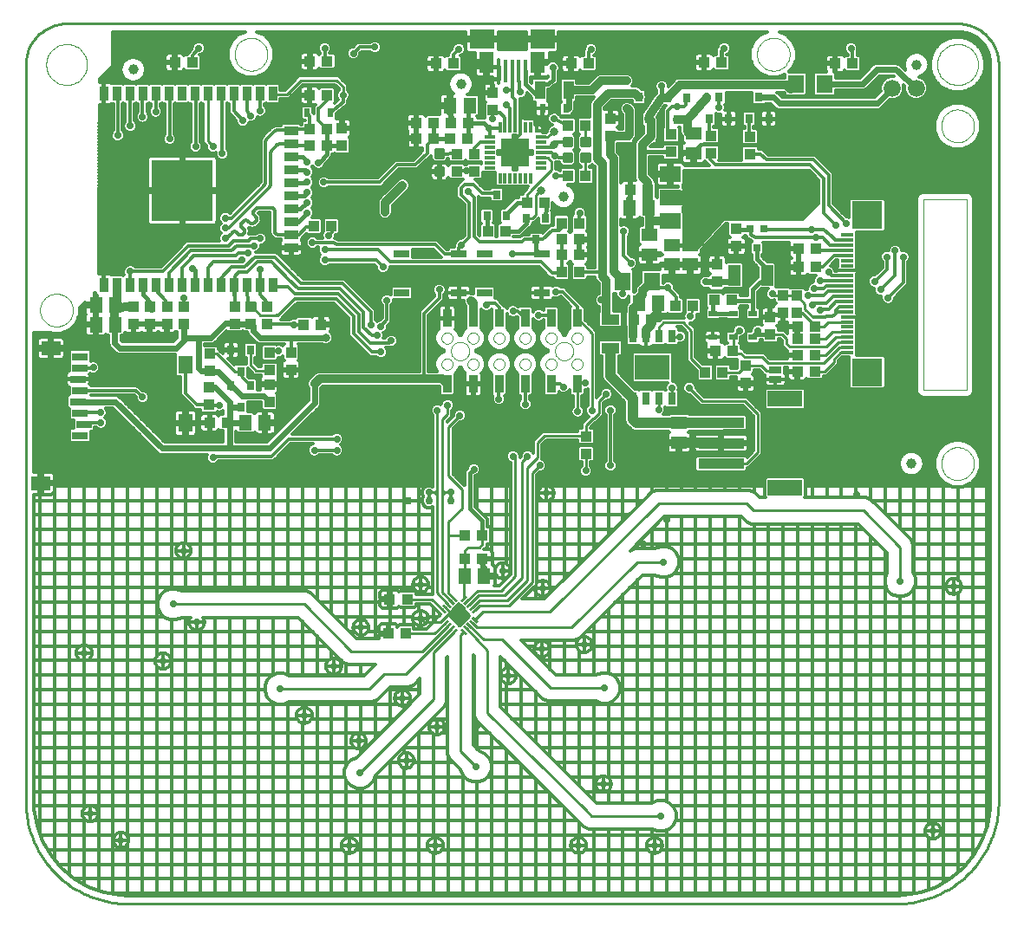
<source format=gtl>
G75*
%MOIN*%
%OFA0B0*%
%FSLAX24Y24*%
%IPPOS*%
%LPD*%
%AMOC8*
5,1,8,0,0,1.08239X$1,22.5*
%
%ADD10C,0.0100*%
%ADD11C,0.0000*%
%ADD12C,0.0039*%
%ADD13R,0.0118X0.0394*%
%ADD14R,0.1063X0.1063*%
%ADD15R,0.0171X0.0171*%
%ADD16R,0.0394X0.0118*%
%ADD17R,0.0177X0.0906*%
%ADD18R,0.0935X0.0748*%
%ADD19R,0.0581X0.0827*%
%ADD20R,0.0512X0.0591*%
%ADD21R,0.0394X0.0709*%
%ADD22R,0.0248X0.0327*%
%ADD23R,0.0315X0.0354*%
%ADD24R,0.0394X0.0433*%
%ADD25R,0.0433X0.0394*%
%ADD26R,0.0276X0.0276*%
%ADD27R,0.0327X0.0248*%
%ADD28R,0.0591X0.0512*%
%ADD29R,0.1181X0.1063*%
%ADD30R,0.0472X0.0118*%
%ADD31R,0.0472X0.0787*%
%ADD32R,0.0787X0.0591*%
%ADD33R,0.0787X0.1496*%
%ADD34R,0.0551X0.0709*%
%ADD35R,0.0748X0.0551*%
%ADD36R,0.0591X0.0315*%
%ADD37C,0.0118*%
%ADD38C,0.0394*%
%ADD39R,0.0354X0.0551*%
%ADD40R,0.0551X0.0354*%
%ADD41R,0.2362X0.2362*%
%ADD42R,0.0630X0.0710*%
%ADD43R,0.0709X0.0394*%
%ADD44R,0.1772X0.0394*%
%ADD45R,0.1339X0.0591*%
%ADD46C,0.0300*%
%ADD47C,0.0660*%
%ADD48R,0.0600X0.0300*%
%ADD49R,0.0354X0.0709*%
%ADD50C,0.0277*%
%ADD51R,0.0299X0.0500*%
%ADD52R,0.1339X0.0945*%
%ADD53R,0.0500X0.0250*%
%ADD54R,0.0100X0.0280*%
%ADD55C,0.0120*%
%ADD56C,0.0160*%
%ADD57C,0.0400*%
%ADD58C,0.0320*%
%ADD59C,0.0320*%
%ADD60C,0.0240*%
%ADD61C,0.0317*%
%ADD62C,0.0560*%
D10*
X005927Y004947D02*
X035455Y004947D01*
X035579Y004949D01*
X035702Y004955D01*
X035826Y004964D01*
X035948Y004978D01*
X036071Y004995D01*
X036193Y005017D01*
X036314Y005042D01*
X036434Y005071D01*
X036553Y005103D01*
X036672Y005140D01*
X036789Y005180D01*
X036904Y005223D01*
X037019Y005271D01*
X037131Y005322D01*
X037242Y005376D01*
X037352Y005434D01*
X037459Y005495D01*
X037565Y005560D01*
X037668Y005628D01*
X037769Y005699D01*
X037868Y005773D01*
X037965Y005850D01*
X038059Y005931D01*
X038150Y006014D01*
X038239Y006100D01*
X038325Y006189D01*
X038408Y006280D01*
X038489Y006374D01*
X038566Y006471D01*
X038640Y006570D01*
X038711Y006671D01*
X038779Y006774D01*
X038844Y006880D01*
X038905Y006987D01*
X038963Y007097D01*
X039017Y007208D01*
X039068Y007320D01*
X039116Y007435D01*
X039159Y007550D01*
X039199Y007667D01*
X039236Y007786D01*
X039268Y007905D01*
X039297Y008025D01*
X039322Y008146D01*
X039344Y008268D01*
X039361Y008391D01*
X039375Y008513D01*
X039384Y008637D01*
X039390Y008760D01*
X039392Y008884D01*
X039392Y037231D01*
X039390Y037308D01*
X039384Y037385D01*
X039375Y037462D01*
X039362Y037538D01*
X039345Y037614D01*
X039324Y037688D01*
X039300Y037762D01*
X039272Y037834D01*
X039241Y037904D01*
X039206Y037973D01*
X039168Y038041D01*
X039127Y038106D01*
X039082Y038169D01*
X039034Y038230D01*
X038984Y038289D01*
X038931Y038345D01*
X038875Y038398D01*
X038816Y038448D01*
X038755Y038496D01*
X038692Y038541D01*
X038627Y038582D01*
X038559Y038620D01*
X038490Y038655D01*
X038420Y038686D01*
X038348Y038714D01*
X038274Y038738D01*
X038200Y038759D01*
X038124Y038776D01*
X038048Y038789D01*
X037971Y038798D01*
X037894Y038804D01*
X037817Y038806D01*
X003565Y038806D01*
X003488Y038804D01*
X003411Y038798D01*
X003334Y038789D01*
X003258Y038776D01*
X003182Y038759D01*
X003108Y038738D01*
X003034Y038714D01*
X002962Y038686D01*
X002892Y038655D01*
X002823Y038620D01*
X002755Y038582D01*
X002690Y038541D01*
X002627Y038496D01*
X002566Y038448D01*
X002507Y038398D01*
X002451Y038345D01*
X002398Y038289D01*
X002348Y038230D01*
X002300Y038169D01*
X002255Y038106D01*
X002214Y038041D01*
X002176Y037973D01*
X002141Y037904D01*
X002110Y037834D01*
X002082Y037762D01*
X002058Y037688D01*
X002037Y037614D01*
X002020Y037538D01*
X002007Y037462D01*
X001998Y037385D01*
X001992Y037308D01*
X001990Y037231D01*
X001990Y008884D01*
X001992Y008760D01*
X001998Y008637D01*
X002007Y008513D01*
X002021Y008391D01*
X002038Y008268D01*
X002060Y008146D01*
X002085Y008025D01*
X002114Y007905D01*
X002146Y007786D01*
X002183Y007667D01*
X002223Y007550D01*
X002266Y007435D01*
X002314Y007320D01*
X002365Y007208D01*
X002419Y007097D01*
X002477Y006987D01*
X002538Y006880D01*
X002603Y006774D01*
X002671Y006671D01*
X002742Y006570D01*
X002816Y006471D01*
X002893Y006374D01*
X002974Y006280D01*
X003057Y006189D01*
X003143Y006100D01*
X003232Y006014D01*
X003323Y005931D01*
X003417Y005850D01*
X003514Y005773D01*
X003613Y005699D01*
X003714Y005628D01*
X003817Y005560D01*
X003923Y005495D01*
X004030Y005434D01*
X004140Y005376D01*
X004251Y005322D01*
X004363Y005271D01*
X004478Y005223D01*
X004593Y005180D01*
X004710Y005140D01*
X004829Y005103D01*
X004948Y005071D01*
X005068Y005042D01*
X005189Y005017D01*
X005311Y004995D01*
X005434Y004978D01*
X005556Y004964D01*
X005680Y004955D01*
X005803Y004949D01*
X005927Y004947D01*
X011779Y013216D02*
X015215Y013216D01*
X015778Y013779D01*
X016601Y013779D01*
X018356Y015533D01*
X018462Y015427D02*
X017653Y014618D01*
X017653Y012804D01*
X014840Y009991D01*
X014840Y009979D01*
X018702Y010829D02*
X019303Y010229D01*
X018702Y010829D02*
X018702Y015279D01*
X018829Y015427D01*
X018935Y015533D02*
X019739Y014691D01*
X019739Y012291D01*
X023522Y008532D01*
X023727Y008327D01*
X026401Y008327D01*
X024243Y013239D02*
X024195Y013239D01*
X024243Y013239D01*
X024195Y013239D02*
X022164Y013239D01*
X020297Y015105D01*
X019590Y015105D01*
X019049Y015646D01*
X019162Y015759D02*
X019344Y015577D01*
X022975Y015577D01*
X025494Y018097D01*
X026511Y018097D01*
X026321Y020341D02*
X029707Y020341D01*
X029983Y020065D01*
X034195Y020065D01*
X035612Y018648D01*
X035612Y017363D01*
X030140Y022310D02*
X030140Y023766D01*
X029628Y024278D01*
X028014Y024278D01*
X027502Y024790D01*
X026835Y024792D02*
X026835Y024382D01*
X026335Y024382D02*
X026321Y024369D01*
X026321Y023963D01*
X028112Y025380D02*
X027581Y025912D01*
X027581Y026995D01*
X027266Y027310D01*
X026518Y027310D01*
X026335Y027126D01*
X026335Y026772D01*
X026835Y026772D02*
X026849Y026758D01*
X027148Y026758D01*
X027542Y027546D02*
X027561Y027605D01*
X027640Y027939D01*
X026675Y028648D02*
X025868Y028648D01*
X026054Y028884D01*
X023762Y026896D02*
X023191Y027467D01*
X023762Y026896D02*
X023762Y023924D01*
X024038Y023806D02*
X023841Y023609D01*
X023801Y023609D01*
X023526Y023333D01*
X023526Y022920D01*
X023492Y022954D01*
X021951Y022954D01*
X021675Y022678D01*
X021675Y022113D01*
X021282Y021719D01*
X021282Y020105D01*
X021282Y017388D01*
X020494Y016601D01*
X019431Y016601D01*
X019170Y016339D01*
X019162Y016339D01*
X019268Y016233D02*
X019439Y016404D01*
X020573Y016404D01*
X021479Y017310D01*
X021479Y020223D01*
X021479Y021522D01*
X021754Y021798D01*
X021282Y022152D02*
X021085Y021955D01*
X021085Y019987D01*
X021085Y017467D01*
X020416Y016798D01*
X019392Y016798D01*
X019049Y016454D01*
X019049Y016452D01*
X018935Y016565D02*
X019365Y016995D01*
X020258Y016995D01*
X020809Y017546D01*
X020809Y019908D01*
X020809Y022073D01*
X020731Y022152D01*
X021242Y022113D02*
X021282Y022152D01*
X023526Y022250D02*
X023526Y021601D01*
X023526Y022920D02*
X023535Y022929D01*
X023211Y023884D02*
X023211Y024928D01*
X023191Y024947D01*
X023191Y024967D02*
X023467Y024967D01*
X023486Y024987D01*
X024038Y024278D02*
X024038Y023806D01*
X024038Y024278D02*
X024313Y024554D01*
X026321Y020341D02*
X022148Y016168D01*
X019570Y016168D01*
X019268Y015865D01*
X019038Y016010D02*
X018683Y015656D01*
X018644Y015656D01*
X018526Y015774D01*
X018368Y015932D01*
X018368Y016050D01*
X018408Y016089D01*
X018408Y016010D01*
X018447Y015971D01*
X018644Y015971D01*
X018801Y016128D01*
X018683Y016128D01*
X018565Y016010D01*
X018637Y016078D02*
X018654Y016078D01*
X018651Y016074D02*
X018646Y016069D01*
X018557Y016157D01*
X018416Y016215D01*
X018644Y016443D01*
X018832Y016255D01*
X018651Y016074D01*
X018526Y016128D02*
X018368Y016128D01*
X018329Y016168D01*
X018329Y016128D01*
X018250Y016050D01*
X018368Y015932D01*
X018486Y015932D01*
X018565Y015853D01*
X018683Y015853D01*
X018723Y015813D01*
X018683Y015813D01*
X018447Y016050D01*
X018526Y016128D01*
X018511Y016176D02*
X018753Y016176D01*
X018841Y016128D02*
X018841Y016050D01*
X018565Y015774D01*
X018526Y015774D01*
X018565Y015774D02*
X018644Y015774D01*
X018683Y015735D01*
X018683Y015774D01*
X018723Y015813D01*
X018959Y016050D01*
X018920Y016050D01*
X018841Y016128D01*
X018813Y016275D02*
X018475Y016275D01*
X018392Y016191D02*
X018605Y016404D01*
X018683Y016404D01*
X019038Y016050D01*
X019038Y016010D01*
X018714Y016373D02*
X018574Y016373D01*
X018392Y016191D02*
X018278Y016191D01*
X018130Y016339D01*
X018129Y016339D01*
X018023Y016233D02*
X017592Y016664D01*
X016653Y016664D01*
X017165Y015931D02*
X017322Y015774D01*
X017935Y015774D01*
X018023Y015862D01*
X018023Y015865D01*
X018278Y016120D01*
X018242Y016452D02*
X017790Y016904D01*
X017790Y020691D01*
X017712Y020770D01*
X017707Y020770D01*
X017790Y020854D01*
X017790Y023188D01*
X017790Y023897D01*
X017817Y023924D01*
X018016Y023576D02*
X018207Y023766D01*
X018207Y024116D01*
X018211Y024121D01*
X018016Y023576D02*
X018016Y022867D01*
X018016Y020852D01*
X018103Y020766D01*
X018015Y020679D01*
X018015Y022866D01*
X018016Y022867D01*
X018250Y023294D02*
X018683Y023727D01*
X018250Y023294D02*
X018250Y021404D01*
X018762Y020892D01*
X018762Y020144D01*
X018250Y019632D01*
X018250Y019081D01*
X018291Y019122D01*
X018878Y019122D01*
X018998Y018648D02*
X019431Y018648D01*
X019549Y018766D01*
X019549Y019120D01*
X019548Y019122D01*
X018998Y018648D02*
X018882Y018532D01*
X018882Y018222D01*
X018860Y018200D01*
X018860Y017549D01*
X018829Y017519D01*
X018829Y016672D01*
X018462Y016672D02*
X018455Y016672D01*
X018250Y016876D01*
X018250Y019081D01*
X018015Y020679D02*
X018015Y016906D01*
X018356Y016565D01*
X018129Y015759D02*
X017705Y015335D01*
X016601Y015335D01*
X017165Y015817D02*
X017165Y015931D01*
X018242Y015646D02*
X017250Y014654D01*
X014503Y014654D01*
X012690Y016466D01*
X007667Y016466D01*
X010632Y024869D02*
X010258Y025243D01*
X010258Y025420D01*
X010022Y025420D01*
X009333Y026109D01*
X009077Y026109D01*
X010632Y026247D02*
X010632Y025676D01*
X010849Y025459D01*
X011341Y025459D01*
X011360Y025479D01*
X011636Y027585D02*
X011006Y027585D01*
X010790Y027802D01*
X009195Y034081D02*
X008986Y034290D01*
X008986Y036121D01*
X011479Y036050D02*
X011518Y036089D01*
X012033Y036089D01*
X012573Y036629D01*
X013938Y036629D01*
X014191Y036375D01*
X014191Y036007D01*
X014195Y036050D01*
X018565Y033786D02*
X018605Y033806D01*
X021282Y032231D02*
X021262Y031916D01*
X021282Y032231D02*
X021439Y032428D01*
X022187Y033176D01*
X022187Y033491D01*
X022069Y033648D01*
X021794Y033648D01*
X021794Y033845D02*
X022187Y033845D01*
X022187Y034042D02*
X021794Y034042D01*
X022187Y034042D02*
X022305Y034160D01*
X022030Y034436D02*
X022305Y034632D01*
X022030Y034436D02*
X021794Y034436D01*
X023517Y034239D02*
X023486Y034908D01*
X023506Y034869D01*
X023517Y033648D02*
X023486Y032939D01*
X023506Y032939D01*
X021794Y032388D02*
X021754Y032388D01*
X021597Y032231D01*
X021597Y031443D01*
X021479Y031325D01*
X021223Y031325D01*
X028782Y025380D02*
X029412Y025380D01*
X029668Y025636D01*
X030278Y025636D01*
X030455Y025459D01*
X030790Y025459D01*
X030809Y025479D01*
X030534Y025735D02*
X030297Y025971D01*
X029628Y025971D01*
X029471Y026128D01*
X029254Y026128D01*
X029175Y026207D01*
X029195Y026247D01*
X029195Y026739D01*
X030612Y026857D02*
X031065Y026857D01*
X031242Y026680D01*
X031242Y026483D01*
X031360Y026365D01*
X032778Y026365D01*
X033152Y026739D01*
X033565Y026739D01*
X033565Y026936D02*
X032994Y026936D01*
X032738Y026680D01*
X032325Y026680D01*
X032325Y027152D02*
X032187Y027290D01*
X032187Y027310D01*
X031821Y027676D01*
X031620Y027676D01*
X031951Y027821D02*
X031951Y028018D01*
X031624Y028345D01*
X031620Y028345D02*
X031156Y028345D01*
X031101Y028361D01*
X030742Y028361D01*
X030691Y028412D01*
X031951Y027821D02*
X032266Y027506D01*
X032325Y027152D02*
X032660Y027152D01*
X032837Y027329D01*
X033565Y027329D01*
X033565Y026542D02*
X033231Y026542D01*
X032896Y026207D01*
X032738Y026050D01*
X032325Y026050D01*
X032502Y026050D01*
X032620Y025735D02*
X032660Y025735D01*
X033270Y026345D01*
X033565Y026345D01*
X033565Y026148D02*
X033309Y026148D01*
X033053Y025892D01*
X033053Y025774D01*
X032699Y025420D01*
X032325Y025420D01*
X032502Y025420D01*
X032620Y025735D02*
X031203Y025735D01*
X030534Y025735D01*
X030140Y022310D02*
X029707Y021876D01*
X028723Y021876D01*
X032266Y030105D02*
X032364Y030144D01*
X018329Y020767D02*
X018016Y020767D01*
X018016Y020852D01*
X017790Y020854D02*
X017790Y020766D01*
X017787Y020770D01*
X017707Y020770D01*
X017704Y020770D01*
X017489Y020770D01*
X017790Y020766D02*
X017790Y020691D01*
D11*
X017974Y025707D02*
X017976Y025736D01*
X017982Y025764D01*
X017991Y025792D01*
X018004Y025818D01*
X018021Y025841D01*
X018040Y025863D01*
X018062Y025882D01*
X018087Y025897D01*
X018113Y025910D01*
X018141Y025918D01*
X018169Y025923D01*
X018198Y025924D01*
X018227Y025921D01*
X018255Y025914D01*
X018282Y025904D01*
X018308Y025890D01*
X018331Y025873D01*
X018352Y025853D01*
X018370Y025830D01*
X018385Y025805D01*
X018396Y025778D01*
X018404Y025750D01*
X018408Y025721D01*
X018408Y025693D01*
X018404Y025664D01*
X018396Y025636D01*
X018385Y025609D01*
X018370Y025584D01*
X018352Y025561D01*
X018331Y025541D01*
X018308Y025524D01*
X018282Y025510D01*
X018255Y025500D01*
X018227Y025493D01*
X018198Y025490D01*
X018169Y025491D01*
X018141Y025496D01*
X018113Y025504D01*
X018087Y025517D01*
X018062Y025532D01*
X018040Y025551D01*
X018021Y025573D01*
X018004Y025596D01*
X017991Y025622D01*
X017982Y025650D01*
X017976Y025678D01*
X017974Y025707D01*
X018337Y026207D02*
X018339Y026244D01*
X018345Y026281D01*
X018354Y026316D01*
X018368Y026351D01*
X018384Y026384D01*
X018405Y026415D01*
X018428Y026444D01*
X018454Y026470D01*
X018483Y026493D01*
X018514Y026514D01*
X018547Y026530D01*
X018582Y026544D01*
X018617Y026553D01*
X018654Y026559D01*
X018691Y026561D01*
X018728Y026559D01*
X018765Y026553D01*
X018800Y026544D01*
X018835Y026530D01*
X018868Y026514D01*
X018899Y026493D01*
X018928Y026470D01*
X018954Y026444D01*
X018977Y026415D01*
X018998Y026384D01*
X019014Y026351D01*
X019028Y026316D01*
X019037Y026281D01*
X019043Y026244D01*
X019045Y026207D01*
X019043Y026170D01*
X019037Y026133D01*
X019028Y026098D01*
X019014Y026063D01*
X018998Y026030D01*
X018977Y025999D01*
X018954Y025970D01*
X018928Y025944D01*
X018899Y025921D01*
X018868Y025900D01*
X018835Y025884D01*
X018800Y025870D01*
X018765Y025861D01*
X018728Y025855D01*
X018691Y025853D01*
X018654Y025855D01*
X018617Y025861D01*
X018582Y025870D01*
X018547Y025884D01*
X018514Y025900D01*
X018483Y025921D01*
X018454Y025944D01*
X018428Y025970D01*
X018405Y025999D01*
X018384Y026030D01*
X018368Y026063D01*
X018354Y026098D01*
X018345Y026133D01*
X018339Y026170D01*
X018337Y026207D01*
X017974Y026707D02*
X017976Y026736D01*
X017982Y026764D01*
X017991Y026792D01*
X018004Y026818D01*
X018021Y026841D01*
X018040Y026863D01*
X018062Y026882D01*
X018087Y026897D01*
X018113Y026910D01*
X018141Y026918D01*
X018169Y026923D01*
X018198Y026924D01*
X018227Y026921D01*
X018255Y026914D01*
X018282Y026904D01*
X018308Y026890D01*
X018331Y026873D01*
X018352Y026853D01*
X018370Y026830D01*
X018385Y026805D01*
X018396Y026778D01*
X018404Y026750D01*
X018408Y026721D01*
X018408Y026693D01*
X018404Y026664D01*
X018396Y026636D01*
X018385Y026609D01*
X018370Y026584D01*
X018352Y026561D01*
X018331Y026541D01*
X018308Y026524D01*
X018282Y026510D01*
X018255Y026500D01*
X018227Y026493D01*
X018198Y026490D01*
X018169Y026491D01*
X018141Y026496D01*
X018113Y026504D01*
X018087Y026517D01*
X018062Y026532D01*
X018040Y026551D01*
X018021Y026573D01*
X018004Y026596D01*
X017991Y026622D01*
X017982Y026650D01*
X017976Y026678D01*
X017974Y026707D01*
X018974Y026707D02*
X018976Y026736D01*
X018982Y026764D01*
X018991Y026792D01*
X019004Y026818D01*
X019021Y026841D01*
X019040Y026863D01*
X019062Y026882D01*
X019087Y026897D01*
X019113Y026910D01*
X019141Y026918D01*
X019169Y026923D01*
X019198Y026924D01*
X019227Y026921D01*
X019255Y026914D01*
X019282Y026904D01*
X019308Y026890D01*
X019331Y026873D01*
X019352Y026853D01*
X019370Y026830D01*
X019385Y026805D01*
X019396Y026778D01*
X019404Y026750D01*
X019408Y026721D01*
X019408Y026693D01*
X019404Y026664D01*
X019396Y026636D01*
X019385Y026609D01*
X019370Y026584D01*
X019352Y026561D01*
X019331Y026541D01*
X019308Y026524D01*
X019282Y026510D01*
X019255Y026500D01*
X019227Y026493D01*
X019198Y026490D01*
X019169Y026491D01*
X019141Y026496D01*
X019113Y026504D01*
X019087Y026517D01*
X019062Y026532D01*
X019040Y026551D01*
X019021Y026573D01*
X019004Y026596D01*
X018991Y026622D01*
X018982Y026650D01*
X018976Y026678D01*
X018974Y026707D01*
X018974Y025707D02*
X018976Y025736D01*
X018982Y025764D01*
X018991Y025792D01*
X019004Y025818D01*
X019021Y025841D01*
X019040Y025863D01*
X019062Y025882D01*
X019087Y025897D01*
X019113Y025910D01*
X019141Y025918D01*
X019169Y025923D01*
X019198Y025924D01*
X019227Y025921D01*
X019255Y025914D01*
X019282Y025904D01*
X019308Y025890D01*
X019331Y025873D01*
X019352Y025853D01*
X019370Y025830D01*
X019385Y025805D01*
X019396Y025778D01*
X019404Y025750D01*
X019408Y025721D01*
X019408Y025693D01*
X019404Y025664D01*
X019396Y025636D01*
X019385Y025609D01*
X019370Y025584D01*
X019352Y025561D01*
X019331Y025541D01*
X019308Y025524D01*
X019282Y025510D01*
X019255Y025500D01*
X019227Y025493D01*
X019198Y025490D01*
X019169Y025491D01*
X019141Y025496D01*
X019113Y025504D01*
X019087Y025517D01*
X019062Y025532D01*
X019040Y025551D01*
X019021Y025573D01*
X019004Y025596D01*
X018991Y025622D01*
X018982Y025650D01*
X018976Y025678D01*
X018974Y025707D01*
X019974Y025707D02*
X019976Y025736D01*
X019982Y025764D01*
X019991Y025792D01*
X020004Y025818D01*
X020021Y025841D01*
X020040Y025863D01*
X020062Y025882D01*
X020087Y025897D01*
X020113Y025910D01*
X020141Y025918D01*
X020169Y025923D01*
X020198Y025924D01*
X020227Y025921D01*
X020255Y025914D01*
X020282Y025904D01*
X020308Y025890D01*
X020331Y025873D01*
X020352Y025853D01*
X020370Y025830D01*
X020385Y025805D01*
X020396Y025778D01*
X020404Y025750D01*
X020408Y025721D01*
X020408Y025693D01*
X020404Y025664D01*
X020396Y025636D01*
X020385Y025609D01*
X020370Y025584D01*
X020352Y025561D01*
X020331Y025541D01*
X020308Y025524D01*
X020282Y025510D01*
X020255Y025500D01*
X020227Y025493D01*
X020198Y025490D01*
X020169Y025491D01*
X020141Y025496D01*
X020113Y025504D01*
X020087Y025517D01*
X020062Y025532D01*
X020040Y025551D01*
X020021Y025573D01*
X020004Y025596D01*
X019991Y025622D01*
X019982Y025650D01*
X019976Y025678D01*
X019974Y025707D01*
X019974Y026707D02*
X019976Y026736D01*
X019982Y026764D01*
X019991Y026792D01*
X020004Y026818D01*
X020021Y026841D01*
X020040Y026863D01*
X020062Y026882D01*
X020087Y026897D01*
X020113Y026910D01*
X020141Y026918D01*
X020169Y026923D01*
X020198Y026924D01*
X020227Y026921D01*
X020255Y026914D01*
X020282Y026904D01*
X020308Y026890D01*
X020331Y026873D01*
X020352Y026853D01*
X020370Y026830D01*
X020385Y026805D01*
X020396Y026778D01*
X020404Y026750D01*
X020408Y026721D01*
X020408Y026693D01*
X020404Y026664D01*
X020396Y026636D01*
X020385Y026609D01*
X020370Y026584D01*
X020352Y026561D01*
X020331Y026541D01*
X020308Y026524D01*
X020282Y026510D01*
X020255Y026500D01*
X020227Y026493D01*
X020198Y026490D01*
X020169Y026491D01*
X020141Y026496D01*
X020113Y026504D01*
X020087Y026517D01*
X020062Y026532D01*
X020040Y026551D01*
X020021Y026573D01*
X020004Y026596D01*
X019991Y026622D01*
X019982Y026650D01*
X019976Y026678D01*
X019974Y026707D01*
X020974Y026707D02*
X020976Y026736D01*
X020982Y026764D01*
X020991Y026792D01*
X021004Y026818D01*
X021021Y026841D01*
X021040Y026863D01*
X021062Y026882D01*
X021087Y026897D01*
X021113Y026910D01*
X021141Y026918D01*
X021169Y026923D01*
X021198Y026924D01*
X021227Y026921D01*
X021255Y026914D01*
X021282Y026904D01*
X021308Y026890D01*
X021331Y026873D01*
X021352Y026853D01*
X021370Y026830D01*
X021385Y026805D01*
X021396Y026778D01*
X021404Y026750D01*
X021408Y026721D01*
X021408Y026693D01*
X021404Y026664D01*
X021396Y026636D01*
X021385Y026609D01*
X021370Y026584D01*
X021352Y026561D01*
X021331Y026541D01*
X021308Y026524D01*
X021282Y026510D01*
X021255Y026500D01*
X021227Y026493D01*
X021198Y026490D01*
X021169Y026491D01*
X021141Y026496D01*
X021113Y026504D01*
X021087Y026517D01*
X021062Y026532D01*
X021040Y026551D01*
X021021Y026573D01*
X021004Y026596D01*
X020991Y026622D01*
X020982Y026650D01*
X020976Y026678D01*
X020974Y026707D01*
X020974Y025707D02*
X020976Y025736D01*
X020982Y025764D01*
X020991Y025792D01*
X021004Y025818D01*
X021021Y025841D01*
X021040Y025863D01*
X021062Y025882D01*
X021087Y025897D01*
X021113Y025910D01*
X021141Y025918D01*
X021169Y025923D01*
X021198Y025924D01*
X021227Y025921D01*
X021255Y025914D01*
X021282Y025904D01*
X021308Y025890D01*
X021331Y025873D01*
X021352Y025853D01*
X021370Y025830D01*
X021385Y025805D01*
X021396Y025778D01*
X021404Y025750D01*
X021408Y025721D01*
X021408Y025693D01*
X021404Y025664D01*
X021396Y025636D01*
X021385Y025609D01*
X021370Y025584D01*
X021352Y025561D01*
X021331Y025541D01*
X021308Y025524D01*
X021282Y025510D01*
X021255Y025500D01*
X021227Y025493D01*
X021198Y025490D01*
X021169Y025491D01*
X021141Y025496D01*
X021113Y025504D01*
X021087Y025517D01*
X021062Y025532D01*
X021040Y025551D01*
X021021Y025573D01*
X021004Y025596D01*
X020991Y025622D01*
X020982Y025650D01*
X020976Y025678D01*
X020974Y025707D01*
X021974Y025707D02*
X021976Y025736D01*
X021982Y025764D01*
X021991Y025792D01*
X022004Y025818D01*
X022021Y025841D01*
X022040Y025863D01*
X022062Y025882D01*
X022087Y025897D01*
X022113Y025910D01*
X022141Y025918D01*
X022169Y025923D01*
X022198Y025924D01*
X022227Y025921D01*
X022255Y025914D01*
X022282Y025904D01*
X022308Y025890D01*
X022331Y025873D01*
X022352Y025853D01*
X022370Y025830D01*
X022385Y025805D01*
X022396Y025778D01*
X022404Y025750D01*
X022408Y025721D01*
X022408Y025693D01*
X022404Y025664D01*
X022396Y025636D01*
X022385Y025609D01*
X022370Y025584D01*
X022352Y025561D01*
X022331Y025541D01*
X022308Y025524D01*
X022282Y025510D01*
X022255Y025500D01*
X022227Y025493D01*
X022198Y025490D01*
X022169Y025491D01*
X022141Y025496D01*
X022113Y025504D01*
X022087Y025517D01*
X022062Y025532D01*
X022040Y025551D01*
X022021Y025573D01*
X022004Y025596D01*
X021991Y025622D01*
X021982Y025650D01*
X021976Y025678D01*
X021974Y025707D01*
X022337Y026207D02*
X022339Y026244D01*
X022345Y026281D01*
X022354Y026316D01*
X022368Y026351D01*
X022384Y026384D01*
X022405Y026415D01*
X022428Y026444D01*
X022454Y026470D01*
X022483Y026493D01*
X022514Y026514D01*
X022547Y026530D01*
X022582Y026544D01*
X022617Y026553D01*
X022654Y026559D01*
X022691Y026561D01*
X022728Y026559D01*
X022765Y026553D01*
X022800Y026544D01*
X022835Y026530D01*
X022868Y026514D01*
X022899Y026493D01*
X022928Y026470D01*
X022954Y026444D01*
X022977Y026415D01*
X022998Y026384D01*
X023014Y026351D01*
X023028Y026316D01*
X023037Y026281D01*
X023043Y026244D01*
X023045Y026207D01*
X023043Y026170D01*
X023037Y026133D01*
X023028Y026098D01*
X023014Y026063D01*
X022998Y026030D01*
X022977Y025999D01*
X022954Y025970D01*
X022928Y025944D01*
X022899Y025921D01*
X022868Y025900D01*
X022835Y025884D01*
X022800Y025870D01*
X022765Y025861D01*
X022728Y025855D01*
X022691Y025853D01*
X022654Y025855D01*
X022617Y025861D01*
X022582Y025870D01*
X022547Y025884D01*
X022514Y025900D01*
X022483Y025921D01*
X022454Y025944D01*
X022428Y025970D01*
X022405Y025999D01*
X022384Y026030D01*
X022368Y026063D01*
X022354Y026098D01*
X022345Y026133D01*
X022339Y026170D01*
X022337Y026207D01*
X021974Y026707D02*
X021976Y026736D01*
X021982Y026764D01*
X021991Y026792D01*
X022004Y026818D01*
X022021Y026841D01*
X022040Y026863D01*
X022062Y026882D01*
X022087Y026897D01*
X022113Y026910D01*
X022141Y026918D01*
X022169Y026923D01*
X022198Y026924D01*
X022227Y026921D01*
X022255Y026914D01*
X022282Y026904D01*
X022308Y026890D01*
X022331Y026873D01*
X022352Y026853D01*
X022370Y026830D01*
X022385Y026805D01*
X022396Y026778D01*
X022404Y026750D01*
X022408Y026721D01*
X022408Y026693D01*
X022404Y026664D01*
X022396Y026636D01*
X022385Y026609D01*
X022370Y026584D01*
X022352Y026561D01*
X022331Y026541D01*
X022308Y026524D01*
X022282Y026510D01*
X022255Y026500D01*
X022227Y026493D01*
X022198Y026490D01*
X022169Y026491D01*
X022141Y026496D01*
X022113Y026504D01*
X022087Y026517D01*
X022062Y026532D01*
X022040Y026551D01*
X022021Y026573D01*
X022004Y026596D01*
X021991Y026622D01*
X021982Y026650D01*
X021976Y026678D01*
X021974Y026707D01*
X022974Y026707D02*
X022976Y026736D01*
X022982Y026764D01*
X022991Y026792D01*
X023004Y026818D01*
X023021Y026841D01*
X023040Y026863D01*
X023062Y026882D01*
X023087Y026897D01*
X023113Y026910D01*
X023141Y026918D01*
X023169Y026923D01*
X023198Y026924D01*
X023227Y026921D01*
X023255Y026914D01*
X023282Y026904D01*
X023308Y026890D01*
X023331Y026873D01*
X023352Y026853D01*
X023370Y026830D01*
X023385Y026805D01*
X023396Y026778D01*
X023404Y026750D01*
X023408Y026721D01*
X023408Y026693D01*
X023404Y026664D01*
X023396Y026636D01*
X023385Y026609D01*
X023370Y026584D01*
X023352Y026561D01*
X023331Y026541D01*
X023308Y026524D01*
X023282Y026510D01*
X023255Y026500D01*
X023227Y026493D01*
X023198Y026490D01*
X023169Y026491D01*
X023141Y026496D01*
X023113Y026504D01*
X023087Y026517D01*
X023062Y026532D01*
X023040Y026551D01*
X023021Y026573D01*
X023004Y026596D01*
X022991Y026622D01*
X022982Y026650D01*
X022976Y026678D01*
X022974Y026707D01*
X022974Y025707D02*
X022976Y025736D01*
X022982Y025764D01*
X022991Y025792D01*
X023004Y025818D01*
X023021Y025841D01*
X023040Y025863D01*
X023062Y025882D01*
X023087Y025897D01*
X023113Y025910D01*
X023141Y025918D01*
X023169Y025923D01*
X023198Y025924D01*
X023227Y025921D01*
X023255Y025914D01*
X023282Y025904D01*
X023308Y025890D01*
X023331Y025873D01*
X023352Y025853D01*
X023370Y025830D01*
X023385Y025805D01*
X023396Y025778D01*
X023404Y025750D01*
X023408Y025721D01*
X023408Y025693D01*
X023404Y025664D01*
X023396Y025636D01*
X023385Y025609D01*
X023370Y025584D01*
X023352Y025561D01*
X023331Y025541D01*
X023308Y025524D01*
X023282Y025510D01*
X023255Y025500D01*
X023227Y025493D01*
X023198Y025490D01*
X023169Y025491D01*
X023141Y025496D01*
X023113Y025504D01*
X023087Y025517D01*
X023062Y025532D01*
X023040Y025551D01*
X023021Y025573D01*
X023004Y025596D01*
X022991Y025622D01*
X022982Y025650D01*
X022976Y025678D01*
X022974Y025707D01*
X030101Y037624D02*
X030103Y037674D01*
X030109Y037724D01*
X030119Y037773D01*
X030133Y037821D01*
X030150Y037868D01*
X030171Y037913D01*
X030196Y037957D01*
X030224Y037998D01*
X030256Y038037D01*
X030290Y038074D01*
X030327Y038108D01*
X030367Y038138D01*
X030409Y038165D01*
X030453Y038189D01*
X030499Y038210D01*
X030546Y038226D01*
X030594Y038239D01*
X030644Y038248D01*
X030693Y038253D01*
X030744Y038254D01*
X030794Y038251D01*
X030843Y038244D01*
X030892Y038233D01*
X030940Y038218D01*
X030986Y038200D01*
X031031Y038178D01*
X031074Y038152D01*
X031115Y038123D01*
X031154Y038091D01*
X031190Y038056D01*
X031222Y038018D01*
X031252Y037978D01*
X031279Y037935D01*
X031302Y037891D01*
X031321Y037845D01*
X031337Y037797D01*
X031349Y037748D01*
X031357Y037699D01*
X031361Y037649D01*
X031361Y037599D01*
X031357Y037549D01*
X031349Y037500D01*
X031337Y037451D01*
X031321Y037403D01*
X031302Y037357D01*
X031279Y037313D01*
X031252Y037270D01*
X031222Y037230D01*
X031190Y037192D01*
X031154Y037157D01*
X031115Y037125D01*
X031074Y037096D01*
X031031Y037070D01*
X030986Y037048D01*
X030940Y037030D01*
X030892Y037015D01*
X030843Y037004D01*
X030794Y036997D01*
X030744Y036994D01*
X030693Y036995D01*
X030644Y037000D01*
X030594Y037009D01*
X030546Y037022D01*
X030499Y037038D01*
X030453Y037059D01*
X030409Y037083D01*
X030367Y037110D01*
X030327Y037140D01*
X030290Y037174D01*
X030256Y037211D01*
X030224Y037250D01*
X030196Y037291D01*
X030171Y037335D01*
X030150Y037380D01*
X030133Y037427D01*
X030119Y037475D01*
X030109Y037524D01*
X030103Y037574D01*
X030101Y037624D01*
X036518Y032034D02*
X036518Y031561D01*
X037187Y034869D02*
X037189Y034919D01*
X037195Y034969D01*
X037205Y035018D01*
X037219Y035066D01*
X037236Y035113D01*
X037257Y035158D01*
X037282Y035202D01*
X037310Y035243D01*
X037342Y035282D01*
X037376Y035319D01*
X037413Y035353D01*
X037453Y035383D01*
X037495Y035410D01*
X037539Y035434D01*
X037585Y035455D01*
X037632Y035471D01*
X037680Y035484D01*
X037730Y035493D01*
X037779Y035498D01*
X037830Y035499D01*
X037880Y035496D01*
X037929Y035489D01*
X037978Y035478D01*
X038026Y035463D01*
X038072Y035445D01*
X038117Y035423D01*
X038160Y035397D01*
X038201Y035368D01*
X038240Y035336D01*
X038276Y035301D01*
X038308Y035263D01*
X038338Y035223D01*
X038365Y035180D01*
X038388Y035136D01*
X038407Y035090D01*
X038423Y035042D01*
X038435Y034993D01*
X038443Y034944D01*
X038447Y034894D01*
X038447Y034844D01*
X038443Y034794D01*
X038435Y034745D01*
X038423Y034696D01*
X038407Y034648D01*
X038388Y034602D01*
X038365Y034558D01*
X038338Y034515D01*
X038308Y034475D01*
X038276Y034437D01*
X038240Y034402D01*
X038201Y034370D01*
X038160Y034341D01*
X038117Y034315D01*
X038072Y034293D01*
X038026Y034275D01*
X037978Y034260D01*
X037929Y034249D01*
X037880Y034242D01*
X037830Y034239D01*
X037779Y034240D01*
X037730Y034245D01*
X037680Y034254D01*
X037632Y034267D01*
X037585Y034283D01*
X037539Y034304D01*
X037495Y034328D01*
X037453Y034355D01*
X037413Y034385D01*
X037376Y034419D01*
X037342Y034456D01*
X037310Y034495D01*
X037282Y034536D01*
X037257Y034580D01*
X037236Y034625D01*
X037219Y034672D01*
X037205Y034720D01*
X037195Y034769D01*
X037189Y034819D01*
X037187Y034869D01*
X037030Y037231D02*
X037032Y037287D01*
X037038Y037342D01*
X037048Y037396D01*
X037061Y037450D01*
X037079Y037503D01*
X037100Y037554D01*
X037124Y037604D01*
X037152Y037652D01*
X037184Y037698D01*
X037218Y037742D01*
X037256Y037783D01*
X037296Y037821D01*
X037339Y037856D01*
X037384Y037888D01*
X037432Y037917D01*
X037481Y037943D01*
X037532Y037965D01*
X037584Y037983D01*
X037638Y037997D01*
X037693Y038008D01*
X037748Y038015D01*
X037803Y038018D01*
X037859Y038017D01*
X037914Y038012D01*
X037969Y038003D01*
X038023Y037991D01*
X038076Y037974D01*
X038128Y037954D01*
X038178Y037930D01*
X038226Y037903D01*
X038273Y037873D01*
X038317Y037839D01*
X038359Y037802D01*
X038397Y037762D01*
X038434Y037720D01*
X038467Y037675D01*
X038496Y037629D01*
X038523Y037580D01*
X038545Y037529D01*
X038565Y037477D01*
X038580Y037423D01*
X038592Y037369D01*
X038600Y037314D01*
X038604Y037259D01*
X038604Y037203D01*
X038600Y037148D01*
X038592Y037093D01*
X038580Y037039D01*
X038565Y036985D01*
X038545Y036933D01*
X038523Y036882D01*
X038496Y036833D01*
X038467Y036787D01*
X038434Y036742D01*
X038397Y036700D01*
X038359Y036660D01*
X038317Y036623D01*
X038273Y036589D01*
X038226Y036559D01*
X038178Y036532D01*
X038128Y036508D01*
X038076Y036488D01*
X038023Y036471D01*
X037969Y036459D01*
X037914Y036450D01*
X037859Y036445D01*
X037803Y036444D01*
X037748Y036447D01*
X037693Y036454D01*
X037638Y036465D01*
X037584Y036479D01*
X037532Y036497D01*
X037481Y036519D01*
X037432Y036545D01*
X037384Y036574D01*
X037339Y036606D01*
X037296Y036641D01*
X037256Y036679D01*
X037218Y036720D01*
X037184Y036764D01*
X037152Y036810D01*
X037124Y036858D01*
X037100Y036908D01*
X037079Y036959D01*
X037061Y037012D01*
X037048Y037066D01*
X037038Y037120D01*
X037032Y037175D01*
X037030Y037231D01*
X037187Y021876D02*
X037189Y021926D01*
X037195Y021976D01*
X037205Y022025D01*
X037219Y022073D01*
X037236Y022120D01*
X037257Y022165D01*
X037282Y022209D01*
X037310Y022250D01*
X037342Y022289D01*
X037376Y022326D01*
X037413Y022360D01*
X037453Y022390D01*
X037495Y022417D01*
X037539Y022441D01*
X037585Y022462D01*
X037632Y022478D01*
X037680Y022491D01*
X037730Y022500D01*
X037779Y022505D01*
X037830Y022506D01*
X037880Y022503D01*
X037929Y022496D01*
X037978Y022485D01*
X038026Y022470D01*
X038072Y022452D01*
X038117Y022430D01*
X038160Y022404D01*
X038201Y022375D01*
X038240Y022343D01*
X038276Y022308D01*
X038308Y022270D01*
X038338Y022230D01*
X038365Y022187D01*
X038388Y022143D01*
X038407Y022097D01*
X038423Y022049D01*
X038435Y022000D01*
X038443Y021951D01*
X038447Y021901D01*
X038447Y021851D01*
X038443Y021801D01*
X038435Y021752D01*
X038423Y021703D01*
X038407Y021655D01*
X038388Y021609D01*
X038365Y021565D01*
X038338Y021522D01*
X038308Y021482D01*
X038276Y021444D01*
X038240Y021409D01*
X038201Y021377D01*
X038160Y021348D01*
X038117Y021322D01*
X038072Y021300D01*
X038026Y021282D01*
X037978Y021267D01*
X037929Y021256D01*
X037880Y021249D01*
X037830Y021246D01*
X037779Y021247D01*
X037730Y021252D01*
X037680Y021261D01*
X037632Y021274D01*
X037585Y021290D01*
X037539Y021311D01*
X037495Y021335D01*
X037453Y021362D01*
X037413Y021392D01*
X037376Y021426D01*
X037342Y021463D01*
X037310Y021502D01*
X037282Y021543D01*
X037257Y021587D01*
X037236Y021632D01*
X037219Y021679D01*
X037205Y021727D01*
X037195Y021776D01*
X037189Y021826D01*
X037187Y021876D01*
X010022Y037624D02*
X010024Y037674D01*
X010030Y037724D01*
X010040Y037773D01*
X010054Y037821D01*
X010071Y037868D01*
X010092Y037913D01*
X010117Y037957D01*
X010145Y037998D01*
X010177Y038037D01*
X010211Y038074D01*
X010248Y038108D01*
X010288Y038138D01*
X010330Y038165D01*
X010374Y038189D01*
X010420Y038210D01*
X010467Y038226D01*
X010515Y038239D01*
X010565Y038248D01*
X010614Y038253D01*
X010665Y038254D01*
X010715Y038251D01*
X010764Y038244D01*
X010813Y038233D01*
X010861Y038218D01*
X010907Y038200D01*
X010952Y038178D01*
X010995Y038152D01*
X011036Y038123D01*
X011075Y038091D01*
X011111Y038056D01*
X011143Y038018D01*
X011173Y037978D01*
X011200Y037935D01*
X011223Y037891D01*
X011242Y037845D01*
X011258Y037797D01*
X011270Y037748D01*
X011278Y037699D01*
X011282Y037649D01*
X011282Y037599D01*
X011278Y037549D01*
X011270Y037500D01*
X011258Y037451D01*
X011242Y037403D01*
X011223Y037357D01*
X011200Y037313D01*
X011173Y037270D01*
X011143Y037230D01*
X011111Y037192D01*
X011075Y037157D01*
X011036Y037125D01*
X010995Y037096D01*
X010952Y037070D01*
X010907Y037048D01*
X010861Y037030D01*
X010813Y037015D01*
X010764Y037004D01*
X010715Y036997D01*
X010665Y036994D01*
X010614Y036995D01*
X010565Y037000D01*
X010515Y037009D01*
X010467Y037022D01*
X010420Y037038D01*
X010374Y037059D01*
X010330Y037083D01*
X010288Y037110D01*
X010248Y037140D01*
X010211Y037174D01*
X010177Y037211D01*
X010145Y037250D01*
X010117Y037291D01*
X010092Y037335D01*
X010071Y037380D01*
X010054Y037427D01*
X010040Y037475D01*
X010030Y037524D01*
X010024Y037574D01*
X010022Y037624D01*
X002778Y037231D02*
X002780Y037287D01*
X002786Y037342D01*
X002796Y037396D01*
X002809Y037450D01*
X002827Y037503D01*
X002848Y037554D01*
X002872Y037604D01*
X002900Y037652D01*
X002932Y037698D01*
X002966Y037742D01*
X003004Y037783D01*
X003044Y037821D01*
X003087Y037856D01*
X003132Y037888D01*
X003180Y037917D01*
X003229Y037943D01*
X003280Y037965D01*
X003332Y037983D01*
X003386Y037997D01*
X003441Y038008D01*
X003496Y038015D01*
X003551Y038018D01*
X003607Y038017D01*
X003662Y038012D01*
X003717Y038003D01*
X003771Y037991D01*
X003824Y037974D01*
X003876Y037954D01*
X003926Y037930D01*
X003974Y037903D01*
X004021Y037873D01*
X004065Y037839D01*
X004107Y037802D01*
X004145Y037762D01*
X004182Y037720D01*
X004215Y037675D01*
X004244Y037629D01*
X004271Y037580D01*
X004293Y037529D01*
X004313Y037477D01*
X004328Y037423D01*
X004340Y037369D01*
X004348Y037314D01*
X004352Y037259D01*
X004352Y037203D01*
X004348Y037148D01*
X004340Y037093D01*
X004328Y037039D01*
X004313Y036985D01*
X004293Y036933D01*
X004271Y036882D01*
X004244Y036833D01*
X004215Y036787D01*
X004182Y036742D01*
X004145Y036700D01*
X004107Y036660D01*
X004065Y036623D01*
X004021Y036589D01*
X003974Y036559D01*
X003926Y036532D01*
X003876Y036508D01*
X003824Y036488D01*
X003771Y036471D01*
X003717Y036459D01*
X003662Y036450D01*
X003607Y036445D01*
X003551Y036444D01*
X003496Y036447D01*
X003441Y036454D01*
X003386Y036465D01*
X003332Y036479D01*
X003280Y036497D01*
X003229Y036519D01*
X003180Y036545D01*
X003132Y036574D01*
X003087Y036606D01*
X003044Y036641D01*
X003004Y036679D01*
X002966Y036720D01*
X002932Y036764D01*
X002900Y036810D01*
X002872Y036858D01*
X002848Y036908D01*
X002827Y036959D01*
X002809Y037012D01*
X002796Y037066D01*
X002786Y037120D01*
X002780Y037175D01*
X002778Y037231D01*
X002541Y027782D02*
X002543Y027832D01*
X002549Y027882D01*
X002559Y027931D01*
X002573Y027979D01*
X002590Y028026D01*
X002611Y028071D01*
X002636Y028115D01*
X002664Y028156D01*
X002696Y028195D01*
X002730Y028232D01*
X002767Y028266D01*
X002807Y028296D01*
X002849Y028323D01*
X002893Y028347D01*
X002939Y028368D01*
X002986Y028384D01*
X003034Y028397D01*
X003084Y028406D01*
X003133Y028411D01*
X003184Y028412D01*
X003234Y028409D01*
X003283Y028402D01*
X003332Y028391D01*
X003380Y028376D01*
X003426Y028358D01*
X003471Y028336D01*
X003514Y028310D01*
X003555Y028281D01*
X003594Y028249D01*
X003630Y028214D01*
X003662Y028176D01*
X003692Y028136D01*
X003719Y028093D01*
X003742Y028049D01*
X003761Y028003D01*
X003777Y027955D01*
X003789Y027906D01*
X003797Y027857D01*
X003801Y027807D01*
X003801Y027757D01*
X003797Y027707D01*
X003789Y027658D01*
X003777Y027609D01*
X003761Y027561D01*
X003742Y027515D01*
X003719Y027471D01*
X003692Y027428D01*
X003662Y027388D01*
X003630Y027350D01*
X003594Y027315D01*
X003555Y027283D01*
X003514Y027254D01*
X003471Y027228D01*
X003426Y027206D01*
X003380Y027188D01*
X003332Y027173D01*
X003283Y027162D01*
X003234Y027155D01*
X003184Y027152D01*
X003133Y027153D01*
X003084Y027158D01*
X003034Y027167D01*
X002986Y027180D01*
X002939Y027196D01*
X002893Y027217D01*
X002849Y027241D01*
X002807Y027268D01*
X002767Y027298D01*
X002730Y027332D01*
X002696Y027369D01*
X002664Y027408D01*
X002636Y027449D01*
X002611Y027493D01*
X002590Y027538D01*
X002573Y027585D01*
X002559Y027633D01*
X002549Y027682D01*
X002543Y027732D01*
X002541Y027782D01*
D12*
X036518Y024711D02*
X036518Y032034D01*
X038171Y032034D01*
X038171Y024711D01*
X036518Y024711D01*
D13*
X021400Y032861D03*
X021203Y032861D03*
X021006Y032861D03*
X020809Y032861D03*
X020612Y032861D03*
X020416Y032861D03*
X020219Y032861D03*
X020219Y034829D03*
X020416Y034829D03*
X020612Y034829D03*
X020809Y034829D03*
X021006Y034829D03*
X021203Y034829D03*
X021400Y034829D03*
D14*
X020809Y033845D03*
D15*
X021637Y034673D03*
D16*
X021794Y034436D03*
X021794Y034239D03*
X021794Y034042D03*
X021794Y033845D03*
X021794Y033648D03*
X021794Y033451D03*
X021794Y033254D03*
X019825Y033254D03*
X019825Y033451D03*
X019825Y033648D03*
X019825Y033845D03*
X019825Y034042D03*
X019825Y034239D03*
X019825Y034436D03*
D17*
X020179Y036995D03*
X020435Y036995D03*
X020691Y036995D03*
X020947Y036995D03*
X021203Y036995D03*
D18*
X021853Y038215D03*
X019530Y038215D03*
D19*
X019707Y037310D03*
X021675Y037310D03*
D20*
X019057Y035656D03*
X018309Y035656D03*
X025199Y031719D03*
X025947Y031719D03*
X026301Y028058D03*
X025553Y028058D03*
X019608Y017549D03*
X018860Y017549D03*
X011183Y023451D03*
X010435Y023451D03*
X005435Y027231D03*
X005435Y027979D03*
X004687Y027979D03*
X004687Y027231D03*
D21*
X021754Y036247D03*
X022857Y036247D03*
D22*
X022758Y035538D03*
X021853Y035538D03*
X025120Y034475D03*
X026026Y034475D03*
X013703Y035380D03*
X012797Y035380D03*
D23*
X019727Y031404D03*
X020475Y031404D03*
X021223Y031325D03*
X021971Y031325D03*
X021597Y030499D03*
X020101Y032231D03*
X025199Y035144D03*
X025947Y035144D03*
X025573Y035971D03*
X026656Y035932D03*
X027030Y035105D03*
X027404Y035932D03*
X028270Y035144D03*
X028644Y035971D03*
X029018Y035144D03*
X029805Y035144D03*
X030179Y035971D03*
X030553Y035144D03*
X010632Y026247D03*
X009884Y026247D03*
X010258Y025420D03*
X009884Y024869D03*
X010632Y024869D03*
X010258Y024042D03*
D24*
X011360Y024258D03*
X011360Y024928D03*
X012193Y025491D03*
X012193Y026160D03*
X013073Y031010D03*
X013742Y031010D03*
X013585Y034121D03*
X013585Y034750D03*
X012916Y034750D03*
X012916Y034121D03*
X014149Y034114D03*
X014149Y034784D03*
X017010Y034396D03*
X017679Y034396D03*
X018309Y034396D03*
X018979Y034396D03*
X019943Y035479D03*
X019943Y036148D03*
X022837Y034869D03*
X023506Y034869D03*
X023506Y032939D03*
X022837Y032939D03*
X021931Y031916D03*
X021262Y031916D03*
X020435Y030813D03*
X019766Y030813D03*
X022601Y031128D03*
X023270Y031128D03*
X023270Y029908D03*
X023270Y029239D03*
X022601Y029239D03*
X022601Y029908D03*
X026971Y027939D03*
X027640Y027939D03*
X028565Y028865D03*
X028565Y029534D03*
X030612Y027526D03*
X031101Y027691D03*
X031101Y028361D03*
X030612Y026857D03*
X028782Y025380D03*
X028112Y025380D03*
X019548Y019122D03*
X018878Y019122D03*
X016601Y015335D03*
X015931Y015335D03*
X007423Y027250D03*
X007423Y027920D03*
X006754Y027920D03*
X006124Y027920D03*
X006124Y027250D03*
X006754Y027250D03*
D25*
X008053Y027250D03*
X008053Y027920D03*
X009077Y026109D03*
X009077Y025439D03*
X009038Y024810D03*
X009038Y024140D03*
X009057Y023451D03*
X009727Y023451D03*
X011360Y025479D03*
X011360Y026148D03*
X011282Y027250D03*
X011282Y027920D03*
X010652Y027920D03*
X010022Y027920D03*
X010022Y027250D03*
X010652Y027250D03*
X012679Y027231D03*
X013349Y027231D03*
X018565Y033117D03*
X018565Y033786D03*
X019234Y033786D03*
X019234Y033117D03*
X019018Y034987D03*
X018349Y034987D03*
X017679Y034987D03*
X017010Y034987D03*
X017758Y037270D03*
X018427Y037270D03*
X022955Y037270D03*
X023624Y037270D03*
X024471Y035164D03*
X024471Y034495D03*
X025238Y032428D03*
X025908Y032428D03*
X026794Y033865D03*
X026794Y034534D03*
X028329Y034495D03*
X028329Y033825D03*
X029825Y033786D03*
X029825Y034455D03*
X028742Y037310D03*
X028073Y037310D03*
X033112Y037270D03*
X033782Y037270D03*
X029313Y030912D03*
X029313Y030243D03*
X029136Y028176D03*
X028467Y028176D03*
X028506Y026207D03*
X029175Y026207D03*
X029668Y025636D03*
X029668Y024967D03*
X031656Y025420D03*
X031656Y026050D03*
X032325Y026050D03*
X032325Y025420D03*
X032325Y026680D03*
X032325Y027152D03*
X031656Y027152D03*
X031656Y026680D03*
X031620Y027676D03*
X031620Y028345D03*
X031695Y029436D03*
X032364Y029436D03*
X032364Y030144D03*
X031695Y030144D03*
X026026Y027428D03*
X025357Y027428D03*
X023270Y030499D03*
X022601Y030499D03*
X023526Y022920D03*
X023526Y022250D03*
X019551Y018222D03*
X018882Y018222D03*
X016653Y016664D03*
X015984Y016664D03*
X013579Y036050D03*
X012910Y036050D03*
X012916Y037349D03*
X013585Y037349D03*
X008388Y037310D03*
X007719Y037310D03*
D26*
X029845Y030902D03*
X030357Y030902D03*
X030101Y030174D03*
D27*
X029943Y027644D03*
X029195Y027644D03*
X028408Y027644D03*
X028408Y026739D03*
X029195Y026739D03*
X029943Y026739D03*
D28*
X027542Y029534D03*
X026833Y029534D03*
X026833Y030282D03*
X027542Y030282D03*
X025967Y029928D03*
X025967Y030676D03*
X027660Y033825D03*
X027660Y034573D03*
X027109Y023432D03*
X027109Y022684D03*
D29*
X034345Y025388D03*
X034345Y031436D03*
D30*
X033565Y030676D03*
X033565Y030479D03*
X033565Y030282D03*
X033565Y030085D03*
X033565Y029888D03*
X033565Y029691D03*
X033565Y029495D03*
X033565Y029298D03*
X033565Y029101D03*
X033565Y028904D03*
X033565Y028707D03*
X033565Y028510D03*
X033565Y028313D03*
X033565Y028117D03*
X033565Y027920D03*
X033565Y027723D03*
X033565Y027526D03*
X033565Y027329D03*
X033565Y027132D03*
X033565Y026936D03*
X033565Y026739D03*
X033565Y026542D03*
X033565Y026345D03*
X033565Y026148D03*
D31*
X030494Y029121D03*
X029234Y029121D03*
D32*
X026774Y031207D03*
X026774Y032113D03*
X026774Y033018D03*
D33*
X029254Y032113D03*
D34*
X008132Y025676D03*
X008132Y023432D03*
D35*
X002955Y026306D03*
X002561Y021128D03*
D36*
X004077Y022963D03*
X004234Y023396D03*
X004077Y023829D03*
X003998Y024262D03*
X004077Y024695D03*
X003998Y025128D03*
X004077Y025561D03*
X004077Y025995D03*
D37*
X017758Y033244D02*
X018034Y033244D01*
X018034Y032968D01*
X017758Y032968D01*
X017758Y033244D01*
X017758Y033085D02*
X018034Y033085D01*
X018034Y033202D02*
X017758Y033202D01*
X017758Y033935D02*
X018034Y033935D01*
X018034Y033659D01*
X017758Y033659D01*
X017758Y033935D01*
X017758Y033776D02*
X018034Y033776D01*
X018034Y033893D02*
X017758Y033893D01*
X022964Y033786D02*
X022964Y033510D01*
X022688Y033510D01*
X022688Y033786D01*
X022964Y033786D01*
X022964Y033627D02*
X022688Y033627D01*
X022688Y033744D02*
X022964Y033744D01*
X022964Y034101D02*
X022964Y034377D01*
X022964Y034101D02*
X022688Y034101D01*
X022688Y034377D01*
X022964Y034377D01*
X022964Y034218D02*
X022688Y034218D01*
X022688Y034335D02*
X022964Y034335D01*
X023655Y034377D02*
X023655Y034101D01*
X023379Y034101D01*
X023379Y034377D01*
X023655Y034377D01*
X023655Y034218D02*
X023379Y034218D01*
X023379Y034335D02*
X023655Y034335D01*
X023655Y033786D02*
X023655Y033510D01*
X023379Y033510D01*
X023379Y033786D01*
X023655Y033786D01*
X023655Y033627D02*
X023379Y033627D01*
X023379Y033744D02*
X023655Y033744D01*
D38*
X022660Y032152D03*
X018723Y036483D03*
X006124Y037034D03*
X036242Y037231D03*
X036046Y021876D03*
D39*
X011486Y028758D03*
X010986Y028758D03*
X010486Y028758D03*
X009986Y028758D03*
X009486Y028758D03*
X008986Y028758D03*
X008486Y028758D03*
X007986Y028758D03*
X007486Y028758D03*
X006986Y028758D03*
X006486Y028758D03*
X005986Y028758D03*
X005486Y028758D03*
X004986Y028758D03*
X004986Y036121D03*
X005486Y036121D03*
X005986Y036121D03*
X006486Y036121D03*
X006986Y036121D03*
X007486Y036121D03*
X007986Y036121D03*
X008486Y036121D03*
X008986Y036121D03*
X009486Y036121D03*
X009986Y036121D03*
X010486Y036121D03*
X010986Y036121D03*
X011486Y036121D03*
D40*
X012195Y034687D03*
X012195Y034187D03*
X012195Y033687D03*
X012195Y033187D03*
X012195Y032687D03*
X012195Y032187D03*
X012195Y031687D03*
X012195Y031187D03*
X012195Y030687D03*
X012195Y030187D03*
D41*
X008014Y032388D03*
D42*
X024934Y028884D03*
X026054Y028884D03*
X031588Y036483D03*
X032708Y036483D03*
D43*
X024471Y027428D03*
X024471Y026325D03*
D44*
X028723Y023451D03*
X028723Y022664D03*
X028723Y021876D03*
D45*
X031183Y020951D03*
X031183Y024376D03*
D46*
X018329Y020452D03*
X017489Y020455D03*
X016717Y020442D03*
D47*
X035301Y036317D03*
X036219Y036325D03*
D48*
X021831Y029949D03*
X021831Y028449D03*
X019631Y028449D03*
X018642Y028449D03*
X018642Y029949D03*
X019631Y029949D03*
X016442Y029949D03*
X016442Y028449D03*
D49*
X018191Y027467D03*
X019191Y027467D03*
X020191Y027467D03*
X021191Y027467D03*
X022191Y027467D03*
X023191Y027467D03*
X023191Y024947D03*
X022191Y024947D03*
X021191Y024947D03*
X020191Y024947D03*
X019191Y024947D03*
X018191Y024947D03*
D50*
X018683Y024908D03*
X018211Y024121D03*
X017817Y023924D03*
X018683Y023727D03*
X019732Y024537D03*
X020179Y024357D03*
X020691Y024632D03*
X020691Y025223D03*
X020691Y026207D03*
X021675Y026207D03*
X021675Y025223D03*
X021675Y024829D03*
X021203Y024160D03*
X022660Y024829D03*
X023486Y024987D03*
X024038Y024987D03*
X024313Y024554D03*
X024471Y023924D03*
X023762Y023924D03*
X023211Y023884D03*
X022896Y021798D03*
X023526Y021601D03*
X023920Y021798D03*
X024471Y021798D03*
X026321Y023963D03*
X026835Y024792D03*
X027124Y025065D03*
X027124Y025420D03*
X027136Y025837D03*
X027124Y026286D03*
X026770Y026286D03*
X026455Y026286D03*
X026140Y026286D03*
X025825Y026286D03*
X024959Y025774D03*
X024959Y025380D03*
X024412Y026912D03*
X023841Y027388D03*
X024116Y028176D03*
X023671Y028380D03*
X023250Y028373D03*
X022938Y028779D03*
X022529Y028144D03*
X022765Y027908D03*
X022384Y028491D03*
X021754Y028845D03*
X021085Y028373D03*
X020731Y027743D03*
X019707Y027979D03*
X020297Y029160D03*
X020691Y029947D03*
X021597Y030932D03*
X022857Y031561D03*
X023290Y031522D03*
X023742Y030932D03*
X023742Y030538D03*
X023742Y029947D03*
X023742Y029554D03*
X024943Y028412D03*
X024825Y027861D03*
X026337Y027506D03*
X027148Y026758D03*
X027542Y027546D03*
X027975Y027073D03*
X028053Y026483D03*
X028408Y027231D03*
X028970Y027260D03*
X029431Y026995D03*
X029668Y027310D03*
X029943Y027310D03*
X030140Y026995D03*
X030297Y026475D03*
X030959Y026475D03*
X030967Y026089D03*
X030179Y025262D03*
X030179Y024947D03*
X030140Y024396D03*
X030731Y023845D03*
X028998Y023963D03*
X028341Y023959D03*
X027813Y023947D03*
X027266Y023963D03*
X027404Y024365D03*
X027502Y024790D03*
X028250Y024672D03*
X028971Y024680D03*
X031124Y027191D03*
X030297Y028097D03*
X030297Y028412D03*
X030691Y028412D03*
X031242Y029514D03*
X031242Y029829D03*
X031242Y030144D03*
X030463Y030128D03*
X030463Y029829D03*
X029707Y029790D03*
X029392Y029790D03*
X029077Y029790D03*
X028703Y030085D03*
X028290Y030065D03*
X028093Y029750D03*
X028093Y029436D03*
X028132Y028865D03*
X027699Y028491D03*
X027305Y028609D03*
X026675Y028648D03*
X025258Y029593D03*
X025416Y029947D03*
X025416Y030538D03*
X025416Y030932D03*
X024983Y030813D03*
X023644Y032506D03*
X023250Y032506D03*
X022384Y032939D03*
X022345Y033727D03*
X021085Y033530D03*
X020809Y033845D03*
X020494Y034121D03*
X020534Y033530D03*
X021124Y034121D03*
X021675Y035105D03*
X022305Y035144D03*
X022266Y035577D03*
X021203Y035695D03*
X021006Y036168D03*
X020455Y036247D03*
X020455Y035695D03*
X019943Y035144D03*
X019786Y034790D03*
X019431Y036168D03*
X018920Y037231D03*
X018644Y037821D03*
X017935Y037821D03*
X017148Y037231D03*
X016557Y037585D03*
X015376Y037506D03*
X015416Y037900D03*
X014589Y037664D03*
X014254Y037113D03*
X014195Y036050D03*
X015376Y036050D03*
X016557Y036050D03*
X017935Y036247D03*
X017345Y033294D03*
X017345Y032703D03*
X018034Y032605D03*
X018998Y032349D03*
X019668Y032585D03*
X019707Y032939D03*
X018920Y033136D03*
X018526Y031522D03*
X018526Y030853D03*
X018742Y030282D03*
X017857Y030853D03*
X017857Y031522D03*
X017109Y031522D03*
X017109Y031065D03*
X016298Y031065D03*
X016298Y031522D03*
X015809Y031561D03*
X017279Y029985D03*
X017345Y029239D03*
X017960Y029241D03*
X017896Y028569D03*
X018723Y029160D03*
X018683Y027113D03*
X017620Y027034D03*
X016794Y027113D03*
X016387Y027128D03*
X016006Y027113D03*
X015640Y027144D03*
X015494Y026798D03*
X015258Y027231D03*
X016046Y026601D03*
X015652Y026168D03*
X016219Y025534D03*
X016597Y025538D03*
X016776Y025896D03*
X016601Y024747D03*
X016219Y024750D03*
X017286Y024750D03*
X017620Y025538D03*
X015872Y028156D03*
X015731Y029436D03*
X013644Y030656D03*
X013486Y030105D03*
X013486Y029711D03*
X013211Y029436D03*
X013053Y029160D03*
X012857Y029436D03*
X012660Y029160D03*
X012423Y029436D03*
X013014Y030380D03*
X012817Y031522D03*
X012817Y031916D03*
X012817Y032310D03*
X012817Y032703D03*
X012817Y033097D03*
X012817Y033491D03*
X013250Y033451D03*
X013211Y033058D03*
X013447Y032703D03*
X013211Y032388D03*
X013211Y031719D03*
X011242Y030813D03*
X011006Y030971D03*
X010770Y030813D03*
X011006Y030538D03*
X010770Y030262D03*
X010534Y029987D03*
X010297Y029711D03*
X009668Y030538D03*
X009668Y030932D03*
X009668Y031325D03*
X008920Y031443D03*
X009471Y032113D03*
X008920Y032388D03*
X008920Y033254D03*
X009471Y033294D03*
X009549Y033806D03*
X009195Y034081D03*
X008526Y034081D03*
X008014Y033254D03*
X008014Y032388D03*
X008014Y031443D03*
X007109Y031443D03*
X006321Y030932D03*
X005140Y030932D03*
X004904Y029750D03*
X004904Y029357D03*
X005416Y029514D03*
X006006Y029278D03*
X006321Y029554D03*
X007069Y029554D03*
X008053Y028254D03*
X008408Y029396D03*
X007423Y026798D03*
X006754Y026798D03*
X006124Y026798D03*
X005927Y025223D03*
X006479Y024436D03*
X007305Y023648D03*
X007305Y023254D03*
X006321Y022664D03*
X005534Y021876D03*
X004879Y023451D03*
X004864Y023845D03*
X004943Y025223D03*
X004589Y025577D03*
X004746Y026601D03*
X004353Y026601D03*
X004156Y026995D03*
X004156Y027388D03*
X004156Y027782D03*
X002778Y025026D03*
X002778Y023845D03*
X002778Y022664D03*
X003565Y021876D03*
X007502Y021876D03*
X008880Y022861D03*
X009195Y022113D03*
X010258Y022861D03*
X010849Y022861D03*
X011636Y023451D03*
X012070Y023867D03*
X012508Y024292D03*
X013093Y024947D03*
X012660Y025813D03*
X012612Y026365D03*
X012896Y026365D03*
X012305Y027231D03*
X012660Y027703D03*
X012896Y027920D03*
X013132Y027703D03*
X011716Y026207D03*
X010652Y025302D03*
X010258Y025853D03*
X010337Y026719D03*
X010022Y026719D03*
X011006Y029357D03*
X010652Y033294D03*
X010337Y035065D03*
X010644Y035262D03*
X011002Y035456D03*
X009864Y036955D03*
X009904Y038294D03*
X008644Y037861D03*
X007738Y037939D03*
X006990Y037388D03*
X006990Y037073D03*
X006321Y038215D03*
X005534Y038215D03*
X005179Y035341D03*
X005179Y034908D03*
X005534Y034514D03*
X006006Y034869D03*
X006479Y035223D03*
X006990Y035420D03*
X007526Y034373D03*
X007109Y033254D03*
X007109Y032388D03*
X005691Y032506D03*
X005140Y033687D03*
X006321Y033687D03*
X011479Y038294D03*
X011675Y037388D03*
X012837Y037939D03*
X013112Y038097D03*
X013309Y038333D03*
X012876Y038333D03*
X013486Y037861D03*
X021715Y027585D03*
X021282Y022152D03*
X021754Y021798D03*
X022305Y021798D03*
X021993Y020737D03*
X020731Y022152D03*
X019224Y021663D03*
X018841Y021798D03*
X018526Y021798D03*
X018329Y020767D03*
X017489Y020770D03*
X017384Y021798D03*
X016164Y021798D03*
X014825Y021798D03*
X013959Y022388D03*
X013959Y022821D03*
X013093Y022388D03*
X012620Y022467D03*
X012227Y022467D03*
X012227Y021876D03*
X012620Y021876D03*
X012670Y023217D03*
X010652Y024042D03*
X009431Y024121D03*
X008053Y018530D03*
X007667Y016466D03*
X008565Y015774D03*
X007266Y014278D03*
X004234Y014593D03*
X004471Y008412D03*
X005652Y007388D03*
X011779Y013216D03*
X012703Y012193D03*
X013830Y014080D03*
X014882Y015568D03*
X017165Y015931D03*
X017180Y017223D03*
X018641Y016046D03*
X020322Y017755D03*
X021872Y017073D03*
X023454Y014914D03*
X021833Y014750D03*
X020544Y013716D03*
X019348Y011765D03*
X019303Y010229D03*
X017797Y011743D03*
X016479Y012861D03*
X014786Y011207D03*
X014840Y009979D03*
X016620Y010461D03*
X017738Y007191D03*
X014431Y007191D03*
X023250Y007191D03*
X024195Y009554D03*
X026164Y007191D03*
X026401Y008327D03*
X024243Y013239D03*
X026511Y018097D03*
X025722Y018794D03*
X026636Y019711D03*
X033093Y022270D03*
X033486Y023058D03*
X033880Y022270D03*
X035061Y023058D03*
X034227Y023668D03*
X033486Y024239D03*
X035061Y024239D03*
X036636Y024239D03*
X036636Y023058D03*
X036636Y022270D03*
X036636Y021483D03*
X035455Y021483D03*
X033920Y020695D03*
X035612Y017363D03*
X037660Y017152D03*
X038644Y021286D03*
X038605Y023058D03*
X038605Y024632D03*
X038605Y025813D03*
X038605Y026995D03*
X038605Y028176D03*
X038605Y029357D03*
X038605Y030538D03*
X038605Y031719D03*
X038605Y033294D03*
X037423Y033294D03*
X036636Y034869D03*
X037030Y036247D03*
X036046Y037821D03*
X037030Y038215D03*
X035061Y038215D03*
X035061Y037428D03*
X034274Y037349D03*
X033723Y037861D03*
X033053Y038215D03*
X032423Y037231D03*
X032030Y037073D03*
X031636Y038254D03*
X029904Y038333D03*
X028841Y037861D03*
X029943Y036916D03*
X029353Y035742D03*
X028644Y035577D03*
X028762Y034672D03*
X029353Y034672D03*
X029353Y033884D03*
X028762Y033884D03*
X028368Y032821D03*
X027975Y032821D03*
X028368Y032428D03*
X028368Y032034D03*
X027975Y032034D03*
X028368Y031640D03*
X028368Y031247D03*
X027975Y031247D03*
X027581Y031640D03*
X027581Y032428D03*
X027660Y033420D03*
X027227Y033813D03*
X026203Y033530D03*
X026061Y033270D03*
X026164Y032979D03*
X025101Y032900D03*
X025101Y033884D03*
X024549Y035656D03*
X023349Y035754D03*
X023349Y035361D03*
X023290Y036247D03*
X023408Y036719D03*
X024234Y037310D03*
X023723Y037821D03*
X022975Y037821D03*
X022463Y037428D03*
X022266Y037113D03*
X025573Y037782D03*
X025612Y036640D03*
X026439Y036404D03*
X026754Y036640D03*
X027030Y035617D03*
X029943Y032821D03*
X029943Y032428D03*
X030337Y032428D03*
X030731Y032821D03*
X031124Y032428D03*
X031518Y032821D03*
X031912Y032428D03*
X031518Y032034D03*
X031124Y031640D03*
X030731Y032034D03*
X030337Y031640D03*
X029943Y031640D03*
X029943Y032034D03*
X030337Y034081D03*
X030337Y034672D03*
X031321Y034475D03*
X031912Y034869D03*
X031912Y034081D03*
X033486Y032113D03*
X033526Y031128D03*
X033132Y031050D03*
X032384Y030577D03*
X032187Y030892D03*
X032857Y029239D03*
X032542Y028924D03*
X032305Y028609D03*
X032069Y028333D03*
X032227Y027979D03*
X032542Y027782D03*
X034038Y027743D03*
X034038Y026876D03*
X035061Y026601D03*
X035061Y027624D03*
X035140Y028254D03*
X034864Y028569D03*
X034628Y028884D03*
X034038Y028727D03*
X034116Y029278D03*
X035101Y029829D03*
X035416Y030065D03*
X035731Y029829D03*
X035849Y032113D03*
X035849Y033294D03*
X034786Y032191D03*
X033880Y033294D03*
X033880Y034081D03*
X033880Y034869D03*
X034786Y034908D03*
X038801Y035262D03*
X038801Y036247D03*
X029589Y028451D03*
X027581Y030853D03*
X036872Y007743D03*
D51*
X026835Y024382D03*
X026335Y024382D03*
X025835Y024382D03*
X025335Y024382D03*
X025335Y026772D03*
X025835Y026772D03*
X026335Y026772D03*
X026835Y026772D03*
D52*
X026085Y025577D03*
D53*
X030809Y025479D03*
X030809Y025124D03*
D54*
G36*
X019331Y016367D02*
X019402Y016296D01*
X019205Y016099D01*
X019134Y016170D01*
X019331Y016367D01*
G37*
G36*
X019225Y016473D02*
X019296Y016402D01*
X019099Y016205D01*
X019028Y016276D01*
X019225Y016473D01*
G37*
G36*
X019112Y016586D02*
X019183Y016515D01*
X018986Y016318D01*
X018915Y016389D01*
X019112Y016586D01*
G37*
G36*
X018998Y016699D02*
X019069Y016628D01*
X018872Y016431D01*
X018801Y016502D01*
X018998Y016699D01*
G37*
G36*
X018892Y016806D02*
X018963Y016735D01*
X018766Y016538D01*
X018695Y016609D01*
X018892Y016806D01*
G37*
G36*
X018328Y016735D02*
X018399Y016806D01*
X018596Y016609D01*
X018525Y016538D01*
X018328Y016735D01*
G37*
G36*
X018222Y016628D02*
X018293Y016699D01*
X018490Y016502D01*
X018419Y016431D01*
X018222Y016628D01*
G37*
G36*
X018108Y016515D02*
X018179Y016586D01*
X018376Y016389D01*
X018305Y016318D01*
X018108Y016515D01*
G37*
G36*
X017995Y016402D02*
X018066Y016473D01*
X018263Y016276D01*
X018192Y016205D01*
X017995Y016402D01*
G37*
G36*
X017889Y016296D02*
X017960Y016367D01*
X018157Y016170D01*
X018086Y016099D01*
X017889Y016296D01*
G37*
G36*
X018086Y015999D02*
X018157Y015928D01*
X017960Y015731D01*
X017889Y015802D01*
X018086Y015999D01*
G37*
G36*
X018192Y015893D02*
X018263Y015822D01*
X018066Y015625D01*
X017995Y015696D01*
X018192Y015893D01*
G37*
G36*
X018305Y015780D02*
X018376Y015709D01*
X018179Y015512D01*
X018108Y015583D01*
X018305Y015780D01*
G37*
G36*
X018419Y015667D02*
X018490Y015596D01*
X018293Y015399D01*
X018222Y015470D01*
X018419Y015667D01*
G37*
G36*
X018525Y015561D02*
X018596Y015490D01*
X018399Y015293D01*
X018328Y015364D01*
X018525Y015561D01*
G37*
G36*
X018695Y015490D02*
X018766Y015561D01*
X018963Y015364D01*
X018892Y015293D01*
X018695Y015490D01*
G37*
G36*
X018801Y015596D02*
X018872Y015667D01*
X019069Y015470D01*
X018998Y015399D01*
X018801Y015596D01*
G37*
G36*
X018915Y015709D02*
X018986Y015780D01*
X019183Y015583D01*
X019112Y015512D01*
X018915Y015709D01*
G37*
G36*
X019028Y015822D02*
X019099Y015893D01*
X019296Y015696D01*
X019225Y015625D01*
X019028Y015822D01*
G37*
G36*
X019134Y015928D02*
X019205Y015999D01*
X019402Y015802D01*
X019331Y015731D01*
X019134Y015928D01*
G37*
D55*
X003847Y005913D02*
X003363Y006320D01*
X002956Y006804D01*
X002640Y007351D01*
X002424Y007946D01*
X002314Y008568D01*
X002300Y008884D01*
X002300Y020693D01*
X002501Y020693D01*
X002501Y021068D01*
X002621Y021068D01*
X002621Y020693D01*
X002956Y020693D01*
X002997Y020704D01*
X003034Y020725D01*
X003063Y020755D01*
X003084Y020791D01*
X003095Y020832D01*
X003095Y021068D01*
X002621Y021068D01*
X002621Y021188D01*
X003095Y021188D01*
X003095Y021425D01*
X003084Y021466D01*
X003063Y021502D01*
X003034Y021532D01*
X002997Y021553D01*
X002956Y021564D01*
X002621Y021564D01*
X002621Y021188D01*
X003095Y021188D01*
X003095Y021204D01*
X017620Y021174D01*
X017620Y020996D01*
X017541Y021029D01*
X017438Y021029D01*
X017343Y020989D01*
X017270Y020916D01*
X017230Y020821D01*
X017230Y020718D01*
X017270Y020623D01*
X017273Y020620D01*
X017260Y020608D01*
X017219Y020509D01*
X017219Y020401D01*
X017260Y020302D01*
X017336Y020226D01*
X017436Y020185D01*
X017543Y020185D01*
X017620Y020217D01*
X017620Y016834D01*
X016990Y016834D01*
X016990Y016911D01*
X016920Y016981D01*
X016387Y016981D01*
X016342Y016936D01*
X016329Y016959D01*
X016299Y016989D01*
X016262Y017010D01*
X016222Y017021D01*
X016023Y017021D01*
X016023Y016703D01*
X015946Y016703D01*
X015946Y017021D01*
X015746Y017021D01*
X015706Y017010D01*
X015669Y016989D01*
X015640Y016959D01*
X015618Y016923D01*
X015608Y016882D01*
X015608Y016703D01*
X015946Y016703D01*
X015946Y016626D01*
X016023Y016626D01*
X016023Y016308D01*
X016222Y016308D01*
X016262Y016318D01*
X016299Y016339D01*
X016329Y016369D01*
X016342Y016393D01*
X016387Y016348D01*
X016920Y016348D01*
X016990Y016418D01*
X016990Y016494D01*
X017522Y016494D01*
X017938Y016078D01*
X017875Y016014D01*
X017886Y016002D01*
X017875Y016014D01*
X017761Y015900D01*
X017740Y015864D01*
X017737Y015853D01*
X017723Y015840D01*
X017723Y015840D01*
X017389Y015505D01*
X016917Y015505D01*
X016917Y015601D01*
X016847Y015672D01*
X016354Y015672D01*
X016284Y015601D01*
X016284Y015589D01*
X016277Y015614D01*
X016256Y015650D01*
X016226Y015680D01*
X016190Y015701D01*
X016149Y015712D01*
X015970Y015712D01*
X015970Y015374D01*
X015893Y015374D01*
X015893Y015712D01*
X015713Y015712D01*
X015673Y015701D01*
X015636Y015680D01*
X015606Y015650D01*
X015585Y015614D01*
X015574Y015573D01*
X015574Y015374D01*
X015893Y015374D01*
X015893Y015297D01*
X015574Y015297D01*
X015574Y015157D01*
X014712Y015157D01*
X013117Y016751D01*
X012976Y016893D01*
X012791Y016970D01*
X007999Y016970D01*
X007785Y017058D01*
X007549Y017058D01*
X007331Y016968D01*
X007165Y016802D01*
X007074Y016584D01*
X007074Y016348D01*
X007165Y016130D01*
X007331Y015964D01*
X007549Y015874D01*
X007785Y015874D01*
X007999Y015962D01*
X008332Y015962D01*
X008300Y015916D01*
X008278Y015861D01*
X008266Y015804D01*
X008266Y015774D01*
X008266Y015745D01*
X008278Y015687D01*
X008300Y015633D01*
X008333Y015584D01*
X008375Y015542D01*
X008424Y015509D01*
X008478Y015487D01*
X008536Y015475D01*
X008565Y015475D01*
X008565Y015774D01*
X008266Y015774D01*
X008565Y015774D01*
X008565Y015774D01*
X008565Y015774D01*
X008565Y015475D01*
X008595Y015475D01*
X008652Y015487D01*
X008707Y015509D01*
X008756Y015542D01*
X008797Y015584D01*
X008830Y015633D01*
X008852Y015687D01*
X008864Y015745D01*
X008864Y015774D01*
X008565Y015774D01*
X008565Y015774D01*
X008864Y015774D01*
X008864Y015804D01*
X008852Y015861D01*
X008830Y015916D01*
X008799Y015962D01*
X012482Y015962D01*
X014218Y014227D01*
X014403Y014150D01*
X015437Y014150D01*
X015007Y013720D01*
X012111Y013720D01*
X011897Y013808D01*
X011661Y013808D01*
X011444Y013718D01*
X011277Y013552D01*
X011187Y013334D01*
X011187Y013098D01*
X011277Y012880D01*
X011444Y012714D01*
X011661Y012624D01*
X011897Y012624D01*
X012111Y012712D01*
X015316Y012712D01*
X015501Y012789D01*
X015642Y012931D01*
X015987Y013275D01*
X016701Y013275D01*
X016886Y013352D01*
X017028Y013493D01*
X017149Y013614D01*
X017149Y013012D01*
X014698Y010561D01*
X014505Y010481D01*
X014338Y010314D01*
X014248Y010096D01*
X014248Y009861D01*
X014338Y009643D01*
X014505Y009476D01*
X014723Y009386D01*
X014958Y009386D01*
X015176Y009476D01*
X015343Y009643D01*
X015433Y009861D01*
X015433Y009871D01*
X018080Y012518D01*
X018157Y012703D01*
X018157Y014410D01*
X018199Y014452D01*
X018199Y010729D01*
X018275Y010544D01*
X018712Y010107D01*
X018801Y009893D01*
X018967Y009726D01*
X019185Y009636D01*
X019421Y009636D01*
X019638Y009726D01*
X019805Y009893D01*
X019895Y010111D01*
X019895Y010346D01*
X019805Y010564D01*
X019638Y010731D01*
X019424Y010820D01*
X019206Y011038D01*
X019206Y014519D01*
X019235Y014489D01*
X019235Y012390D01*
X019235Y012390D01*
X019235Y012290D01*
X019235Y012191D01*
X019235Y012190D01*
X019235Y012189D01*
X019274Y012097D01*
X019312Y012006D01*
X019312Y012005D01*
X019312Y012004D01*
X019383Y011934D01*
X019453Y011864D01*
X019454Y011864D01*
X023167Y008175D01*
X023442Y007900D01*
X023627Y007823D01*
X026069Y007823D01*
X026283Y007734D01*
X026519Y007734D01*
X026736Y007824D01*
X026903Y007991D01*
X026993Y008209D01*
X026993Y008445D01*
X026903Y008662D01*
X026736Y008829D01*
X026519Y008919D01*
X026283Y008919D01*
X026069Y008830D01*
X023936Y008830D01*
X023877Y008889D01*
X023807Y008959D01*
X023807Y008959D01*
X020242Y012501D01*
X020242Y014448D01*
X021737Y012953D01*
X021878Y012812D01*
X022063Y012735D01*
X023911Y012735D01*
X024125Y012646D01*
X024361Y012646D01*
X024578Y012736D01*
X024745Y012903D01*
X024835Y013121D01*
X024835Y013357D01*
X024745Y013574D01*
X024578Y013741D01*
X039082Y013741D01*
X039082Y013181D02*
X024835Y013181D01*
X024578Y013741D02*
X024361Y013831D01*
X024125Y013831D01*
X023911Y013742D01*
X022372Y013742D01*
X021041Y015074D01*
X023075Y015074D01*
X023260Y015150D01*
X025703Y017593D01*
X026179Y017593D01*
X026394Y017504D01*
X026629Y017504D01*
X026847Y017595D01*
X027014Y017761D01*
X027104Y017979D01*
X027104Y018215D01*
X027014Y018433D01*
X026847Y018599D01*
X026629Y018689D01*
X026394Y018689D01*
X026179Y018601D01*
X025394Y018601D01*
X025222Y018529D01*
X026530Y019837D01*
X029498Y019837D01*
X029556Y019780D01*
X029697Y019638D01*
X029882Y019562D01*
X033986Y019562D01*
X035109Y018439D01*
X035109Y017695D01*
X035020Y017481D01*
X035020Y017245D01*
X035110Y017027D01*
X035277Y016861D01*
X035495Y016771D01*
X035730Y016771D01*
X035948Y016861D01*
X036115Y017027D01*
X036205Y017245D01*
X036205Y017481D01*
X036116Y017695D01*
X036116Y018748D01*
X036039Y018933D01*
X034622Y020351D01*
X034480Y020492D01*
X034295Y020569D01*
X031935Y020569D01*
X031973Y020606D01*
X031973Y021144D01*
X037302Y021133D01*
X037313Y021122D01*
X037488Y021050D01*
X031973Y021050D01*
X031973Y021296D01*
X031902Y021367D01*
X030464Y021367D01*
X030394Y021296D01*
X030394Y021050D01*
X021649Y021050D01*
X021649Y021452D01*
X021736Y021539D01*
X021806Y021539D01*
X021901Y021578D01*
X021974Y021651D01*
X022013Y021746D01*
X022013Y021849D01*
X021974Y021944D01*
X021901Y022017D01*
X021844Y022041D01*
X021845Y022042D01*
X021845Y022608D01*
X022021Y022784D01*
X023189Y022784D01*
X023189Y022673D01*
X023260Y022603D01*
X023792Y022603D01*
X023862Y022673D01*
X023862Y023166D01*
X023792Y023237D01*
X023696Y023237D01*
X023696Y023263D01*
X023872Y023439D01*
X023911Y023439D01*
X024011Y023538D01*
X024011Y023538D01*
X024108Y023636D01*
X024208Y023735D01*
X024208Y024208D01*
X024295Y024295D01*
X024365Y024295D01*
X024460Y024334D01*
X024533Y024407D01*
X024572Y024502D01*
X024572Y024605D01*
X024533Y024700D01*
X024460Y024773D01*
X024365Y024812D01*
X024262Y024812D01*
X024167Y024773D01*
X024094Y024700D01*
X024054Y024605D01*
X024054Y024535D01*
X023932Y024413D01*
X023932Y026967D01*
X023488Y027410D01*
X023488Y027871D01*
X023418Y027941D01*
X023391Y027941D01*
X023391Y027975D01*
X023285Y028080D01*
X022695Y028671D01*
X022570Y028671D01*
X022531Y028710D01*
X022436Y028749D01*
X022333Y028749D01*
X022244Y028712D01*
X022229Y028727D01*
X022192Y028748D01*
X022152Y028759D01*
X021846Y028759D01*
X021846Y028464D01*
X021816Y028464D01*
X021816Y028759D01*
X021509Y028759D01*
X021469Y028748D01*
X021432Y028727D01*
X021403Y028698D01*
X021381Y028661D01*
X021371Y028620D01*
X021371Y028464D01*
X021816Y028464D01*
X021816Y028434D01*
X021846Y028434D01*
X021846Y028139D01*
X022152Y028139D01*
X022192Y028150D01*
X022229Y028171D01*
X022259Y028201D01*
X022280Y028238D01*
X022284Y028252D01*
X022333Y028232D01*
X022436Y028232D01*
X022531Y028271D01*
X022558Y028299D01*
X022940Y027917D01*
X022894Y027871D01*
X022894Y027084D01*
X022787Y026977D01*
X022723Y026821D01*
X022660Y026821D01*
X022595Y026977D01*
X022488Y027084D01*
X022488Y027871D01*
X022418Y027941D01*
X021964Y027941D01*
X021894Y027871D01*
X021894Y027772D01*
X021861Y027804D01*
X021766Y027844D01*
X021663Y027844D01*
X021568Y027804D01*
X021495Y027732D01*
X021488Y027715D01*
X021488Y027871D01*
X021418Y027941D01*
X020964Y027941D01*
X020946Y027923D01*
X020916Y027923D01*
X020877Y027962D01*
X020782Y028001D01*
X020679Y028001D01*
X020584Y027962D01*
X020511Y027889D01*
X020488Y027834D01*
X020488Y027871D01*
X020418Y027941D01*
X020371Y027941D01*
X020371Y027963D01*
X020202Y028132D01*
X020096Y028238D01*
X020039Y028238D01*
X020051Y028250D01*
X020051Y028649D01*
X019980Y028719D01*
X019281Y028719D01*
X019211Y028649D01*
X019211Y028400D01*
X019172Y028416D01*
X019102Y028416D01*
X019102Y028434D01*
X018657Y028434D01*
X018657Y028464D01*
X019102Y028464D01*
X019102Y028620D01*
X019091Y028661D01*
X019070Y028698D01*
X019040Y028727D01*
X019003Y028748D01*
X018963Y028759D01*
X018657Y028759D01*
X018657Y028464D01*
X018627Y028464D01*
X018627Y028759D01*
X018321Y028759D01*
X018280Y028748D01*
X018243Y028727D01*
X018214Y028698D01*
X018192Y028661D01*
X018182Y028620D01*
X018182Y028464D01*
X018627Y028464D01*
X018627Y028434D01*
X018657Y028434D01*
X018657Y028139D01*
X018836Y028139D01*
X018836Y028081D01*
X018879Y027978D01*
X018911Y027946D01*
X018911Y027888D01*
X018894Y027871D01*
X018894Y027084D01*
X018787Y026977D01*
X018723Y026821D01*
X018660Y026821D01*
X018595Y026977D01*
X018518Y027054D01*
X018528Y027092D01*
X018528Y027438D01*
X018220Y027438D01*
X018220Y027496D01*
X018163Y027496D01*
X018163Y027981D01*
X017993Y027981D01*
X017952Y027970D01*
X017916Y027949D01*
X017886Y027920D01*
X017865Y027883D01*
X017854Y027842D01*
X017854Y027496D01*
X018163Y027496D01*
X018163Y027438D01*
X017854Y027438D01*
X017854Y027092D01*
X017864Y027054D01*
X017787Y026977D01*
X017715Y026802D01*
X017715Y026612D01*
X017787Y026437D01*
X017921Y026303D01*
X018077Y026239D01*
X018077Y026176D01*
X017921Y026111D01*
X017787Y025977D01*
X017715Y025802D01*
X017715Y025612D01*
X017787Y025437D01*
X017800Y025424D01*
X017485Y025424D01*
X017485Y027589D01*
X018076Y028180D01*
X018076Y028383D01*
X018115Y028423D01*
X018155Y028518D01*
X018155Y028621D01*
X018115Y028716D01*
X018042Y028789D01*
X017947Y028828D01*
X017844Y028828D01*
X017749Y028789D01*
X017677Y028716D01*
X017637Y028621D01*
X017637Y028518D01*
X017677Y028423D01*
X017716Y028383D01*
X017716Y028329D01*
X017231Y027844D01*
X017125Y027738D01*
X017125Y025424D01*
X013234Y025424D01*
X013131Y025382D01*
X012855Y025106D01*
X012813Y025003D01*
X012813Y024892D01*
X012853Y024795D01*
X012853Y024299D01*
X011261Y022707D01*
X010065Y022707D01*
X010065Y023101D01*
X010130Y023036D01*
X010741Y023036D01*
X010786Y023081D01*
X010799Y023058D01*
X010829Y023028D01*
X010866Y023007D01*
X010906Y022996D01*
X011123Y022996D01*
X011123Y023391D01*
X011243Y023391D01*
X011243Y022996D01*
X011460Y022996D01*
X011501Y023007D01*
X011537Y023028D01*
X011567Y023058D01*
X011588Y023094D01*
X011599Y023135D01*
X011599Y023391D01*
X011243Y023391D01*
X011243Y023511D01*
X011123Y023511D01*
X011123Y023907D01*
X010906Y023907D01*
X010866Y023896D01*
X010829Y023875D01*
X010799Y023845D01*
X010786Y023821D01*
X010741Y023867D01*
X010536Y023867D01*
X010536Y024235D01*
X011044Y024235D01*
X011044Y023992D01*
X011114Y023922D01*
X011607Y023922D01*
X011677Y023992D01*
X011677Y024525D01*
X011632Y024570D01*
X011656Y024583D01*
X011685Y024613D01*
X011706Y024649D01*
X011717Y024690D01*
X011717Y024889D01*
X011399Y024889D01*
X011399Y024966D01*
X011717Y024966D01*
X011717Y025165D01*
X011706Y025206D01*
X011693Y025229D01*
X011697Y025232D01*
X011697Y025725D01*
X011627Y025796D01*
X011094Y025796D01*
X011024Y025725D01*
X011024Y025629D01*
X010919Y025629D01*
X010802Y025746D01*
X010802Y025949D01*
X010839Y025949D01*
X010910Y026020D01*
X010910Y026473D01*
X010839Y026544D01*
X010425Y026544D01*
X010355Y026473D01*
X010355Y026020D01*
X010425Y025949D01*
X010462Y025949D01*
X010462Y025717D01*
X010051Y025717D01*
X010008Y025674D01*
X009773Y025909D01*
X009865Y025909D01*
X009865Y026228D01*
X009567Y026228D01*
X009567Y026115D01*
X009414Y026269D01*
X009414Y026355D01*
X009343Y026426D01*
X008884Y026426D01*
X008884Y026479D01*
X009164Y026479D01*
X009252Y026516D01*
X009320Y026583D01*
X009713Y026976D01*
X009756Y026934D01*
X010288Y026934D01*
X010337Y026982D01*
X010386Y026934D01*
X010496Y026934D01*
X010527Y026859D01*
X010803Y026583D01*
X010870Y026516D01*
X010958Y026479D01*
X011928Y026479D01*
X011876Y026427D01*
X011876Y026413D01*
X011862Y026427D01*
X011767Y026466D01*
X011664Y026466D01*
X011637Y026455D01*
X011627Y026465D01*
X011094Y026465D01*
X011024Y026395D01*
X011024Y025902D01*
X011094Y025831D01*
X011627Y025831D01*
X011697Y025902D01*
X011697Y025948D01*
X011767Y025948D01*
X011862Y025988D01*
X011876Y026002D01*
X011876Y025894D01*
X011921Y025849D01*
X011898Y025836D01*
X011868Y025806D01*
X011847Y025769D01*
X011836Y025729D01*
X011836Y025530D01*
X012154Y025530D01*
X012154Y025453D01*
X011836Y025453D01*
X011836Y025254D01*
X011847Y025213D01*
X011868Y025176D01*
X011898Y025147D01*
X011934Y025125D01*
X011975Y025115D01*
X012154Y025115D01*
X012154Y025453D01*
X012231Y025453D01*
X012231Y025115D01*
X012411Y025115D01*
X012452Y025125D01*
X012488Y025147D01*
X012518Y025176D01*
X012539Y025213D01*
X012550Y025254D01*
X012550Y025453D01*
X012231Y025453D01*
X012231Y025530D01*
X012550Y025530D01*
X012550Y025729D01*
X012539Y025769D01*
X012518Y025806D01*
X012488Y025836D01*
X012465Y025849D01*
X012510Y025894D01*
X012510Y026427D01*
X012457Y026479D01*
X013378Y026479D01*
X013470Y026441D01*
X013581Y026441D01*
X013684Y026483D01*
X013762Y026561D01*
X013804Y026664D01*
X013804Y026774D01*
X013762Y026877D01*
X013697Y026942D01*
X013714Y026972D01*
X013725Y027013D01*
X013725Y027192D01*
X013387Y027192D01*
X013387Y027269D01*
X013725Y027269D01*
X013725Y027449D01*
X013714Y027489D01*
X013693Y027526D01*
X013663Y027556D01*
X013627Y027577D01*
X013586Y027588D01*
X013387Y027588D01*
X013387Y027269D01*
X013310Y027269D01*
X013310Y027588D01*
X013111Y027588D01*
X013070Y027577D01*
X013034Y027556D01*
X013004Y027526D01*
X012991Y027503D01*
X012946Y027548D01*
X012413Y027548D01*
X012355Y027490D01*
X012254Y027490D01*
X012159Y027450D01*
X012139Y027430D01*
X011815Y027430D01*
X012052Y027668D01*
X012419Y028035D01*
X013845Y028035D01*
X014409Y027471D01*
X014409Y026802D01*
X015223Y025988D01*
X015466Y025988D01*
X015505Y025948D01*
X015600Y025909D01*
X015703Y025909D01*
X015798Y025948D01*
X015871Y026021D01*
X015911Y026116D01*
X015911Y026219D01*
X015871Y026314D01*
X015843Y026342D01*
X016097Y026342D01*
X016192Y026382D01*
X016265Y026454D01*
X016304Y026549D01*
X016304Y026652D01*
X016265Y026747D01*
X016192Y026820D01*
X016097Y026860D01*
X015994Y026860D01*
X015899Y026820D01*
X015826Y026747D01*
X015807Y026702D01*
X015735Y026702D01*
X015753Y026746D01*
X015753Y026849D01*
X015731Y026902D01*
X015787Y026925D01*
X015859Y026998D01*
X015899Y027093D01*
X015899Y027170D01*
X016005Y027294D01*
X016052Y027341D01*
X016052Y027349D01*
X016058Y027356D01*
X016052Y027423D01*
X016052Y027970D01*
X016092Y028009D01*
X016131Y028105D01*
X016131Y028179D01*
X016791Y028179D01*
X016862Y028250D01*
X016862Y028649D01*
X016791Y028719D01*
X016092Y028719D01*
X016022Y028649D01*
X016022Y028373D01*
X016019Y028375D01*
X015924Y028415D01*
X015821Y028415D01*
X015726Y028375D01*
X015653Y028303D01*
X015614Y028207D01*
X015614Y028105D01*
X015653Y028009D01*
X015692Y027970D01*
X015692Y027482D01*
X015624Y027403D01*
X015589Y027403D01*
X015493Y027364D01*
X015486Y027356D01*
X015477Y027377D01*
X015438Y027417D01*
X015438Y027778D01*
X015333Y027883D01*
X014230Y028986D01*
X012656Y028986D01*
X012301Y029340D01*
X011737Y029904D01*
X011632Y030009D01*
X010835Y030009D01*
X010916Y030043D01*
X010989Y030116D01*
X011029Y030211D01*
X011029Y030279D01*
X011058Y030279D01*
X011153Y030319D01*
X011225Y030391D01*
X011265Y030486D01*
X011265Y030589D01*
X011225Y030684D01*
X011153Y030757D01*
X011058Y030797D01*
X010955Y030797D01*
X010860Y030757D01*
X010820Y030718D01*
X010577Y030718D01*
X010565Y030706D01*
X010594Y030813D01*
X010594Y030813D01*
X010557Y030951D01*
X010574Y030939D01*
X010574Y030939D01*
X010753Y030924D01*
X010867Y030978D01*
X010874Y030978D01*
X010880Y030984D01*
X010916Y031001D01*
X010916Y031001D01*
X010916Y031001D01*
X010940Y031037D01*
X010976Y031061D01*
X010976Y031061D01*
X010976Y031061D01*
X010993Y031097D01*
X010999Y031103D01*
X010999Y031110D01*
X011053Y031224D01*
X011038Y031403D01*
X011019Y031430D01*
X011019Y031449D01*
X010978Y031490D01*
X010952Y031528D01*
X010963Y031539D01*
X011377Y031539D01*
X011377Y030739D01*
X011459Y030597D01*
X011459Y030597D01*
X011459Y030597D01*
X011601Y030515D01*
X011753Y030515D01*
X011800Y030515D01*
X011800Y030471D01*
X011791Y030463D01*
X011770Y030426D01*
X011760Y030386D01*
X011760Y030216D01*
X012167Y030216D01*
X012167Y030159D01*
X012224Y030159D01*
X012224Y030216D01*
X012631Y030216D01*
X012631Y030386D01*
X012620Y030426D01*
X012599Y030463D01*
X012591Y030471D01*
X012591Y030529D01*
X012781Y030719D01*
X012827Y030674D01*
X013320Y030674D01*
X013390Y030744D01*
X013390Y031277D01*
X013320Y031347D01*
X013008Y031347D01*
X013037Y031376D01*
X013076Y031471D01*
X013076Y031574D01*
X013037Y031669D01*
X012986Y031719D01*
X013037Y031769D01*
X013076Y031864D01*
X013076Y031967D01*
X013037Y032062D01*
X012986Y032113D01*
X013037Y032163D01*
X013076Y032258D01*
X013076Y032361D01*
X013037Y032456D01*
X012986Y032506D01*
X013037Y032557D01*
X013076Y032652D01*
X013076Y032755D01*
X013037Y032850D01*
X012986Y032900D01*
X013037Y032950D01*
X013076Y033045D01*
X013076Y033148D01*
X013037Y033243D01*
X012986Y033294D01*
X013021Y033329D01*
X013031Y033305D01*
X013104Y033232D01*
X013199Y033193D01*
X013302Y033193D01*
X013397Y033232D01*
X013470Y033305D01*
X013509Y033400D01*
X013509Y033427D01*
X013668Y033586D01*
X013785Y033703D01*
X013785Y033784D01*
X013831Y033784D01*
X013864Y033816D01*
X013902Y033778D01*
X014395Y033778D01*
X014466Y033848D01*
X014466Y034381D01*
X014421Y034426D01*
X014444Y034439D01*
X014474Y034469D01*
X014495Y034505D01*
X014506Y034546D01*
X014506Y034745D01*
X014187Y034745D01*
X014187Y034822D01*
X014110Y034822D01*
X014110Y035160D01*
X013940Y035160D01*
X013947Y035167D01*
X013947Y035350D01*
X014261Y035614D01*
X014270Y035614D01*
X014317Y035661D01*
X014368Y035704D01*
X014369Y035713D01*
X014375Y035719D01*
X014375Y035786D01*
X014381Y035852D01*
X014375Y035859D01*
X014375Y035864D01*
X014414Y035903D01*
X014454Y035998D01*
X014454Y036101D01*
X014414Y036196D01*
X014361Y036249D01*
X014361Y036446D01*
X014262Y036545D01*
X014008Y036799D01*
X012503Y036799D01*
X012403Y036699D01*
X011963Y036259D01*
X011784Y036259D01*
X011784Y036446D01*
X011713Y036516D01*
X011260Y036516D01*
X011236Y036493D01*
X011213Y036516D01*
X010760Y036516D01*
X010736Y036493D01*
X010713Y036516D01*
X010260Y036516D01*
X010236Y036493D01*
X010213Y036516D01*
X009760Y036516D01*
X009736Y036493D01*
X009713Y036516D01*
X009260Y036516D01*
X009236Y036493D01*
X009213Y036516D01*
X008760Y036516D01*
X008736Y036493D01*
X008713Y036516D01*
X008260Y036516D01*
X008236Y036493D01*
X008213Y036516D01*
X007760Y036516D01*
X007736Y036493D01*
X007713Y036516D01*
X007260Y036516D01*
X007236Y036493D01*
X007213Y036516D01*
X006760Y036516D01*
X006736Y036493D01*
X006713Y036516D01*
X006260Y036516D01*
X006236Y036493D01*
X006213Y036516D01*
X005760Y036516D01*
X005736Y036493D01*
X005713Y036516D01*
X005270Y036516D01*
X005262Y036524D01*
X005225Y036545D01*
X005185Y036556D01*
X005015Y036556D01*
X005015Y036149D01*
X004958Y036149D01*
X004958Y036556D01*
X004826Y036556D01*
X004827Y036669D01*
X005268Y037111D01*
X005339Y037181D01*
X005339Y038496D01*
X010429Y038496D01*
X010148Y038379D01*
X009897Y038129D01*
X009762Y037802D01*
X009762Y037447D01*
X009897Y037120D01*
X010148Y036870D01*
X010475Y036735D01*
X010829Y036735D01*
X011156Y036870D01*
X011406Y037120D01*
X011542Y037447D01*
X011542Y037802D01*
X011406Y038129D01*
X011156Y038379D01*
X010874Y038496D01*
X018902Y038496D01*
X018902Y038275D01*
X019470Y038275D01*
X019470Y038155D01*
X018902Y038155D01*
X018902Y037874D01*
X018863Y037968D01*
X018791Y038041D01*
X018695Y038080D01*
X018592Y038080D01*
X018497Y038041D01*
X018425Y037968D01*
X018385Y037873D01*
X018385Y037817D01*
X018247Y037679D01*
X018247Y037587D01*
X018161Y037587D01*
X018116Y037542D01*
X018103Y037565D01*
X018073Y037595D01*
X018036Y037616D01*
X017996Y037627D01*
X017797Y037627D01*
X017797Y037309D01*
X017720Y037309D01*
X017720Y037627D01*
X017521Y037627D01*
X017480Y037616D01*
X017443Y037595D01*
X017414Y037565D01*
X017392Y037529D01*
X017382Y037488D01*
X017382Y037309D01*
X017720Y037309D01*
X017720Y037232D01*
X017797Y037232D01*
X017797Y036913D01*
X017996Y036913D01*
X018036Y036924D01*
X018073Y036945D01*
X018103Y036975D01*
X018116Y036998D01*
X018161Y036953D01*
X018626Y036953D01*
X018612Y036952D01*
X018606Y036946D01*
X018592Y036942D01*
X018584Y036945D01*
X018559Y036933D01*
X018532Y036926D01*
X018528Y036918D01*
X018514Y036912D01*
X018506Y036914D01*
X018483Y036898D01*
X018458Y036886D01*
X018455Y036878D01*
X018443Y036869D01*
X018434Y036869D01*
X018415Y036850D01*
X018392Y036834D01*
X018391Y036826D01*
X018380Y036815D01*
X018372Y036813D01*
X018356Y036791D01*
X018336Y036771D01*
X018336Y036763D01*
X018327Y036750D01*
X018320Y036747D01*
X018308Y036722D01*
X018292Y036700D01*
X018293Y036691D01*
X018287Y036678D01*
X018280Y036673D01*
X018273Y036647D01*
X018261Y036621D01*
X018264Y036614D01*
X018260Y036599D01*
X018253Y036594D01*
X018251Y036566D01*
X018244Y036539D01*
X018248Y036532D01*
X018247Y036517D01*
X018241Y036510D01*
X018244Y036483D01*
X018241Y036455D01*
X018247Y036449D01*
X018248Y036434D01*
X018244Y036426D01*
X018251Y036400D01*
X018253Y036372D01*
X018260Y036367D01*
X018264Y036352D01*
X018261Y036344D01*
X018273Y036319D01*
X018280Y036292D01*
X018287Y036288D01*
X018293Y036274D01*
X018292Y036266D01*
X018308Y036243D01*
X018320Y036218D01*
X018327Y036215D01*
X018336Y036203D01*
X018336Y036194D01*
X018356Y036175D01*
X018372Y036152D01*
X018380Y036151D01*
X018391Y036140D01*
X018392Y036132D01*
X018415Y036116D01*
X018419Y036111D01*
X018369Y036111D01*
X018369Y035716D01*
X018249Y035716D01*
X018249Y035596D01*
X017893Y035596D01*
X017893Y035340D01*
X017903Y035304D01*
X017413Y035304D01*
X017368Y035259D01*
X017355Y035282D01*
X017325Y035312D01*
X017288Y035333D01*
X017248Y035344D01*
X017049Y035344D01*
X017049Y035025D01*
X016972Y035025D01*
X016972Y035344D01*
X016772Y035344D01*
X016732Y035333D01*
X016695Y035312D01*
X016666Y035282D01*
X016644Y035245D01*
X016634Y035205D01*
X016634Y035025D01*
X016972Y035025D01*
X016972Y034948D01*
X017049Y034948D01*
X017049Y034773D01*
X017049Y034435D01*
X016972Y034435D01*
X016972Y034948D01*
X016634Y034948D01*
X016634Y034769D01*
X016644Y034728D01*
X016666Y034692D01*
X016671Y034686D01*
X016664Y034674D01*
X016653Y034634D01*
X016653Y034435D01*
X016972Y034435D01*
X016972Y034358D01*
X017049Y034358D01*
X017049Y034020D01*
X017228Y034020D01*
X017248Y034025D01*
X017248Y033903D01*
X016903Y033559D01*
X016203Y033559D01*
X016098Y033453D01*
X015528Y032883D01*
X013633Y032883D01*
X013594Y032923D01*
X013499Y032962D01*
X013396Y032962D01*
X013301Y032923D01*
X013228Y032850D01*
X013188Y032755D01*
X013188Y032652D01*
X013228Y032557D01*
X013301Y032484D01*
X013396Y032444D01*
X013499Y032444D01*
X013594Y032484D01*
X013633Y032523D01*
X015677Y032523D01*
X016352Y033199D01*
X017052Y033199D01*
X017502Y033649D01*
X017579Y033725D01*
X017579Y033585D01*
X017684Y033480D01*
X018108Y033480D01*
X018213Y033585D01*
X018213Y033621D01*
X018229Y033621D01*
X018229Y033539D01*
X018299Y033469D01*
X018831Y033469D01*
X018900Y033537D01*
X018968Y033469D01*
X019501Y033469D01*
X019508Y033477D01*
X019508Y033426D01*
X019501Y033433D01*
X018968Y033433D01*
X018930Y033395D01*
X018870Y033395D01*
X018831Y033433D01*
X018299Y033433D01*
X018229Y033363D01*
X018229Y033344D01*
X018209Y033378D01*
X018168Y033419D01*
X018118Y033448D01*
X018063Y033463D01*
X017934Y033463D01*
X017934Y033144D01*
X017857Y033144D01*
X017857Y033068D01*
X017539Y033068D01*
X017539Y032939D01*
X017554Y032884D01*
X017583Y032834D01*
X017624Y032793D01*
X017674Y032764D01*
X017729Y032749D01*
X017857Y032749D01*
X017857Y033068D01*
X017934Y033068D01*
X017934Y032749D01*
X018063Y032749D01*
X018118Y032764D01*
X018168Y032793D01*
X018209Y032834D01*
X018230Y032869D01*
X018299Y032800D01*
X018801Y032800D01*
X018700Y032699D01*
X018543Y032542D01*
X018543Y032156D01*
X018648Y032051D01*
X018858Y031841D01*
X018858Y030652D01*
X018806Y030600D01*
X018806Y030600D01*
X018747Y030541D01*
X018691Y030541D01*
X018596Y030501D01*
X018523Y030429D01*
X018484Y030333D01*
X018484Y030278D01*
X018462Y030256D01*
X018462Y030219D01*
X018292Y030219D01*
X018222Y030149D01*
X018222Y030127D01*
X018167Y030127D01*
X017813Y030482D01*
X013994Y030482D01*
X013915Y030560D01*
X013884Y030560D01*
X013903Y030605D01*
X013903Y030660D01*
X013916Y030674D01*
X013989Y030674D01*
X014059Y030744D01*
X014059Y031277D01*
X013989Y031347D01*
X013496Y031347D01*
X013426Y031277D01*
X013426Y030803D01*
X013425Y030803D01*
X013385Y030707D01*
X013385Y030605D01*
X013403Y030560D01*
X013200Y030560D01*
X013161Y030600D01*
X013065Y030639D01*
X012963Y030639D01*
X012867Y030600D01*
X012795Y030527D01*
X012755Y030432D01*
X012755Y030329D01*
X012795Y030234D01*
X012867Y030161D01*
X012963Y030122D01*
X013065Y030122D01*
X013161Y030161D01*
X013200Y030200D01*
X013246Y030200D01*
X013228Y030156D01*
X013228Y030053D01*
X013267Y029958D01*
X013317Y029908D01*
X013267Y029858D01*
X013228Y029763D01*
X013228Y029660D01*
X013267Y029565D01*
X013340Y029492D01*
X013435Y029452D01*
X013538Y029452D01*
X013633Y029492D01*
X013672Y029531D01*
X015380Y029531D01*
X015472Y029440D01*
X015472Y029384D01*
X015511Y029289D01*
X015584Y029216D01*
X015679Y029177D01*
X015782Y029177D01*
X015877Y029216D01*
X015950Y029289D01*
X015989Y029384D01*
X015989Y029452D01*
X021719Y029452D01*
X022047Y029125D01*
X022152Y029019D01*
X022284Y029019D01*
X022284Y028972D01*
X022354Y028902D01*
X022847Y028902D01*
X022917Y028972D01*
X022917Y029505D01*
X022849Y029573D01*
X022917Y029642D01*
X022917Y029654D01*
X022924Y029630D01*
X022945Y029593D01*
X022975Y029563D01*
X022998Y029550D01*
X022953Y029505D01*
X022953Y028972D01*
X023023Y028902D01*
X023516Y028902D01*
X023587Y028972D01*
X023587Y029059D01*
X023876Y029059D01*
X023876Y029025D01*
X023918Y028923D01*
X024033Y028808D01*
X024033Y028421D01*
X023970Y028395D01*
X023897Y028322D01*
X023858Y028227D01*
X023858Y028124D01*
X023897Y028029D01*
X023970Y027956D01*
X024033Y027930D01*
X024033Y027711D01*
X023996Y027674D01*
X023996Y027181D01*
X024067Y027111D01*
X024875Y027111D01*
X024945Y027181D01*
X024945Y027674D01*
X024875Y027744D01*
X024593Y027744D01*
X024593Y028409D01*
X024684Y028409D01*
X024684Y028360D01*
X024724Y028265D01*
X024797Y028193D01*
X024892Y028153D01*
X024995Y028153D01*
X025090Y028193D01*
X025162Y028265D01*
X025177Y028301D01*
X025177Y028078D01*
X025099Y028000D01*
X025057Y027897D01*
X025057Y027711D01*
X025020Y027674D01*
X025020Y027181D01*
X025057Y027144D01*
X025057Y026833D01*
X025055Y026828D01*
X025055Y026716D01*
X025065Y026691D01*
X025065Y026472D01*
X025136Y026402D01*
X025534Y026402D01*
X025557Y026425D01*
X025557Y026424D01*
X025587Y026394D01*
X025624Y026373D01*
X025664Y026362D01*
X025820Y026362D01*
X025820Y026757D01*
X025850Y026757D01*
X025850Y026362D01*
X026006Y026362D01*
X026046Y026373D01*
X026083Y026394D01*
X026113Y026424D01*
X026113Y026425D01*
X026136Y026402D01*
X026534Y026402D01*
X026585Y026453D01*
X026636Y026402D01*
X027034Y026402D01*
X027104Y026472D01*
X027104Y026500D01*
X027199Y026500D01*
X027294Y026539D01*
X027367Y026612D01*
X027407Y026707D01*
X027407Y026810D01*
X027367Y026905D01*
X027294Y026978D01*
X027199Y027017D01*
X027104Y027017D01*
X027104Y027072D01*
X027037Y027140D01*
X027196Y027140D01*
X027411Y026924D01*
X027411Y025841D01*
X027796Y025457D01*
X027796Y025114D01*
X027866Y025044D01*
X028359Y025044D01*
X028429Y025114D01*
X028429Y025647D01*
X028359Y025717D01*
X028016Y025717D01*
X027751Y025982D01*
X027751Y027065D01*
X027651Y027165D01*
X027529Y027287D01*
X027593Y027287D01*
X027688Y027326D01*
X027761Y027399D01*
X027800Y027494D01*
X027800Y027597D01*
X027798Y027603D01*
X027887Y027603D01*
X027957Y027673D01*
X027957Y028206D01*
X027887Y028276D01*
X027393Y028276D01*
X027323Y028206D01*
X027323Y027693D01*
X027322Y027692D01*
X027283Y027597D01*
X027283Y027494D01*
X027289Y027480D01*
X026448Y027480D01*
X026357Y027389D01*
X026064Y027389D01*
X026064Y027161D01*
X026046Y027171D01*
X026006Y027182D01*
X025987Y027182D01*
X025987Y027389D01*
X026064Y027389D01*
X026064Y027466D01*
X026402Y027466D01*
X026402Y027602D01*
X026578Y027602D01*
X026619Y027613D01*
X026656Y027634D01*
X026674Y027653D01*
X026724Y027603D01*
X027217Y027603D01*
X027288Y027673D01*
X027288Y028206D01*
X027217Y028276D01*
X027170Y028276D01*
X027170Y028288D01*
X027174Y028358D01*
X027170Y028362D01*
X027170Y028368D01*
X027121Y028417D01*
X026934Y028628D01*
X026934Y028700D01*
X026895Y028795D01*
X026822Y028867D01*
X026727Y028907D01*
X026624Y028907D01*
X026529Y028867D01*
X026490Y028828D01*
X026489Y028828D01*
X026489Y029125D01*
X026517Y029118D01*
X026773Y029118D01*
X026773Y029474D01*
X026893Y029474D01*
X026893Y029594D01*
X027482Y029594D01*
X027482Y029474D01*
X027602Y029474D01*
X027602Y029594D01*
X027997Y029594D01*
X027997Y029811D01*
X027986Y029852D01*
X027965Y029888D01*
X027935Y029918D01*
X027912Y029931D01*
X027957Y029976D01*
X027957Y030080D01*
X027978Y030101D01*
X027978Y030107D01*
X028891Y031125D01*
X028977Y031125D01*
X028977Y030665D01*
X029047Y030595D01*
X029059Y030595D01*
X029035Y030589D01*
X028998Y030567D01*
X028969Y030538D01*
X028948Y030501D01*
X028937Y030461D01*
X028937Y030281D01*
X029275Y030281D01*
X029275Y030204D01*
X029352Y030204D01*
X029352Y030281D01*
X029690Y030281D01*
X029690Y030461D01*
X029679Y030501D01*
X029658Y030538D01*
X029628Y030567D01*
X029592Y030589D01*
X029567Y030595D01*
X029579Y030595D01*
X029643Y030659D01*
X029657Y030644D01*
X029684Y030644D01*
X029684Y030621D01*
X029695Y030611D01*
X029697Y030596D01*
X029746Y030559D01*
X029790Y030515D01*
X029804Y030515D01*
X029904Y030441D01*
X029913Y030431D01*
X029843Y030361D01*
X029843Y029986D01*
X029901Y029928D01*
X029901Y029668D01*
X030018Y029550D01*
X030138Y029430D01*
X030138Y029047D01*
X029860Y028769D01*
X029743Y028652D01*
X029743Y028336D01*
X029473Y028336D01*
X029473Y028422D01*
X029402Y028493D01*
X028870Y028493D01*
X028801Y028424D01*
X028733Y028493D01*
X028201Y028493D01*
X028130Y028422D01*
X028130Y027929D01*
X028183Y027876D01*
X028124Y027818D01*
X028124Y027470D01*
X028195Y027400D01*
X028621Y027400D01*
X028665Y027444D01*
X028938Y027444D01*
X028982Y027400D01*
X029408Y027400D01*
X029479Y027470D01*
X029479Y027818D01*
X029420Y027876D01*
X029473Y027929D01*
X029473Y027936D01*
X029743Y027936D01*
X029743Y027888D01*
X029730Y027888D01*
X029660Y027818D01*
X029660Y027470D01*
X029730Y027400D01*
X030156Y027400D01*
X030227Y027470D01*
X030227Y027818D01*
X030156Y027888D01*
X030143Y027888D01*
X030143Y028487D01*
X030263Y028607D01*
X030520Y028607D01*
X030472Y028558D01*
X030432Y028463D01*
X030432Y028360D01*
X030472Y028265D01*
X030545Y028193D01*
X030640Y028153D01*
X030743Y028153D01*
X030784Y028170D01*
X030784Y028094D01*
X030829Y028049D01*
X030806Y028036D01*
X030776Y028006D01*
X030755Y027970D01*
X030744Y027929D01*
X030744Y027903D01*
X030651Y027903D01*
X030651Y027564D01*
X030574Y027564D01*
X030574Y027488D01*
X030256Y027488D01*
X030256Y027288D01*
X030266Y027248D01*
X030286Y027214D01*
X030191Y027253D01*
X030089Y027253D01*
X029993Y027214D01*
X029921Y027141D01*
X029881Y027046D01*
X029881Y026983D01*
X029730Y026983D01*
X029690Y026942D01*
X029690Y026943D01*
X029690Y027046D01*
X029651Y027141D01*
X029578Y027214D01*
X029483Y027253D01*
X029380Y027253D01*
X029285Y027214D01*
X029212Y027141D01*
X029173Y027046D01*
X029173Y026983D01*
X028982Y026983D01*
X028912Y026912D01*
X028912Y026565D01*
X028953Y026524D01*
X028909Y026524D01*
X028864Y026479D01*
X028851Y026502D01*
X028821Y026532D01*
X028784Y026553D01*
X028744Y026564D01*
X028723Y026564D01*
X028731Y026594D01*
X028731Y026737D01*
X028410Y026737D01*
X028410Y026741D01*
X028406Y026741D01*
X028406Y027023D01*
X028223Y027023D01*
X028183Y027012D01*
X028146Y026991D01*
X028116Y026961D01*
X028095Y026924D01*
X028084Y026884D01*
X028084Y026741D01*
X028406Y026741D01*
X028406Y026737D01*
X028084Y026737D01*
X028084Y026594D01*
X028095Y026553D01*
X028116Y026516D01*
X028146Y026487D01*
X028151Y026484D01*
X028141Y026466D01*
X028130Y026425D01*
X028130Y026246D01*
X028468Y026246D01*
X028468Y026169D01*
X028545Y026169D01*
X028545Y025850D01*
X028744Y025850D01*
X028784Y025861D01*
X028821Y025882D01*
X028851Y025912D01*
X028864Y025935D01*
X028909Y025890D01*
X029338Y025890D01*
X029331Y025883D01*
X029331Y025550D01*
X029099Y025550D01*
X029099Y025647D01*
X029028Y025717D01*
X028535Y025717D01*
X028465Y025647D01*
X028465Y025114D01*
X028535Y025044D01*
X029028Y025044D01*
X029099Y025114D01*
X029099Y025210D01*
X029298Y025210D01*
X029291Y025185D01*
X029291Y025005D01*
X029629Y025005D01*
X029629Y024929D01*
X029291Y024929D01*
X029291Y024749D01*
X029302Y024708D01*
X029323Y024672D01*
X029353Y024642D01*
X029389Y024621D01*
X029430Y024610D01*
X029629Y024610D01*
X029629Y024929D01*
X029706Y024929D01*
X029706Y025005D01*
X030044Y025005D01*
X030044Y025185D01*
X030033Y025226D01*
X030012Y025262D01*
X029982Y025292D01*
X029946Y025313D01*
X029922Y025319D01*
X029934Y025319D01*
X030004Y025390D01*
X030004Y025466D01*
X030207Y025466D01*
X030285Y025389D01*
X030385Y025289D01*
X030404Y025289D01*
X030399Y025271D01*
X030399Y025127D01*
X030807Y025127D01*
X030807Y025122D01*
X030812Y025122D01*
X030812Y025127D01*
X031219Y025127D01*
X031219Y025271D01*
X031208Y025311D01*
X031187Y025348D01*
X031179Y025356D01*
X031179Y025565D01*
X031279Y025565D01*
X031279Y025458D01*
X031617Y025458D01*
X031617Y025381D01*
X031694Y025381D01*
X031694Y025063D01*
X031893Y025063D01*
X031934Y025074D01*
X031971Y025095D01*
X032000Y025125D01*
X032014Y025148D01*
X032059Y025103D01*
X032591Y025103D01*
X032662Y025173D01*
X032662Y025250D01*
X032769Y025250D01*
X032869Y025349D01*
X033223Y025704D01*
X033223Y025822D01*
X033371Y025969D01*
X033634Y025969D01*
X033634Y024807D01*
X033704Y024737D01*
X034985Y024737D01*
X035055Y024807D01*
X035055Y025969D01*
X034985Y026040D01*
X033921Y026040D01*
X033921Y027361D01*
X033929Y027369D01*
X033951Y027405D01*
X033961Y027446D01*
X033961Y027526D01*
X033565Y027526D01*
X034077Y027526D01*
X034077Y027546D01*
X034038Y027546D01*
X034038Y027743D01*
X033921Y027738D02*
X036238Y027738D01*
X036238Y027856D02*
X033921Y027856D01*
X033921Y027975D02*
X036238Y027975D01*
X036238Y028093D02*
X035345Y028093D01*
X035359Y028108D02*
X035287Y028035D01*
X035191Y027996D01*
X035089Y027996D01*
X034993Y028035D01*
X034921Y028108D01*
X034881Y028203D01*
X034881Y028306D01*
X034883Y028311D01*
X034813Y028311D01*
X034718Y028350D01*
X034645Y028423D01*
X034606Y028518D01*
X034606Y028621D01*
X034608Y028626D01*
X034577Y028626D01*
X034482Y028665D01*
X034409Y028738D01*
X034369Y028833D01*
X034369Y028936D01*
X034409Y029031D01*
X034482Y029104D01*
X034577Y029143D01*
X034632Y029143D01*
X034921Y029431D01*
X034921Y029643D01*
X034881Y029683D01*
X034842Y029778D01*
X034842Y029881D01*
X034881Y029976D01*
X034954Y030049D01*
X035049Y030088D01*
X035152Y030088D01*
X035157Y030086D01*
X035157Y030117D01*
X035196Y030212D01*
X035269Y030285D01*
X035364Y030324D01*
X035467Y030324D01*
X035562Y030285D01*
X035635Y030212D01*
X035674Y030117D01*
X035674Y030086D01*
X035679Y030088D01*
X035782Y030088D01*
X035877Y030049D01*
X035950Y029976D01*
X035989Y029881D01*
X035989Y029778D01*
X035950Y029683D01*
X035911Y029643D01*
X035911Y028770D01*
X035805Y028665D01*
X035805Y028665D01*
X035399Y028259D01*
X035399Y028203D01*
X035359Y028108D01*
X035399Y028212D02*
X036238Y028212D01*
X036238Y028330D02*
X035470Y028330D01*
X035589Y028449D02*
X036238Y028449D01*
X036238Y028567D02*
X035707Y028567D01*
X035826Y028686D02*
X036238Y028686D01*
X036238Y028804D02*
X035911Y028804D01*
X035911Y028923D02*
X036238Y028923D01*
X036238Y029041D02*
X035911Y029041D01*
X035911Y029160D02*
X036238Y029160D01*
X036238Y029278D02*
X035911Y029278D01*
X035911Y029397D02*
X036238Y029397D01*
X036238Y029515D02*
X035911Y029515D01*
X035911Y029634D02*
X036238Y029634D01*
X036238Y029752D02*
X035979Y029752D01*
X035989Y029871D02*
X036238Y029871D01*
X036238Y029989D02*
X035937Y029989D01*
X035731Y029829D02*
X035731Y028845D01*
X035140Y028254D01*
X034935Y028093D02*
X033921Y028093D01*
X033921Y028212D02*
X034881Y028212D01*
X034766Y028330D02*
X033921Y028330D01*
X033921Y028449D02*
X034634Y028449D01*
X034606Y028567D02*
X033921Y028567D01*
X033921Y028686D02*
X034461Y028686D01*
X034381Y028804D02*
X033921Y028804D01*
X033921Y028923D02*
X034369Y028923D01*
X034419Y029041D02*
X033921Y029041D01*
X033921Y029132D02*
X033929Y029140D01*
X033951Y029177D01*
X033961Y029218D01*
X033961Y029298D01*
X033961Y029378D01*
X033951Y029419D01*
X033929Y029455D01*
X033921Y029463D01*
X033921Y030784D01*
X034985Y030784D01*
X035055Y030854D01*
X035055Y032017D01*
X034985Y032087D01*
X033704Y032087D01*
X033634Y032017D01*
X033634Y031364D01*
X033577Y031387D01*
X033522Y031387D01*
X033037Y031872D01*
X033037Y033053D01*
X032931Y033159D01*
X032341Y033749D01*
X030530Y033749D01*
X030313Y033966D01*
X030162Y033966D01*
X030162Y034032D01*
X030091Y034103D01*
X029559Y034103D01*
X029489Y034032D01*
X029489Y033553D01*
X028639Y033553D01*
X028666Y033579D01*
X028666Y034072D01*
X028595Y034142D01*
X028104Y034142D01*
X028104Y034143D01*
X028084Y034178D01*
X028595Y034178D01*
X028666Y034248D01*
X028666Y034741D01*
X028595Y034811D01*
X028450Y034811D01*
X028450Y034847D01*
X028477Y034847D01*
X028547Y034917D01*
X028547Y035337D01*
X028592Y035319D01*
X028695Y035319D01*
X028700Y035321D01*
X028700Y035163D01*
X028999Y035163D01*
X028999Y035125D01*
X029037Y035125D01*
X029037Y035163D01*
X029335Y035163D01*
X029335Y035342D01*
X029325Y035383D01*
X029303Y035420D01*
X029274Y035449D01*
X029237Y035470D01*
X029196Y035481D01*
X029037Y035481D01*
X029037Y035163D01*
X028999Y035163D01*
X028999Y035481D01*
X028884Y035481D01*
X028903Y035526D01*
X028903Y035629D01*
X028874Y035697D01*
X028921Y035744D01*
X028921Y036163D01*
X029902Y036163D01*
X029902Y035744D01*
X029972Y035674D01*
X030387Y035674D01*
X030444Y035731D01*
X030631Y035731D01*
X030831Y035531D01*
X030919Y035495D01*
X034766Y035495D01*
X034855Y035531D01*
X034922Y035599D01*
X035197Y035874D01*
X035212Y035867D01*
X035391Y035867D01*
X035556Y035936D01*
X035683Y036062D01*
X035751Y036228D01*
X035751Y036407D01*
X035741Y036433D01*
X035769Y036407D01*
X035769Y036236D01*
X035837Y036070D01*
X035964Y035944D01*
X036129Y035875D01*
X036308Y035875D01*
X036474Y035944D01*
X036600Y036070D01*
X036669Y036236D01*
X036669Y036415D01*
X036600Y036580D01*
X036474Y036707D01*
X036344Y036761D01*
X036353Y036761D01*
X036359Y036768D01*
X036373Y036772D01*
X036381Y036769D01*
X036406Y036781D01*
X036433Y036788D01*
X036437Y036795D01*
X036451Y036801D01*
X036459Y036800D01*
X036482Y036816D01*
X036507Y036828D01*
X036510Y036836D01*
X036522Y036844D01*
X036531Y036844D01*
X036550Y036864D01*
X036573Y036880D01*
X036574Y036888D01*
X036585Y036899D01*
X036593Y036900D01*
X036609Y036923D01*
X036629Y036943D01*
X036629Y036951D01*
X036638Y036963D01*
X036645Y036966D01*
X036657Y036991D01*
X036673Y037014D01*
X036672Y037022D01*
X036678Y037036D01*
X036685Y037040D01*
X036692Y037067D01*
X036704Y037092D01*
X036701Y037100D01*
X036705Y037115D01*
X036712Y037120D01*
X036714Y037148D01*
X036721Y037174D01*
X036717Y037182D01*
X036718Y037197D01*
X036724Y037203D01*
X036721Y037231D01*
X036724Y037258D01*
X036718Y037265D01*
X036717Y037280D01*
X036721Y037287D01*
X036714Y037314D01*
X036712Y037342D01*
X036705Y037347D01*
X036701Y037362D01*
X036704Y037369D01*
X036692Y037395D01*
X036685Y037421D01*
X036678Y037426D01*
X036672Y037439D01*
X036673Y037448D01*
X036657Y037470D01*
X036645Y037495D01*
X036638Y037498D01*
X036629Y037511D01*
X036629Y037519D01*
X036609Y037539D01*
X036593Y037561D01*
X036585Y037563D01*
X036574Y037574D01*
X036573Y037582D01*
X036550Y037598D01*
X036531Y037617D01*
X036522Y037617D01*
X036510Y037626D01*
X036507Y037634D01*
X036482Y037646D01*
X036459Y037662D01*
X036451Y037660D01*
X036437Y037666D01*
X036433Y037674D01*
X036406Y037681D01*
X036381Y037693D01*
X036373Y037690D01*
X036359Y037694D01*
X036353Y037700D01*
X036326Y037703D01*
X036299Y037710D01*
X036291Y037706D01*
X036276Y037707D01*
X036270Y037712D01*
X036242Y037710D01*
X036215Y037712D01*
X036208Y037707D01*
X036193Y037706D01*
X036186Y037710D01*
X036159Y037703D01*
X036132Y037700D01*
X036126Y037694D01*
X036112Y037690D01*
X036104Y037693D01*
X036079Y037681D01*
X036052Y037674D01*
X036047Y037666D01*
X036034Y037660D01*
X036026Y037662D01*
X036003Y037646D01*
X035978Y037634D01*
X035975Y037626D01*
X035962Y037617D01*
X035954Y037617D01*
X035934Y037598D01*
X035912Y037582D01*
X035910Y037574D01*
X035900Y037563D01*
X035891Y037561D01*
X035875Y037539D01*
X035856Y037519D01*
X035856Y037511D01*
X035847Y037498D01*
X035839Y037495D01*
X035828Y037470D01*
X035812Y037448D01*
X035813Y037439D01*
X035807Y037426D01*
X035799Y037421D01*
X035792Y037395D01*
X035780Y037369D01*
X035783Y037362D01*
X035779Y037347D01*
X035773Y037342D01*
X035771Y037314D01*
X035763Y037287D01*
X035768Y037280D01*
X035766Y037265D01*
X035761Y037258D01*
X035763Y037231D01*
X035761Y037203D01*
X035766Y037197D01*
X035768Y037182D01*
X035763Y037174D01*
X035771Y037148D01*
X035773Y037120D01*
X035779Y037115D01*
X035783Y037100D01*
X035780Y037092D01*
X035792Y037067D01*
X035799Y037040D01*
X035807Y037036D01*
X035813Y037022D01*
X035812Y037015D01*
X035597Y037208D01*
X035567Y037237D01*
X035561Y037240D01*
X035556Y037244D01*
X035517Y037258D01*
X035479Y037274D01*
X035473Y037274D01*
X035466Y037276D01*
X035425Y037274D01*
X034659Y037274D01*
X034571Y037237D01*
X034503Y037170D01*
X034056Y036723D01*
X033143Y036723D01*
X033143Y036887D01*
X033074Y036956D01*
X033074Y037232D01*
X032736Y037232D01*
X032736Y037052D01*
X032747Y037012D01*
X032768Y036975D01*
X032785Y036958D01*
X032343Y036958D01*
X032273Y036887D01*
X032273Y036078D01*
X032343Y036008D01*
X033072Y036008D01*
X033143Y036078D01*
X033143Y036243D01*
X034203Y036243D01*
X034292Y036279D01*
X034806Y036794D01*
X035339Y036794D01*
X035369Y036767D01*
X035212Y036767D01*
X035047Y036699D01*
X034920Y036572D01*
X034851Y036407D01*
X034851Y036228D01*
X034858Y036213D01*
X034619Y035975D01*
X031066Y035975D01*
X030934Y036107D01*
X030878Y036163D01*
X031126Y036163D01*
X031153Y036137D01*
X031153Y036078D01*
X031223Y036008D01*
X031339Y036008D01*
X031344Y036006D01*
X031347Y036006D01*
X031350Y036005D01*
X031403Y036006D01*
X031456Y036006D01*
X031459Y036007D01*
X031462Y036007D01*
X031463Y036008D01*
X031953Y036008D01*
X032023Y036078D01*
X032023Y036887D01*
X031953Y036958D01*
X031322Y036958D01*
X031485Y037120D01*
X031620Y037447D01*
X031620Y037802D01*
X031485Y038129D01*
X031235Y038379D01*
X030953Y038496D01*
X037817Y038496D01*
X037982Y038485D01*
X038301Y038399D01*
X038587Y038234D01*
X038821Y038001D01*
X038986Y037715D01*
X039071Y037396D01*
X039082Y037231D01*
X039082Y021050D01*
X038147Y021050D01*
X038321Y021122D01*
X038572Y021372D01*
X038707Y021699D01*
X038707Y022053D01*
X038572Y022381D01*
X038321Y022631D01*
X037994Y022766D01*
X037640Y022766D01*
X037313Y022631D01*
X037063Y022381D01*
X036927Y022053D01*
X036927Y021699D01*
X037063Y021372D01*
X037313Y021122D01*
X037640Y020987D01*
X037994Y020987D01*
X038321Y021122D01*
X038331Y021131D01*
X039082Y021130D01*
X039082Y008884D01*
X039068Y008568D01*
X038958Y007946D01*
X038742Y007351D01*
X038426Y006804D01*
X038020Y006320D01*
X037535Y005913D01*
X036988Y005597D01*
X036394Y005381D01*
X035771Y005271D01*
X035455Y005257D01*
X005927Y005257D01*
X005611Y005271D01*
X004989Y005381D01*
X004395Y005597D01*
X003847Y005913D01*
X003868Y005901D02*
X037514Y005901D01*
X037270Y005760D02*
X037270Y021133D01*
X037362Y021102D02*
X031973Y021102D01*
X031973Y021021D02*
X037557Y021021D01*
X037830Y020987D02*
X037830Y017397D01*
X037850Y017384D02*
X037801Y017417D01*
X037747Y017439D01*
X037689Y017451D01*
X037660Y017451D01*
X037660Y017152D01*
X037660Y017152D01*
X037958Y017152D01*
X037958Y017181D01*
X037947Y017239D01*
X037924Y017294D01*
X037892Y017342D01*
X037850Y017384D01*
X037660Y017451D02*
X037630Y017451D01*
X037573Y017439D01*
X037518Y017417D01*
X037469Y017384D01*
X037428Y017342D01*
X037395Y017294D01*
X037372Y017239D01*
X037361Y017181D01*
X037361Y017152D01*
X037361Y017123D01*
X037372Y017065D01*
X037395Y017011D01*
X037428Y016962D01*
X037469Y016920D01*
X037518Y016887D01*
X037573Y016865D01*
X037630Y016853D01*
X037660Y016853D01*
X037689Y016853D01*
X037747Y016865D01*
X037801Y016887D01*
X037850Y016920D01*
X037892Y016962D01*
X037924Y017011D01*
X037947Y017065D01*
X037958Y017123D01*
X037958Y017152D01*
X037660Y017152D01*
X037660Y016853D01*
X037660Y017152D01*
X037660Y017152D01*
X037660Y017152D01*
X037660Y017451D01*
X037660Y017152D02*
X037361Y017152D01*
X037660Y017152D01*
X037660Y017152D01*
X037660Y017101D02*
X037660Y017101D01*
X037830Y017152D02*
X037830Y017152D01*
X037954Y017101D02*
X039082Y017101D01*
X039082Y016541D02*
X024651Y016541D01*
X024390Y016281D02*
X024390Y013819D01*
X023830Y013742D02*
X023830Y015721D01*
X024091Y015981D02*
X039082Y015981D01*
X039082Y015421D02*
X023531Y015421D01*
X023483Y015213D02*
X023454Y015213D01*
X023454Y014914D01*
X023753Y014914D01*
X023753Y014943D01*
X023741Y015001D01*
X023719Y015055D01*
X023686Y015104D01*
X023644Y015146D01*
X023595Y015179D01*
X023541Y015201D01*
X023483Y015213D01*
X023454Y015213D02*
X023424Y015213D01*
X023367Y015201D01*
X023312Y015179D01*
X023263Y015146D01*
X023222Y015104D01*
X023189Y015055D01*
X023167Y015001D01*
X023155Y014943D01*
X023155Y014914D01*
X023454Y014914D01*
X023454Y014914D01*
X023753Y014914D01*
X023753Y014885D01*
X023741Y014827D01*
X023719Y014772D01*
X023686Y014724D01*
X023644Y014682D01*
X023595Y014649D01*
X023541Y014627D01*
X023483Y014615D01*
X023454Y014615D01*
X023454Y014914D01*
X023454Y014914D01*
X023454Y014914D01*
X023454Y015213D01*
X023270Y015161D02*
X023270Y015151D01*
X023270Y014914D02*
X023270Y014914D01*
X023155Y014914D02*
X023454Y014914D01*
X023454Y014615D01*
X023424Y014615D01*
X023367Y014627D01*
X023312Y014649D01*
X023263Y014682D01*
X023222Y014724D01*
X023189Y014772D01*
X023167Y014827D01*
X023155Y014885D01*
X023155Y014914D01*
X023160Y014861D02*
X022110Y014861D01*
X022120Y014838D02*
X022098Y014892D01*
X022065Y014941D01*
X022023Y014983D01*
X021974Y015015D01*
X021920Y015038D01*
X021862Y015049D01*
X021833Y015049D01*
X021833Y014750D01*
X021833Y014452D01*
X021862Y014452D01*
X021920Y014463D01*
X021974Y014486D01*
X022023Y014518D01*
X022065Y014560D01*
X022098Y014609D01*
X022120Y014663D01*
X022132Y014721D01*
X022132Y014750D01*
X021833Y014750D01*
X021833Y014750D01*
X021833Y014452D01*
X021803Y014452D01*
X021746Y014463D01*
X021691Y014486D01*
X021642Y014518D01*
X021601Y014560D01*
X021568Y014609D01*
X021546Y014663D01*
X021534Y014721D01*
X021534Y014750D01*
X021833Y014750D01*
X021833Y014750D01*
X021833Y014750D01*
X022132Y014750D01*
X022132Y014780D01*
X022120Y014838D01*
X022150Y015074D02*
X022150Y013964D01*
X021814Y014301D02*
X039082Y014301D01*
X039082Y014861D02*
X023748Y014861D01*
X023454Y014861D02*
X023454Y014861D01*
X023454Y014914D02*
X023454Y014914D01*
X023270Y014677D02*
X023270Y013742D01*
X022710Y013742D02*
X022710Y015074D01*
X021833Y015049D02*
X021833Y014750D01*
X021534Y014750D01*
X021534Y014780D01*
X021546Y014838D01*
X021568Y014892D01*
X021601Y014941D01*
X021642Y014983D01*
X021691Y015015D01*
X021746Y015038D01*
X021803Y015049D01*
X021833Y015049D01*
X021833Y014861D02*
X021833Y014861D01*
X021833Y014750D02*
X021833Y014750D01*
X021590Y014750D02*
X021590Y014750D01*
X021555Y014861D02*
X021254Y014861D01*
X021590Y014925D02*
X021590Y015074D01*
X021590Y014576D02*
X021590Y014524D01*
X020776Y013906D02*
X020809Y013857D01*
X020831Y013803D01*
X020843Y013745D01*
X020843Y013716D01*
X020544Y013716D01*
X020544Y013716D01*
X020544Y014015D01*
X020573Y014015D01*
X020631Y014003D01*
X020685Y013981D01*
X020734Y013948D01*
X020776Y013906D01*
X020843Y013741D02*
X020949Y013741D01*
X020843Y013716D02*
X020544Y013716D01*
X020544Y013716D01*
X020544Y014015D01*
X020515Y014015D01*
X020457Y014003D01*
X020402Y013981D01*
X020354Y013948D01*
X020312Y013906D01*
X020279Y013857D01*
X020257Y013803D01*
X020245Y013745D01*
X020245Y013716D01*
X020544Y013716D01*
X020544Y013716D01*
X020544Y013417D01*
X020573Y013417D01*
X020631Y013429D01*
X020685Y013451D01*
X020734Y013484D01*
X020776Y013525D01*
X020809Y013574D01*
X020831Y013629D01*
X020843Y013687D01*
X020843Y013716D01*
X021030Y013660D02*
X021030Y011717D01*
X021248Y011501D02*
X039082Y011501D01*
X039082Y010941D02*
X021812Y010941D01*
X021590Y011161D02*
X021590Y013100D01*
X021509Y013181D02*
X020242Y013181D01*
X020402Y013451D02*
X020354Y013484D01*
X020312Y013525D01*
X020279Y013574D01*
X020257Y013629D01*
X020245Y013687D01*
X020245Y013716D01*
X020544Y013716D01*
X020544Y013716D01*
X020544Y013417D01*
X020515Y013417D01*
X020457Y013429D01*
X020402Y013451D01*
X020470Y013426D02*
X020470Y012274D01*
X020685Y012061D02*
X039082Y012061D01*
X039082Y012621D02*
X020242Y012621D01*
X019235Y012621D02*
X019206Y012621D01*
X019206Y012061D02*
X019289Y012061D01*
X019350Y011967D02*
X019350Y010893D01*
X019303Y010941D02*
X020383Y010941D01*
X020470Y010854D02*
X020470Y005257D01*
X021030Y005257D02*
X021030Y010297D01*
X020946Y010381D02*
X019881Y010381D01*
X019733Y009821D02*
X021510Y009821D01*
X021590Y009741D02*
X021590Y005257D01*
X022150Y005257D02*
X022150Y009184D01*
X022073Y009261D02*
X002300Y009261D01*
X002300Y009821D02*
X014264Y009821D01*
X014310Y009710D02*
X014310Y007465D01*
X014290Y007456D02*
X014241Y007423D01*
X014199Y007382D01*
X014167Y007333D01*
X014144Y007279D01*
X014133Y007221D01*
X014133Y007191D01*
X014133Y007162D01*
X014144Y007104D01*
X014167Y007050D01*
X014199Y007001D01*
X014241Y006959D01*
X014290Y006927D01*
X014344Y006904D01*
X014402Y006893D01*
X014431Y006893D01*
X014431Y007191D01*
X014431Y007191D01*
X014133Y007191D01*
X014431Y007191D01*
X014431Y007191D01*
X014431Y006893D01*
X014461Y006893D01*
X014518Y006904D01*
X014573Y006927D01*
X014622Y006959D01*
X014663Y007001D01*
X014696Y007050D01*
X014719Y007104D01*
X014730Y007162D01*
X014730Y007191D01*
X014431Y007191D01*
X014431Y007191D01*
X014431Y007490D01*
X014402Y007490D01*
X014344Y007479D01*
X014290Y007456D01*
X014431Y007490D02*
X014431Y007191D01*
X014431Y007191D01*
X014730Y007191D01*
X014730Y007221D01*
X014719Y007279D01*
X014696Y007333D01*
X014663Y007382D01*
X014622Y007423D01*
X014573Y007456D01*
X014518Y007479D01*
X014461Y007490D01*
X014431Y007490D01*
X014310Y007191D02*
X014310Y007191D01*
X014431Y007021D02*
X014431Y007021D01*
X014310Y006918D02*
X014310Y005257D01*
X013750Y005257D02*
X013750Y012712D01*
X014310Y012712D02*
X014310Y010247D01*
X014405Y010381D02*
X002300Y010381D01*
X002300Y010941D02*
X014648Y010941D01*
X014644Y010942D02*
X014699Y010920D01*
X014756Y010908D01*
X014786Y010908D01*
X014815Y010908D01*
X014873Y010920D01*
X014927Y010942D01*
X014976Y010975D01*
X015018Y011017D01*
X015050Y011066D01*
X015073Y011120D01*
X015084Y011178D01*
X015084Y011207D01*
X014786Y011207D01*
X014786Y011207D01*
X014786Y010908D01*
X014786Y011207D01*
X014786Y011207D01*
X015084Y011207D01*
X015084Y011237D01*
X015073Y011294D01*
X015050Y011349D01*
X015018Y011398D01*
X014976Y011439D01*
X014927Y011472D01*
X014873Y011494D01*
X014815Y011506D01*
X014786Y011506D01*
X014786Y011207D01*
X014786Y011207D01*
X014487Y011207D01*
X014487Y011178D01*
X014498Y011120D01*
X014521Y011066D01*
X014554Y011017D01*
X014595Y010975D01*
X014644Y010942D01*
X014786Y010941D02*
X014786Y010941D01*
X014870Y010919D02*
X014870Y010733D01*
X014924Y010941D02*
X015078Y010941D01*
X014870Y011207D02*
X014870Y011207D01*
X014786Y011207D02*
X014786Y011506D01*
X014756Y011506D01*
X014699Y011494D01*
X014644Y011472D01*
X014595Y011439D01*
X014554Y011398D01*
X014521Y011349D01*
X014498Y011294D01*
X014487Y011237D01*
X014487Y011207D01*
X014786Y011207D01*
X014786Y011207D01*
X014786Y011501D02*
X014786Y011501D01*
X014840Y011501D02*
X015638Y011501D01*
X015430Y011293D02*
X015430Y012760D01*
X014870Y012712D02*
X014870Y011495D01*
X014732Y011501D02*
X002300Y011501D01*
X002300Y012061D02*
X012435Y012061D01*
X012438Y012052D02*
X012471Y012003D01*
X012513Y011961D01*
X012562Y011929D01*
X012616Y011906D01*
X012674Y011895D01*
X012703Y011895D01*
X012703Y012193D01*
X012703Y012193D01*
X012404Y012193D01*
X012404Y012164D01*
X012416Y012106D01*
X012438Y012052D01*
X012404Y012193D02*
X012703Y012193D01*
X012703Y012193D01*
X012703Y011895D01*
X012733Y011895D01*
X012790Y011906D01*
X012845Y011929D01*
X012894Y011961D01*
X012935Y012003D01*
X012968Y012052D01*
X012990Y012106D01*
X013002Y012164D01*
X013002Y012193D01*
X012703Y012193D01*
X012703Y012193D01*
X012703Y012492D01*
X012674Y012492D01*
X012616Y012481D01*
X012562Y012458D01*
X012513Y012425D01*
X012471Y012384D01*
X012438Y012335D01*
X012416Y012281D01*
X012404Y012223D01*
X012404Y012193D01*
X012630Y012193D02*
X012630Y012193D01*
X012703Y012193D02*
X012703Y012193D01*
X013002Y012193D01*
X013002Y012223D01*
X012990Y012281D01*
X012968Y012335D01*
X012935Y012384D01*
X012894Y012425D01*
X012845Y012458D01*
X012790Y012481D01*
X012733Y012492D01*
X012703Y012492D01*
X012703Y012193D01*
X012703Y012061D02*
X012703Y012061D01*
X012630Y011903D02*
X012630Y005257D01*
X012070Y005257D02*
X012070Y012695D01*
X012630Y012712D02*
X012630Y012483D01*
X012972Y012061D02*
X016198Y012061D01*
X015990Y011853D02*
X015990Y013275D01*
X015893Y013181D02*
X017149Y013181D01*
X017110Y012973D02*
X017110Y013576D01*
X016550Y013275D02*
X016550Y013151D01*
X016566Y013148D02*
X016508Y013159D01*
X016479Y013159D01*
X016479Y012861D01*
X016777Y012861D01*
X016777Y012890D01*
X016766Y012948D01*
X016743Y013002D01*
X016711Y013051D01*
X016669Y013093D01*
X016620Y013125D01*
X016566Y013148D01*
X016479Y013159D02*
X016449Y013159D01*
X016391Y013148D01*
X016337Y013125D01*
X016288Y013093D01*
X016247Y013051D01*
X016214Y013002D01*
X016191Y012948D01*
X016180Y012890D01*
X016180Y012861D01*
X016479Y012861D01*
X016479Y012861D01*
X016479Y012861D01*
X016777Y012861D01*
X016777Y012831D01*
X016766Y012774D01*
X016743Y012719D01*
X016711Y012670D01*
X016669Y012629D01*
X016620Y012596D01*
X016566Y012573D01*
X016508Y012562D01*
X016479Y012562D01*
X016479Y012861D01*
X016479Y013159D01*
X016479Y012861D02*
X016479Y012861D01*
X016479Y012861D01*
X016479Y012562D01*
X016449Y012562D01*
X016391Y012573D01*
X016337Y012596D01*
X016288Y012629D01*
X016247Y012670D01*
X016214Y012719D01*
X016191Y012774D01*
X016180Y012831D01*
X016180Y012861D01*
X016479Y012861D01*
X016550Y012861D02*
X016550Y012861D01*
X016479Y012621D02*
X016479Y012621D01*
X016550Y012570D02*
X016550Y012413D01*
X016658Y012621D02*
X016758Y012621D01*
X016300Y012621D02*
X002300Y012621D01*
X002300Y013181D02*
X011187Y013181D01*
X011510Y012686D02*
X011510Y005257D01*
X010950Y005257D02*
X010950Y015962D01*
X011510Y015962D02*
X011510Y013746D01*
X011499Y013741D02*
X002300Y013741D01*
X002300Y014301D02*
X004171Y014301D01*
X004147Y014306D02*
X004205Y014294D01*
X004234Y014294D01*
X004234Y014593D01*
X003936Y014593D01*
X003936Y014564D01*
X003947Y014506D01*
X003970Y014451D01*
X004002Y014403D01*
X004044Y014361D01*
X004093Y014328D01*
X004147Y014306D01*
X004230Y014294D02*
X004230Y008590D01*
X004239Y008602D02*
X004206Y008553D01*
X004183Y008499D01*
X004172Y008441D01*
X004172Y008412D01*
X004471Y008412D01*
X004769Y008412D01*
X004769Y008441D01*
X004758Y008499D01*
X004735Y008553D01*
X004703Y008602D01*
X004661Y008644D01*
X004612Y008677D01*
X004558Y008699D01*
X004500Y008711D01*
X004471Y008711D01*
X004471Y008412D01*
X004471Y008412D01*
X004769Y008412D01*
X004769Y008382D01*
X004758Y008325D01*
X004735Y008270D01*
X004703Y008221D01*
X004661Y008180D01*
X004612Y008147D01*
X004558Y008125D01*
X004500Y008113D01*
X004471Y008113D01*
X004471Y008412D01*
X004471Y008412D01*
X004471Y008412D01*
X004471Y008711D01*
X004441Y008711D01*
X004384Y008699D01*
X004329Y008677D01*
X004280Y008644D01*
X004239Y008602D01*
X004393Y008701D02*
X002308Y008701D01*
X002390Y008141D02*
X004344Y008141D01*
X004329Y008147D02*
X004384Y008125D01*
X004441Y008113D01*
X004471Y008113D01*
X004471Y008412D01*
X004471Y008412D01*
X004172Y008412D01*
X004172Y008382D01*
X004183Y008325D01*
X004206Y008270D01*
X004239Y008221D01*
X004280Y008180D01*
X004329Y008147D01*
X004230Y008234D02*
X004230Y005692D01*
X004790Y005453D02*
X004790Y021201D01*
X004230Y021202D02*
X004230Y014892D01*
X004234Y014892D02*
X004205Y014892D01*
X004147Y014880D01*
X004093Y014858D01*
X004044Y014825D01*
X004002Y014783D01*
X003970Y014734D01*
X003947Y014680D01*
X003936Y014622D01*
X003936Y014593D01*
X004234Y014593D01*
X004234Y014593D01*
X004234Y014593D01*
X004234Y014892D01*
X004264Y014892D01*
X004322Y014880D01*
X004376Y014858D01*
X004425Y014825D01*
X004467Y014783D01*
X004499Y014734D01*
X004522Y014680D01*
X004533Y014622D01*
X004533Y014593D01*
X004235Y014593D01*
X004235Y014593D01*
X004533Y014593D01*
X004533Y014564D01*
X004522Y014506D01*
X004499Y014451D01*
X004467Y014403D01*
X004425Y014361D01*
X004376Y014328D01*
X004322Y014306D01*
X004264Y014294D01*
X004234Y014294D01*
X004234Y014593D01*
X004234Y014593D01*
X004234Y014892D01*
X004234Y014861D02*
X004234Y014861D01*
X004101Y014861D02*
X002300Y014861D01*
X002300Y015421D02*
X013023Y015421D01*
X013190Y015254D02*
X013190Y013720D01*
X013565Y013938D02*
X013598Y013890D01*
X013639Y013848D01*
X013688Y013815D01*
X013743Y013793D01*
X013800Y013781D01*
X013830Y013781D01*
X013859Y013781D01*
X013917Y013793D01*
X013971Y013815D01*
X014020Y013848D01*
X014062Y013890D01*
X014094Y013938D01*
X014117Y013993D01*
X014128Y014051D01*
X014128Y014080D01*
X014128Y014109D01*
X014117Y014167D01*
X014094Y014222D01*
X014062Y014270D01*
X014020Y014312D01*
X013971Y014345D01*
X013917Y014367D01*
X013859Y014379D01*
X013830Y014379D01*
X013830Y014080D01*
X014128Y014080D01*
X013830Y014080D01*
X013830Y014080D01*
X013830Y013781D01*
X013830Y014080D01*
X013830Y014080D01*
X013830Y014080D01*
X013830Y014379D01*
X013800Y014379D01*
X013743Y014367D01*
X013688Y014345D01*
X013639Y014312D01*
X013598Y014270D01*
X013565Y014222D01*
X013542Y014167D01*
X013531Y014109D01*
X013531Y014080D01*
X013531Y014051D01*
X013542Y013993D01*
X013565Y013938D01*
X013531Y014080D02*
X013830Y014080D01*
X013830Y014080D01*
X013531Y014080D01*
X013750Y014080D02*
X013750Y014080D01*
X013830Y014301D02*
X013830Y014301D01*
X013750Y014369D02*
X013750Y014694D01*
X013583Y014861D02*
X004368Y014861D01*
X004230Y014593D02*
X004230Y014593D01*
X004234Y014301D02*
X004234Y014301D01*
X004298Y014301D02*
X006967Y014301D01*
X006967Y014307D02*
X006967Y014278D01*
X006967Y014249D01*
X006979Y014191D01*
X007001Y014137D01*
X007034Y014088D01*
X007076Y014046D01*
X007124Y014013D01*
X007179Y013991D01*
X007237Y013979D01*
X007266Y013979D01*
X007266Y014278D01*
X007266Y013979D01*
X007295Y013979D01*
X007353Y013991D01*
X007407Y014013D01*
X007456Y014046D01*
X007498Y014088D01*
X007531Y014137D01*
X007553Y014191D01*
X007565Y014249D01*
X007565Y014278D01*
X007266Y014278D01*
X007266Y014278D01*
X007266Y014278D01*
X007565Y014278D01*
X007565Y014307D01*
X007553Y014365D01*
X007531Y014420D01*
X007498Y014468D01*
X007456Y014510D01*
X007407Y014543D01*
X007353Y014565D01*
X007295Y014577D01*
X007266Y014577D01*
X007266Y014278D01*
X006967Y014278D01*
X007266Y014278D01*
X007266Y014278D01*
X007266Y014278D01*
X007266Y014577D01*
X007237Y014577D01*
X007179Y014565D01*
X007124Y014543D01*
X007076Y014510D01*
X007034Y014468D01*
X007001Y014420D01*
X006979Y014365D01*
X006967Y014307D01*
X007030Y014278D02*
X007030Y014278D01*
X007030Y014093D02*
X007030Y005257D01*
X006470Y005257D02*
X006470Y021197D01*
X007030Y021196D02*
X007030Y014463D01*
X007266Y014301D02*
X007266Y014301D01*
X007565Y014301D02*
X013628Y014301D01*
X014031Y014301D02*
X014143Y014301D01*
X014310Y014188D02*
X014310Y013720D01*
X013750Y013720D02*
X013750Y013791D01*
X013190Y012712D02*
X013190Y005257D01*
X014186Y007021D02*
X002831Y007021D01*
X003110Y006620D02*
X003110Y021204D01*
X003095Y021220D02*
X017620Y021220D01*
X017620Y021102D02*
X002621Y021102D01*
X002621Y021068D02*
X002621Y021188D01*
X002501Y021188D01*
X002501Y021564D01*
X002300Y021564D01*
X002300Y026914D01*
X002942Y026914D01*
X002994Y026892D01*
X003349Y026892D01*
X003676Y027028D01*
X003926Y027278D01*
X004061Y027605D01*
X004061Y027872D01*
X004271Y028082D01*
X004271Y028039D01*
X004627Y028039D01*
X004627Y028434D01*
X004623Y028434D01*
X004650Y028460D01*
X004660Y028421D01*
X004681Y028385D01*
X004711Y028355D01*
X004747Y028334D01*
X004747Y028039D01*
X004627Y028039D01*
X004627Y027919D01*
X004271Y027919D01*
X004271Y027662D01*
X004282Y027622D01*
X004292Y027605D01*
X004282Y027588D01*
X004271Y027547D01*
X004271Y027291D01*
X004627Y027291D01*
X004627Y027686D01*
X004627Y027919D01*
X004747Y027919D01*
X004747Y027291D01*
X004627Y027291D01*
X004627Y027171D01*
X004271Y027171D01*
X004271Y026914D01*
X004282Y026874D01*
X004303Y026837D01*
X004333Y026807D01*
X004370Y026786D01*
X004410Y026776D01*
X004627Y026776D01*
X004627Y027171D01*
X004747Y027171D01*
X004747Y026776D01*
X004964Y026776D01*
X005005Y026786D01*
X005041Y026807D01*
X005071Y026837D01*
X005085Y026861D01*
X005130Y026816D01*
X005176Y026816D01*
X005176Y026474D01*
X005212Y026386D01*
X005409Y026189D01*
X005476Y026122D01*
X005565Y026085D01*
X007742Y026085D01*
X007737Y026080D01*
X007737Y025272D01*
X007807Y025201D01*
X007952Y025201D01*
X007952Y024518D01*
X008058Y024413D01*
X008510Y023960D01*
X008701Y023960D01*
X008701Y023894D01*
X008771Y023823D01*
X009304Y023823D01*
X009353Y023873D01*
X009380Y023862D01*
X009483Y023862D01*
X009578Y023901D01*
X009585Y023908D01*
X009585Y023768D01*
X009460Y023768D01*
X009415Y023723D01*
X009402Y023746D01*
X009372Y023776D01*
X009336Y023797D01*
X009295Y023808D01*
X009096Y023808D01*
X009096Y023490D01*
X009019Y023490D01*
X009019Y023808D01*
X008820Y023808D01*
X008779Y023797D01*
X008743Y023776D01*
X008713Y023746D01*
X008692Y023710D01*
X008681Y023669D01*
X008681Y023490D01*
X009019Y023490D01*
X009019Y023413D01*
X008681Y023413D01*
X008681Y023233D01*
X008692Y023193D01*
X008713Y023156D01*
X008743Y023126D01*
X008779Y023105D01*
X008820Y023094D01*
X009019Y023094D01*
X009019Y023413D01*
X009096Y023413D01*
X009096Y023094D01*
X009295Y023094D01*
X009336Y023105D01*
X009372Y023126D01*
X009402Y023156D01*
X009415Y023179D01*
X009460Y023134D01*
X009585Y023134D01*
X009585Y022707D01*
X007326Y022707D01*
X005635Y024398D01*
X005567Y024466D01*
X005479Y024502D01*
X004492Y024502D01*
X004492Y024515D01*
X006115Y024515D01*
X006129Y024514D01*
X006154Y024504D01*
X006165Y024495D01*
X006220Y024440D01*
X006220Y024384D01*
X006259Y024289D01*
X006332Y024216D01*
X006427Y024177D01*
X006530Y024177D01*
X006625Y024216D01*
X006698Y024289D01*
X006737Y024384D01*
X006737Y024487D01*
X006698Y024582D01*
X006625Y024655D01*
X006530Y024694D01*
X006474Y024694D01*
X006367Y024802D01*
X006367Y024802D01*
X006359Y024810D01*
X006359Y024810D01*
X006201Y024875D01*
X004492Y024875D01*
X004492Y024903D01*
X004452Y024943D01*
X004454Y024950D01*
X004454Y025110D01*
X004017Y025110D01*
X004017Y025147D01*
X004454Y025147D01*
X004454Y025307D01*
X004452Y025314D01*
X004480Y025342D01*
X004537Y025319D01*
X004640Y025319D01*
X004735Y025358D01*
X004808Y025431D01*
X004848Y025526D01*
X004848Y025629D01*
X004808Y025724D01*
X004735Y025797D01*
X004640Y025836D01*
X004537Y025836D01*
X004492Y025817D01*
X004492Y026202D01*
X004422Y026272D01*
X003732Y026272D01*
X003662Y026202D01*
X003662Y025787D01*
X003671Y025778D01*
X003662Y025769D01*
X003662Y025440D01*
X003641Y025435D01*
X003605Y025414D01*
X003575Y025384D01*
X003554Y025348D01*
X003543Y025307D01*
X003543Y025147D01*
X003980Y025147D01*
X003980Y025110D01*
X003543Y025110D01*
X003543Y024950D01*
X003554Y024909D01*
X003575Y024873D01*
X003605Y024843D01*
X003641Y024822D01*
X003662Y024816D01*
X003662Y024540D01*
X003653Y024540D01*
X003583Y024469D01*
X003583Y024055D01*
X003653Y023985D01*
X003662Y023985D01*
X003662Y023622D01*
X003732Y023552D01*
X003819Y023552D01*
X003819Y023241D01*
X003732Y023241D01*
X003662Y023170D01*
X003662Y022756D01*
X003732Y022686D01*
X004422Y022686D01*
X004492Y022756D01*
X004492Y023119D01*
X004579Y023119D01*
X004650Y023189D01*
X004650Y023271D01*
X004693Y023271D01*
X004732Y023232D01*
X004827Y023193D01*
X004930Y023193D01*
X005026Y023232D01*
X005098Y023305D01*
X005138Y023400D01*
X005138Y023503D01*
X005098Y023598D01*
X005041Y023655D01*
X005084Y023698D01*
X005123Y023793D01*
X005123Y023896D01*
X005084Y023992D01*
X005053Y024022D01*
X005332Y024022D01*
X007091Y022264D01*
X007179Y022227D01*
X008962Y022227D01*
X008936Y022164D01*
X008936Y022061D01*
X008976Y021966D01*
X009049Y021893D01*
X009144Y021854D01*
X009247Y021854D01*
X009342Y021893D01*
X009414Y021966D01*
X009417Y021972D01*
X011514Y021972D01*
X011619Y022077D01*
X012183Y022641D01*
X013028Y022641D01*
X012946Y022608D01*
X012873Y022535D01*
X012834Y022440D01*
X012834Y022337D01*
X012873Y022242D01*
X012946Y022169D01*
X013041Y022130D01*
X013144Y022130D01*
X013239Y022169D01*
X013279Y022208D01*
X013773Y022208D01*
X013812Y022169D01*
X013907Y022130D01*
X014010Y022130D01*
X014105Y022169D01*
X014178Y022242D01*
X014218Y022337D01*
X014218Y022440D01*
X014178Y022535D01*
X014108Y022605D01*
X014178Y022675D01*
X014218Y022770D01*
X014218Y022873D01*
X014178Y022968D01*
X014105Y023041D01*
X014010Y023080D01*
X013907Y023080D01*
X013812Y023041D01*
X013773Y023001D01*
X012234Y023001D01*
X013229Y023996D01*
X013296Y024063D01*
X013333Y024152D01*
X013333Y024791D01*
X013406Y024864D01*
X017878Y024864D01*
X017894Y024849D01*
X017894Y024543D01*
X017964Y024473D01*
X018418Y024473D01*
X018488Y024543D01*
X018488Y025330D01*
X018595Y025437D01*
X018660Y025593D01*
X018723Y025593D01*
X018787Y025437D01*
X018864Y025360D01*
X018854Y025323D01*
X018854Y024976D01*
X019163Y024976D01*
X019163Y024919D01*
X019220Y024919D01*
X019220Y024976D01*
X019528Y024976D01*
X019528Y025323D01*
X019518Y025360D01*
X019595Y025437D01*
X019668Y025612D01*
X019668Y025802D01*
X019595Y025977D01*
X019461Y026111D01*
X019306Y026176D01*
X019306Y026239D01*
X019461Y026303D01*
X019595Y026437D01*
X019668Y026612D01*
X019668Y026802D01*
X019595Y026977D01*
X019488Y027084D01*
X019488Y027831D01*
X019560Y027759D01*
X019655Y027720D01*
X019758Y027720D01*
X019853Y027759D01*
X019894Y027800D01*
X019894Y027084D01*
X019787Y026977D01*
X019715Y026802D01*
X019715Y026612D01*
X019787Y026437D01*
X019921Y026303D01*
X020096Y026231D01*
X020286Y026231D01*
X020461Y026303D01*
X020595Y026437D01*
X020668Y026612D01*
X020668Y026802D01*
X020595Y026977D01*
X020488Y027084D01*
X020488Y027651D01*
X020511Y027596D01*
X020584Y027523D01*
X020679Y027484D01*
X020782Y027484D01*
X020877Y027523D01*
X020879Y027525D01*
X020894Y027510D01*
X020894Y027084D01*
X020787Y026977D01*
X020715Y026802D01*
X020715Y026612D01*
X020787Y026437D01*
X020921Y026303D01*
X021096Y026231D01*
X021286Y026231D01*
X021461Y026303D01*
X021595Y026437D01*
X021668Y026612D01*
X021668Y026802D01*
X021595Y026977D01*
X021488Y027084D01*
X021488Y027456D01*
X021495Y027439D01*
X021568Y027366D01*
X021663Y027326D01*
X021766Y027326D01*
X021861Y027366D01*
X021894Y027398D01*
X021894Y027084D01*
X021787Y026977D01*
X021715Y026802D01*
X021715Y026612D01*
X021787Y026437D01*
X021921Y026303D01*
X022077Y026239D01*
X022077Y026176D01*
X021921Y026111D01*
X021787Y025977D01*
X021715Y025802D01*
X021715Y025612D01*
X021787Y025437D01*
X021894Y025330D01*
X021894Y024543D01*
X021964Y024473D01*
X022418Y024473D01*
X022488Y024543D01*
X022488Y024635D01*
X022513Y024610D01*
X022608Y024570D01*
X022711Y024570D01*
X022806Y024610D01*
X022879Y024683D01*
X022894Y024719D01*
X022894Y024543D01*
X022964Y024473D01*
X023041Y024473D01*
X023041Y024080D01*
X022992Y024031D01*
X022952Y023936D01*
X022952Y023833D01*
X022992Y023738D01*
X023064Y023665D01*
X023159Y023626D01*
X023262Y023626D01*
X023357Y023665D01*
X023430Y023738D01*
X023470Y023833D01*
X023470Y023936D01*
X023430Y024031D01*
X023381Y024080D01*
X023381Y024473D01*
X023418Y024473D01*
X023488Y024543D01*
X023488Y024728D01*
X023538Y024728D01*
X023592Y024750D01*
X023592Y024120D01*
X023543Y024070D01*
X023503Y023975D01*
X023503Y023872D01*
X023543Y023777D01*
X023615Y023704D01*
X023645Y023692D01*
X023356Y023404D01*
X023356Y023237D01*
X023260Y023237D01*
X023189Y023166D01*
X023189Y023124D01*
X021881Y023124D01*
X021505Y022748D01*
X021505Y022288D01*
X021501Y022299D01*
X021428Y022371D01*
X021333Y022411D01*
X021230Y022411D01*
X021135Y022371D01*
X021062Y022299D01*
X021023Y022204D01*
X021023Y022134D01*
X020989Y022100D01*
X020989Y022101D01*
X020989Y022204D01*
X020950Y022299D01*
X020877Y022371D01*
X020782Y022411D01*
X020679Y022411D01*
X020584Y022371D01*
X020511Y022299D01*
X020472Y022204D01*
X020472Y022101D01*
X020511Y022005D01*
X020584Y021933D01*
X020639Y021910D01*
X020639Y021050D01*
X019277Y021050D01*
X019277Y021405D01*
X019371Y021444D01*
X019444Y021517D01*
X019483Y021612D01*
X019483Y021715D01*
X019444Y021810D01*
X019371Y021883D01*
X019276Y021922D01*
X019173Y021922D01*
X019078Y021883D01*
X019005Y021810D01*
X018966Y021715D01*
X018966Y021687D01*
X018877Y021599D01*
X018877Y021050D01*
X018845Y021050D01*
X018420Y021474D01*
X018420Y023223D01*
X018665Y023468D01*
X018735Y023468D01*
X018830Y023508D01*
X018903Y023580D01*
X018942Y023675D01*
X018942Y023778D01*
X018903Y023873D01*
X018830Y023946D01*
X018735Y023986D01*
X018632Y023986D01*
X018537Y023946D01*
X018464Y023873D01*
X018425Y023778D01*
X018425Y023709D01*
X018377Y023709D01*
X018377Y023696D02*
X018377Y023921D01*
X018430Y023974D01*
X018470Y024069D01*
X018470Y024172D01*
X018430Y024267D01*
X018357Y024340D01*
X018262Y024379D01*
X018159Y024379D01*
X018064Y024340D01*
X017992Y024267D01*
X017952Y024172D01*
X017952Y024148D01*
X017869Y024182D01*
X017766Y024182D01*
X017671Y024143D01*
X017598Y024070D01*
X017558Y023975D01*
X017558Y023872D01*
X017598Y023777D01*
X017620Y023755D01*
X017620Y021050D01*
X003095Y021050D01*
X003095Y021068D01*
X002621Y021068D01*
X002621Y021021D02*
X002501Y021021D01*
X002550Y021068D02*
X002550Y007598D01*
X002557Y007581D02*
X005422Y007581D01*
X005420Y007579D02*
X005387Y007530D01*
X005365Y007475D01*
X005353Y007418D01*
X005353Y007388D01*
X005353Y007359D01*
X005365Y007301D01*
X005387Y007247D01*
X005420Y007198D01*
X005461Y007156D01*
X005510Y007124D01*
X005565Y007101D01*
X005622Y007090D01*
X005652Y007090D01*
X005681Y007090D01*
X005739Y007101D01*
X005793Y007124D01*
X005842Y007156D01*
X005884Y007198D01*
X005917Y007247D01*
X005939Y007301D01*
X005951Y007359D01*
X005951Y007388D01*
X005652Y007388D01*
X005652Y007090D01*
X005652Y007388D01*
X005652Y007388D01*
X005652Y007388D01*
X005951Y007388D01*
X005951Y007418D01*
X005939Y007475D01*
X005917Y007530D01*
X005884Y007579D01*
X005842Y007620D01*
X005793Y007653D01*
X005739Y007676D01*
X005681Y007687D01*
X005652Y007687D01*
X005652Y007388D01*
X005353Y007388D01*
X005652Y007388D01*
X005652Y007388D01*
X005652Y007388D01*
X005652Y007687D01*
X005622Y007687D01*
X005565Y007676D01*
X005510Y007653D01*
X005461Y007620D01*
X005420Y007579D01*
X005652Y007581D02*
X005652Y007581D01*
X005882Y007581D02*
X036621Y007581D01*
X036608Y007601D02*
X036640Y007552D01*
X036682Y007511D01*
X036731Y007478D01*
X036785Y007455D01*
X036843Y007444D01*
X036872Y007444D01*
X036872Y007743D01*
X036872Y008041D01*
X036843Y008041D01*
X036785Y008030D01*
X036731Y008007D01*
X036682Y007975D01*
X036640Y007933D01*
X036608Y007884D01*
X036585Y007830D01*
X036574Y007772D01*
X036574Y007743D01*
X036872Y007743D01*
X036872Y007743D01*
X036872Y007743D01*
X036872Y008041D01*
X036902Y008041D01*
X036959Y008030D01*
X037014Y008007D01*
X037063Y007975D01*
X037104Y007933D01*
X037137Y007884D01*
X037160Y007830D01*
X037171Y007772D01*
X037171Y007743D01*
X036872Y007743D01*
X036574Y007743D01*
X036574Y007713D01*
X036585Y007655D01*
X036608Y007601D01*
X036710Y007491D02*
X036710Y005496D01*
X036167Y005341D02*
X005215Y005341D01*
X005350Y005317D02*
X005350Y021199D01*
X005910Y021198D02*
X005910Y007539D01*
X005910Y007388D02*
X005910Y007388D01*
X005910Y007238D02*
X005910Y005258D01*
X007590Y005257D02*
X007590Y015874D01*
X007314Y015981D02*
X002300Y015981D01*
X002300Y016541D02*
X007074Y016541D01*
X007590Y017058D02*
X007590Y021195D01*
X008150Y021194D02*
X008150Y018813D01*
X008141Y018817D02*
X008083Y018829D01*
X008053Y018829D01*
X008024Y018829D01*
X007966Y018817D01*
X007912Y018795D01*
X007863Y018762D01*
X007821Y018720D01*
X007789Y018672D01*
X007766Y018617D01*
X007755Y018559D01*
X007755Y018530D01*
X007755Y018501D01*
X007766Y018443D01*
X007789Y018388D01*
X007821Y018340D01*
X007863Y018298D01*
X007912Y018265D01*
X007966Y018243D01*
X008024Y018231D01*
X008053Y018231D01*
X008053Y018530D01*
X007755Y018530D01*
X008053Y018530D01*
X008053Y018530D01*
X008053Y018530D01*
X008053Y018829D01*
X008053Y018530D01*
X008053Y018530D01*
X008053Y018231D01*
X008083Y018231D01*
X008141Y018243D01*
X008195Y018265D01*
X008244Y018298D01*
X008285Y018340D01*
X008318Y018388D01*
X008341Y018443D01*
X008352Y018501D01*
X008352Y018530D01*
X008352Y018559D01*
X008341Y018617D01*
X008318Y018672D01*
X008285Y018720D01*
X008244Y018762D01*
X008195Y018795D01*
X008141Y018817D01*
X008215Y018781D02*
X017620Y018781D01*
X017620Y019341D02*
X002300Y019341D01*
X002300Y018781D02*
X007891Y018781D01*
X008053Y018781D02*
X008053Y018781D01*
X008053Y018530D02*
X008352Y018530D01*
X008053Y018530D01*
X008053Y018530D01*
X008150Y018530D02*
X008150Y018530D01*
X008150Y018247D02*
X008150Y016970D01*
X008710Y016970D02*
X008710Y021193D01*
X009270Y021191D02*
X009270Y016970D01*
X009830Y016970D02*
X009830Y021190D01*
X010390Y021189D02*
X010390Y016970D01*
X010950Y016970D02*
X010950Y021188D01*
X011510Y021187D02*
X011510Y016970D01*
X012070Y016970D02*
X012070Y021186D01*
X012630Y021184D02*
X012630Y016970D01*
X013190Y016678D02*
X013190Y021183D01*
X013750Y021182D02*
X013750Y016118D01*
X013888Y015981D02*
X016870Y015981D01*
X016866Y015961D02*
X016866Y015931D01*
X016866Y015902D01*
X016877Y015844D01*
X016900Y015790D01*
X016933Y015741D01*
X016974Y015699D01*
X017023Y015666D01*
X017077Y015644D01*
X017135Y015632D01*
X017165Y015632D01*
X017194Y015632D01*
X017252Y015644D01*
X017306Y015666D01*
X017355Y015699D01*
X017397Y015741D01*
X017429Y015790D01*
X017452Y015844D01*
X017463Y015902D01*
X017463Y015931D01*
X017165Y015931D01*
X017165Y015931D01*
X017463Y015931D01*
X017463Y015961D01*
X017452Y016018D01*
X017429Y016073D01*
X017397Y016122D01*
X017355Y016163D01*
X017306Y016196D01*
X017252Y016218D01*
X017194Y016230D01*
X017165Y016230D01*
X017165Y015931D01*
X017165Y015632D01*
X017165Y015931D01*
X017165Y015931D01*
X017165Y015931D01*
X016866Y015931D01*
X017165Y015931D01*
X017165Y015931D01*
X017165Y016230D01*
X017135Y016230D01*
X017077Y016218D01*
X017023Y016196D01*
X016974Y016163D01*
X016933Y016122D01*
X016900Y016073D01*
X016877Y016018D01*
X016866Y015961D01*
X017110Y015931D02*
X017110Y015931D01*
X017165Y015981D02*
X017165Y015981D01*
X017110Y016225D02*
X017110Y016494D01*
X017110Y016834D02*
X017110Y016932D01*
X017093Y016935D02*
X017151Y016924D01*
X017180Y016924D01*
X017180Y017223D01*
X017180Y017223D01*
X016882Y017223D01*
X016882Y017252D01*
X016893Y017310D01*
X016916Y017364D01*
X016948Y017413D01*
X016990Y017455D01*
X017039Y017487D01*
X017093Y017510D01*
X017151Y017521D01*
X017180Y017521D01*
X017180Y017223D01*
X017180Y017223D01*
X016882Y017223D01*
X016882Y017193D01*
X016893Y017136D01*
X016916Y017081D01*
X016948Y017032D01*
X016990Y016991D01*
X017039Y016958D01*
X017093Y016935D01*
X017180Y016924D02*
X017210Y016924D01*
X017268Y016935D01*
X017322Y016958D01*
X017371Y016991D01*
X017412Y017032D01*
X017445Y017081D01*
X017468Y017136D01*
X017479Y017193D01*
X017479Y017223D01*
X017479Y017252D01*
X017468Y017310D01*
X017445Y017364D01*
X017412Y017413D01*
X017371Y017455D01*
X017322Y017487D01*
X017268Y017510D01*
X017210Y017521D01*
X017180Y017521D01*
X017180Y017223D01*
X017180Y017223D01*
X017479Y017223D01*
X017180Y017223D01*
X017180Y017223D01*
X017180Y016924D01*
X017180Y017101D02*
X017180Y017101D01*
X017110Y017223D02*
X017110Y017223D01*
X016908Y017101D02*
X002300Y017101D01*
X002300Y017661D02*
X017620Y017661D01*
X017620Y017101D02*
X017453Y017101D01*
X017110Y017513D02*
X017110Y021175D01*
X017419Y021021D02*
X003095Y021021D01*
X003095Y021339D02*
X017620Y021339D01*
X017620Y021457D02*
X003087Y021457D01*
X002621Y021457D02*
X002501Y021457D01*
X002501Y021339D02*
X002621Y021339D01*
X002621Y021220D02*
X002501Y021220D01*
X002300Y021576D02*
X017620Y021576D01*
X017620Y021694D02*
X002300Y021694D01*
X002300Y021813D02*
X017620Y021813D01*
X017620Y021931D02*
X009379Y021931D01*
X009195Y022113D02*
X009234Y022152D01*
X011439Y022152D01*
X012109Y022821D01*
X013959Y022821D01*
X014146Y022642D02*
X017620Y022642D01*
X017620Y022524D02*
X014183Y022524D01*
X014218Y022405D02*
X017620Y022405D01*
X017620Y022287D02*
X014197Y022287D01*
X014103Y022168D02*
X017620Y022168D01*
X017620Y022050D02*
X011591Y022050D01*
X011710Y022168D02*
X012948Y022168D01*
X012855Y022287D02*
X011828Y022287D01*
X011947Y022405D02*
X012834Y022405D01*
X012869Y022524D02*
X012065Y022524D01*
X012349Y023116D02*
X017620Y023116D01*
X017620Y022998D02*
X014149Y022998D01*
X014215Y022879D02*
X017620Y022879D01*
X017620Y022761D02*
X014214Y022761D01*
X013959Y022388D02*
X013093Y022388D01*
X013237Y022168D02*
X013814Y022168D01*
X014310Y021181D02*
X014310Y015558D01*
X014448Y015421D02*
X014621Y015421D01*
X014617Y015426D02*
X014650Y015377D01*
X014692Y015336D01*
X014741Y015303D01*
X014795Y015281D01*
X014853Y015269D01*
X014882Y015269D01*
X014882Y015568D01*
X014882Y015568D01*
X014583Y015568D01*
X014583Y015597D01*
X014595Y015655D01*
X014617Y015709D01*
X014650Y015758D01*
X014692Y015800D01*
X014741Y015833D01*
X014795Y015855D01*
X014853Y015867D01*
X014882Y015867D01*
X014882Y015568D01*
X014882Y015568D01*
X014583Y015568D01*
X014583Y015538D01*
X014595Y015481D01*
X014617Y015426D01*
X014882Y015421D02*
X014882Y015421D01*
X014882Y015568D02*
X014882Y015269D01*
X014912Y015269D01*
X014969Y015281D01*
X015024Y015303D01*
X015073Y015336D01*
X015114Y015377D01*
X015147Y015426D01*
X015169Y015481D01*
X015181Y015538D01*
X015181Y015568D01*
X015181Y015597D01*
X015169Y015655D01*
X015147Y015709D01*
X015114Y015758D01*
X015073Y015800D01*
X015024Y015833D01*
X014969Y015855D01*
X014912Y015867D01*
X014882Y015867D01*
X014882Y015568D01*
X014882Y015568D01*
X015181Y015568D01*
X014882Y015568D01*
X014882Y015568D01*
X014870Y015568D02*
X014870Y015568D01*
X014870Y015867D02*
X014870Y021180D01*
X015430Y021179D02*
X015430Y015157D01*
X015574Y015421D02*
X015143Y015421D01*
X014870Y015269D02*
X014870Y015157D01*
X014870Y014150D02*
X014870Y013720D01*
X015028Y013741D02*
X012060Y013741D01*
X012070Y013737D02*
X012070Y015962D01*
X012630Y015814D02*
X012630Y013720D01*
X013328Y016541D02*
X015608Y016541D01*
X015608Y016626D02*
X015608Y016446D01*
X015618Y016406D01*
X015640Y016369D01*
X015669Y016339D01*
X015706Y016318D01*
X015746Y016308D01*
X015946Y016307D01*
X015946Y016626D01*
X015608Y016626D01*
X015946Y016541D02*
X016023Y016541D01*
X015990Y016626D02*
X015990Y015712D01*
X015970Y015421D02*
X015893Y015421D01*
X016550Y015672D02*
X016550Y016348D01*
X016550Y016981D02*
X016550Y021176D01*
X015990Y021177D02*
X015990Y016703D01*
X017110Y015637D02*
X017110Y015505D01*
X017459Y015981D02*
X017842Y015981D01*
X017886Y016002D02*
X017886Y016002D01*
X017670Y015787D02*
X017670Y016346D01*
X018416Y016226D02*
X018424Y016254D01*
X018424Y016266D01*
X018497Y016339D01*
X018610Y016452D01*
X018610Y016452D01*
X018646Y016488D01*
X018681Y016452D01*
X018822Y016311D01*
X018848Y016285D01*
X018841Y016278D01*
X018646Y016083D01*
X018563Y016165D01*
X018416Y016226D01*
X018497Y016339D02*
X018497Y016339D01*
X018681Y016452D02*
X018681Y016452D01*
X018790Y016343D02*
X018790Y016228D01*
X018841Y016278D02*
X018841Y016278D01*
X019668Y017489D02*
X019668Y017609D01*
X020024Y017609D01*
X020024Y017721D01*
X020035Y017668D01*
X020057Y017613D01*
X020090Y017565D01*
X020131Y017523D01*
X020180Y017490D01*
X020235Y017468D01*
X020292Y017456D01*
X020322Y017456D01*
X020351Y017456D01*
X020409Y017468D01*
X020463Y017490D01*
X020512Y017523D01*
X020554Y017565D01*
X020587Y017613D01*
X020609Y017668D01*
X020621Y017726D01*
X020621Y017755D01*
X020322Y017755D01*
X020621Y017755D01*
X020621Y017784D01*
X020609Y017842D01*
X020587Y017897D01*
X020554Y017945D01*
X020512Y017987D01*
X020463Y018020D01*
X020409Y018042D01*
X020351Y018054D01*
X020322Y018054D01*
X020322Y017755D01*
X020322Y017755D01*
X020322Y017755D01*
X020322Y017456D01*
X020322Y017755D01*
X020322Y017755D01*
X020322Y018054D01*
X020292Y018054D01*
X020235Y018042D01*
X020180Y018020D01*
X020131Y017987D01*
X020090Y017945D01*
X020057Y017897D01*
X020035Y017842D01*
X020024Y017789D01*
X020024Y017866D01*
X020013Y017906D01*
X019992Y017943D01*
X019962Y017973D01*
X019926Y017994D01*
X019925Y017994D01*
X019928Y018004D01*
X019928Y018183D01*
X019590Y018183D01*
X019590Y018260D01*
X019928Y018260D01*
X019928Y018440D01*
X019917Y018480D01*
X019896Y018517D01*
X019866Y018547D01*
X019830Y018568D01*
X019789Y018579D01*
X019602Y018579D01*
X019620Y018596D01*
X019719Y018696D01*
X019719Y018785D01*
X019794Y018785D01*
X019864Y018855D01*
X019864Y019388D01*
X019794Y019458D01*
X019748Y019458D01*
X019748Y019756D01*
X019277Y020227D01*
X019277Y021171D01*
X020639Y021168D01*
X020639Y019838D01*
X020639Y017616D01*
X020188Y017165D01*
X019997Y017165D01*
X020013Y017192D01*
X020024Y017233D01*
X020024Y017489D01*
X019668Y017489D01*
X019668Y017609D02*
X019548Y017609D01*
X019548Y018005D01*
X019513Y018005D01*
X019513Y018183D01*
X019590Y018183D01*
X019590Y017865D01*
X019668Y017865D01*
X019668Y017609D01*
X019668Y017661D02*
X019548Y017661D01*
X019910Y017609D02*
X019910Y017489D01*
X020024Y017661D02*
X020037Y017661D01*
X020322Y017661D02*
X020322Y017661D01*
X020470Y017755D02*
X020470Y017755D01*
X020606Y017661D02*
X020639Y017661D01*
X020470Y017495D02*
X020470Y017447D01*
X020470Y018015D02*
X020470Y021168D01*
X020639Y021220D02*
X019277Y021220D01*
X019350Y021171D02*
X019350Y020154D01*
X019277Y020461D02*
X020639Y020461D01*
X020639Y019901D02*
X019603Y019901D01*
X019864Y019341D02*
X020639Y019341D01*
X020639Y018781D02*
X019719Y018781D01*
X019910Y018492D02*
X019910Y021169D01*
X019384Y021457D02*
X020639Y021457D01*
X020639Y021339D02*
X019277Y021339D01*
X019277Y021102D02*
X020639Y021102D01*
X020639Y021021D02*
X019277Y021021D01*
X018877Y021102D02*
X018793Y021102D01*
X018877Y021220D02*
X018675Y021220D01*
X018556Y021339D02*
X018877Y021339D01*
X018877Y021457D02*
X018438Y021457D01*
X018420Y021576D02*
X018877Y021576D01*
X018966Y021694D02*
X018420Y021694D01*
X018420Y021813D02*
X019008Y021813D01*
X019441Y021813D02*
X020639Y021813D01*
X020639Y021694D02*
X019483Y021694D01*
X019468Y021576D02*
X020639Y021576D01*
X020588Y021931D02*
X018420Y021931D01*
X018420Y022050D02*
X020493Y022050D01*
X020472Y022168D02*
X018420Y022168D01*
X018420Y022287D02*
X020506Y022287D01*
X020665Y022405D02*
X018420Y022405D01*
X018420Y022524D02*
X021505Y022524D01*
X021505Y022642D02*
X018420Y022642D01*
X018420Y022761D02*
X021518Y022761D01*
X021636Y022879D02*
X018420Y022879D01*
X018420Y022998D02*
X021755Y022998D01*
X021873Y023116D02*
X018420Y023116D01*
X018431Y023235D02*
X023258Y023235D01*
X023356Y023353D02*
X018550Y023353D01*
X018743Y023472D02*
X023424Y023472D01*
X023542Y023590D02*
X018907Y023590D01*
X018942Y023709D02*
X023021Y023709D01*
X022955Y023827D02*
X018922Y023827D01*
X018831Y023946D02*
X021051Y023946D01*
X021056Y023941D02*
X021152Y023901D01*
X021254Y023901D01*
X021350Y023941D01*
X021422Y024013D01*
X021462Y024108D01*
X021462Y024211D01*
X021422Y024306D01*
X021371Y024358D01*
X021371Y024473D01*
X021418Y024473D01*
X021488Y024543D01*
X021488Y025330D01*
X021595Y025437D01*
X021668Y025612D01*
X021668Y025802D01*
X021595Y025977D01*
X021461Y026111D01*
X021286Y026184D01*
X021096Y026184D01*
X020921Y026111D01*
X020787Y025977D01*
X020715Y025802D01*
X020715Y025612D01*
X020787Y025437D01*
X020894Y025330D01*
X020894Y024543D01*
X020964Y024473D01*
X021011Y024473D01*
X021011Y024334D01*
X020984Y024306D01*
X020944Y024211D01*
X020944Y024108D01*
X020984Y024013D01*
X021056Y023941D01*
X020963Y024064D02*
X018468Y024064D01*
X018465Y024183D02*
X019988Y024183D01*
X019960Y024210D02*
X020033Y024137D01*
X020128Y024098D01*
X020231Y024098D01*
X020326Y024137D01*
X020399Y024210D01*
X020438Y024305D01*
X020438Y024408D01*
X020411Y024473D01*
X020418Y024473D01*
X020488Y024543D01*
X020488Y025330D01*
X020595Y025437D01*
X020668Y025612D01*
X020668Y025802D01*
X020595Y025977D01*
X020461Y026111D01*
X020286Y026184D01*
X020096Y026184D01*
X019921Y026111D01*
X019787Y025977D01*
X019715Y025802D01*
X019715Y025612D01*
X019787Y025437D01*
X019894Y025330D01*
X019894Y024543D01*
X019952Y024485D01*
X019921Y024408D01*
X019921Y024305D01*
X019960Y024210D01*
X019922Y024301D02*
X018396Y024301D01*
X018483Y024538D02*
X018863Y024538D01*
X018865Y024531D02*
X018886Y024495D01*
X018916Y024465D01*
X018952Y024444D01*
X018993Y024433D01*
X019163Y024433D01*
X019163Y024919D01*
X018854Y024919D01*
X018854Y024572D01*
X018865Y024531D01*
X018854Y024657D02*
X018488Y024657D01*
X018488Y024775D02*
X018854Y024775D01*
X018854Y024894D02*
X018488Y024894D01*
X018488Y025012D02*
X018854Y025012D01*
X018854Y025131D02*
X018488Y025131D01*
X018488Y025249D02*
X018854Y025249D01*
X018857Y025368D02*
X018526Y025368D01*
X018615Y025486D02*
X018767Y025486D01*
X019163Y024894D02*
X019220Y024894D01*
X019220Y024919D02*
X019220Y024433D01*
X019389Y024433D01*
X019430Y024444D01*
X019467Y024465D01*
X019496Y024495D01*
X019517Y024531D01*
X019528Y024572D01*
X019528Y024919D01*
X019220Y024919D01*
X019220Y024775D02*
X019163Y024775D01*
X019163Y024657D02*
X019220Y024657D01*
X019220Y024538D02*
X019163Y024538D01*
X019519Y024538D02*
X019899Y024538D01*
X019894Y024657D02*
X019528Y024657D01*
X019528Y024775D02*
X019894Y024775D01*
X019894Y024894D02*
X019528Y024894D01*
X019528Y025012D02*
X019894Y025012D01*
X019894Y025131D02*
X019528Y025131D01*
X019528Y025249D02*
X019894Y025249D01*
X019857Y025368D02*
X019526Y025368D01*
X019615Y025486D02*
X019767Y025486D01*
X019718Y025605D02*
X019664Y025605D01*
X019668Y025723D02*
X019715Y025723D01*
X019731Y025842D02*
X019651Y025842D01*
X019602Y025960D02*
X019780Y025960D01*
X019889Y026079D02*
X019494Y026079D01*
X019306Y026197D02*
X022077Y026197D01*
X021909Y026316D02*
X021474Y026316D01*
X021592Y026434D02*
X021790Y026434D01*
X021739Y026553D02*
X021643Y026553D01*
X021668Y026671D02*
X021715Y026671D01*
X021715Y026790D02*
X021668Y026790D01*
X021624Y026908D02*
X021759Y026908D01*
X021837Y027027D02*
X021546Y027027D01*
X021488Y027145D02*
X021894Y027145D01*
X021894Y027264D02*
X021488Y027264D01*
X021488Y027382D02*
X021552Y027382D01*
X021715Y027585D02*
X022073Y027585D01*
X022191Y027467D01*
X022488Y027501D02*
X022894Y027501D01*
X022894Y027619D02*
X022488Y027619D01*
X022488Y027738D02*
X022894Y027738D01*
X022894Y027856D02*
X022488Y027856D01*
X022763Y028093D02*
X020241Y028093D01*
X020359Y027975D02*
X020614Y027975D01*
X020497Y027856D02*
X020488Y027856D01*
X020488Y027619D02*
X020502Y027619D01*
X020488Y027501D02*
X020639Y027501D01*
X020822Y027501D02*
X020894Y027501D01*
X020894Y027382D02*
X020488Y027382D01*
X020488Y027264D02*
X020894Y027264D01*
X020894Y027145D02*
X020488Y027145D01*
X020546Y027027D02*
X020837Y027027D01*
X020759Y026908D02*
X020624Y026908D01*
X020668Y026790D02*
X020715Y026790D01*
X020715Y026671D02*
X020668Y026671D01*
X020643Y026553D02*
X020739Y026553D01*
X020790Y026434D02*
X020592Y026434D01*
X020474Y026316D02*
X020909Y026316D01*
X020889Y026079D02*
X020494Y026079D01*
X020602Y025960D02*
X020780Y025960D01*
X020731Y025842D02*
X020651Y025842D01*
X020668Y025723D02*
X020715Y025723D01*
X020718Y025605D02*
X020664Y025605D01*
X020615Y025486D02*
X020767Y025486D01*
X020857Y025368D02*
X020526Y025368D01*
X020488Y025249D02*
X020894Y025249D01*
X020894Y025131D02*
X020488Y025131D01*
X020488Y025012D02*
X020894Y025012D01*
X020894Y024894D02*
X020488Y024894D01*
X020488Y024775D02*
X020894Y024775D01*
X020894Y024657D02*
X020488Y024657D01*
X020483Y024538D02*
X020899Y024538D01*
X021011Y024420D02*
X020433Y024420D01*
X020436Y024301D02*
X020981Y024301D01*
X020944Y024183D02*
X020371Y024183D01*
X020179Y024357D02*
X020179Y024936D01*
X020191Y024947D01*
X019925Y024420D02*
X013333Y024420D01*
X013333Y024538D02*
X017899Y024538D01*
X017894Y024657D02*
X013333Y024657D01*
X013333Y024775D02*
X017894Y024775D01*
X018191Y024947D02*
X018211Y024947D01*
X018025Y024301D02*
X013333Y024301D01*
X013333Y024183D02*
X017956Y024183D01*
X017595Y024064D02*
X013297Y024064D01*
X013178Y023946D02*
X017558Y023946D01*
X017577Y023827D02*
X013060Y023827D01*
X012941Y023709D02*
X017620Y023709D01*
X017620Y023590D02*
X012823Y023590D01*
X012704Y023472D02*
X017620Y023472D01*
X017620Y023353D02*
X012586Y023353D01*
X012467Y023235D02*
X017620Y023235D01*
X018186Y023470D02*
X018186Y023505D01*
X018377Y023696D01*
X018425Y023709D02*
X018186Y023470D01*
X018186Y023472D02*
X018188Y023472D01*
X018271Y023590D02*
X018306Y023590D01*
X018377Y023827D02*
X018445Y023827D01*
X018402Y023946D02*
X018536Y023946D01*
X017305Y025144D02*
X017305Y027664D01*
X017896Y028254D01*
X017896Y028569D01*
X018155Y028567D02*
X018182Y028567D01*
X018207Y028686D02*
X018128Y028686D01*
X018005Y028804D02*
X024033Y028804D01*
X024033Y028686D02*
X022555Y028686D01*
X022620Y028491D02*
X022384Y028491D01*
X022620Y028491D02*
X023211Y027900D01*
X023211Y027487D01*
X023191Y027467D01*
X023488Y027501D02*
X023996Y027501D01*
X023996Y027619D02*
X023488Y027619D01*
X023488Y027738D02*
X024033Y027738D01*
X024033Y027856D02*
X023488Y027856D01*
X023391Y027975D02*
X023952Y027975D01*
X023871Y028093D02*
X023272Y028093D01*
X023154Y028212D02*
X023858Y028212D01*
X023905Y028330D02*
X023035Y028330D01*
X022917Y028449D02*
X024033Y028449D01*
X024033Y028567D02*
X022798Y028567D01*
X022868Y028923D02*
X023003Y028923D01*
X022953Y029041D02*
X022917Y029041D01*
X022917Y029160D02*
X022953Y029160D01*
X022953Y029278D02*
X022917Y029278D01*
X022917Y029397D02*
X022953Y029397D01*
X022963Y029515D02*
X022907Y029515D01*
X022909Y029634D02*
X022923Y029634D01*
X022601Y029908D02*
X022601Y029239D01*
X022561Y029199D01*
X022227Y029199D01*
X021794Y029632D01*
X016006Y029632D01*
X015967Y029672D01*
X015691Y029947D01*
X015534Y030105D01*
X013486Y030105D01*
X013228Y030108D02*
X012631Y030108D01*
X012631Y030159D02*
X012224Y030159D01*
X012224Y029850D01*
X012492Y029850D01*
X012532Y029861D01*
X012569Y029882D01*
X012599Y029912D01*
X012620Y029949D01*
X012631Y029989D01*
X013254Y029989D01*
X013280Y029871D02*
X012549Y029871D01*
X012631Y029989D02*
X012631Y030159D01*
X012631Y030226D02*
X012802Y030226D01*
X012755Y030345D02*
X012631Y030345D01*
X012599Y030463D02*
X012768Y030463D01*
X012849Y030582D02*
X012643Y030582D01*
X012761Y030700D02*
X012800Y030700D01*
X012778Y030971D02*
X013034Y030971D01*
X013073Y031010D01*
X012778Y030971D02*
X012494Y030687D01*
X012195Y030687D01*
X011754Y030695D01*
X011682Y030695D01*
X011662Y030697D01*
X011643Y030701D01*
X011625Y030709D01*
X011609Y030719D01*
X011594Y030732D01*
X011581Y030747D01*
X011571Y030763D01*
X011563Y030781D01*
X011559Y030800D01*
X011557Y030820D01*
X011557Y031594D01*
X011555Y031614D01*
X011551Y031633D01*
X011543Y031651D01*
X011533Y031667D01*
X011520Y031682D01*
X011505Y031695D01*
X011489Y031705D01*
X011471Y031713D01*
X011452Y031717D01*
X011432Y031719D01*
X010940Y031719D01*
X010851Y031682D02*
X010775Y031606D01*
X010776Y031607D02*
X010761Y031596D01*
X010749Y031583D01*
X010739Y031569D01*
X010733Y031552D01*
X010729Y031535D01*
X010728Y031517D01*
X010731Y031500D01*
X010737Y031483D01*
X010745Y031468D01*
X010757Y031454D01*
X010770Y031443D01*
X010839Y031374D01*
X010838Y031374D02*
X010850Y031355D01*
X010858Y031335D01*
X010864Y031313D01*
X010866Y031291D01*
X010865Y031269D01*
X010861Y031247D01*
X010854Y031226D01*
X010844Y031207D01*
X010832Y031189D01*
X010816Y031172D01*
X010799Y031159D01*
X010800Y031158D02*
X010819Y031177D01*
X010818Y031178D02*
X010805Y031161D01*
X010788Y031145D01*
X010770Y031133D01*
X010751Y031123D01*
X010730Y031116D01*
X010708Y031112D01*
X010686Y031111D01*
X010664Y031113D01*
X010642Y031119D01*
X010622Y031127D01*
X010603Y031139D01*
X010603Y031138D02*
X010543Y031198D01*
X010543Y031197D02*
X010528Y031210D01*
X010512Y031220D01*
X010494Y031228D01*
X010475Y031232D01*
X010455Y031234D01*
X010435Y031232D01*
X010416Y031228D01*
X010398Y031220D01*
X010382Y031210D01*
X010367Y031197D01*
X010367Y031198D02*
X010307Y031138D01*
X010308Y031138D02*
X010295Y031123D01*
X010285Y031107D01*
X010277Y031089D01*
X010273Y031070D01*
X010271Y031050D01*
X010273Y031030D01*
X010277Y031011D01*
X010285Y030993D01*
X010295Y030977D01*
X010308Y030962D01*
X010307Y030961D02*
X010367Y030902D01*
X010366Y030901D02*
X010379Y030886D01*
X010389Y030870D01*
X010397Y030852D01*
X010401Y030833D01*
X010403Y030813D01*
X010401Y030793D01*
X010397Y030774D01*
X010389Y030756D01*
X010379Y030740D01*
X010366Y030725D01*
X010367Y030725D02*
X010346Y030705D01*
X010331Y030692D01*
X010315Y030682D01*
X010297Y030674D01*
X010278Y030670D01*
X010258Y030668D01*
X010238Y030670D01*
X010219Y030674D01*
X010201Y030682D01*
X010185Y030692D01*
X010170Y030705D01*
X010110Y030764D01*
X010095Y030777D01*
X010079Y030787D01*
X010061Y030795D01*
X010042Y030799D01*
X010022Y030801D01*
X010002Y030799D01*
X009983Y030795D01*
X009965Y030787D01*
X009949Y030777D01*
X009934Y030764D01*
X009707Y030538D01*
X009668Y030538D01*
X009427Y030442D02*
X008176Y030442D01*
X008070Y030337D01*
X007191Y029458D01*
X006192Y029458D01*
X006153Y029497D01*
X006058Y029537D01*
X005955Y029537D01*
X005860Y029497D01*
X005787Y029425D01*
X005747Y029329D01*
X005747Y029227D01*
X005777Y029154D01*
X005760Y029154D01*
X005736Y029131D01*
X005713Y029154D01*
X005270Y029154D01*
X005262Y029162D01*
X005225Y029183D01*
X005185Y029194D01*
X005015Y029194D01*
X005015Y028787D01*
X004958Y028787D01*
X004958Y029194D01*
X004790Y029194D01*
X004822Y035685D01*
X004958Y035685D01*
X004958Y036092D01*
X005015Y036092D01*
X005015Y035685D01*
X005185Y035685D01*
X005225Y035696D01*
X005262Y035717D01*
X005270Y035725D01*
X005354Y035725D01*
X005354Y034712D01*
X005286Y034644D01*
X005286Y034593D01*
X005275Y034566D01*
X005275Y034463D01*
X005314Y034368D01*
X005387Y034295D01*
X005482Y034256D01*
X005585Y034256D01*
X005680Y034295D01*
X005753Y034368D01*
X005792Y034463D01*
X005792Y034566D01*
X005753Y034661D01*
X005714Y034700D01*
X005714Y035725D01*
X005736Y035748D01*
X005760Y035725D01*
X005806Y035725D01*
X005806Y035035D01*
X005787Y035015D01*
X005747Y034920D01*
X005747Y034817D01*
X005787Y034722D01*
X005860Y034649D01*
X005955Y034610D01*
X006058Y034610D01*
X006153Y034649D01*
X006225Y034722D01*
X006265Y034817D01*
X006265Y034920D01*
X006225Y035015D01*
X006166Y035074D01*
X006166Y035725D01*
X006213Y035725D01*
X006236Y035748D01*
X006260Y035725D01*
X006299Y035725D01*
X006299Y035409D01*
X006259Y035369D01*
X006220Y035274D01*
X006220Y035171D01*
X006259Y035076D01*
X006332Y035004D01*
X006427Y034964D01*
X006530Y034964D01*
X006625Y035004D01*
X006698Y035076D01*
X006737Y035171D01*
X006737Y035274D01*
X006698Y035369D01*
X006659Y035409D01*
X006659Y035725D01*
X006713Y035725D01*
X006736Y035748D01*
X006760Y035725D01*
X006810Y035725D01*
X006810Y035606D01*
X006771Y035566D01*
X006732Y035471D01*
X006732Y035368D01*
X006771Y035273D01*
X006844Y035200D01*
X006939Y035161D01*
X007042Y035161D01*
X007137Y035200D01*
X007210Y035273D01*
X007249Y035368D01*
X007249Y035471D01*
X007210Y035566D01*
X007170Y035606D01*
X007170Y035725D01*
X007213Y035725D01*
X007236Y035748D01*
X007260Y035725D01*
X007346Y035725D01*
X007346Y034558D01*
X007306Y034519D01*
X007267Y034424D01*
X007267Y034321D01*
X007306Y034226D01*
X007379Y034153D01*
X007474Y034114D01*
X007577Y034114D01*
X007672Y034153D01*
X007745Y034226D01*
X007785Y034321D01*
X007785Y034424D01*
X007745Y034519D01*
X007706Y034558D01*
X007706Y035725D01*
X007713Y035725D01*
X007736Y035748D01*
X007760Y035725D01*
X008213Y035725D01*
X008236Y035748D01*
X008260Y035725D01*
X008346Y035725D01*
X008346Y034267D01*
X008306Y034228D01*
X008267Y034133D01*
X008267Y034030D01*
X008306Y033935D01*
X008379Y033862D01*
X008474Y033822D01*
X008577Y033822D01*
X008672Y033862D01*
X008745Y033935D01*
X008785Y034030D01*
X008785Y034133D01*
X008745Y034228D01*
X008706Y034267D01*
X008706Y035725D01*
X008713Y035725D01*
X008736Y035748D01*
X008760Y035725D01*
X008816Y035725D01*
X008816Y034219D01*
X008936Y034100D01*
X008936Y034030D01*
X008976Y033935D01*
X009049Y033862D01*
X009144Y033822D01*
X009247Y033822D01*
X009291Y033841D01*
X009291Y033754D01*
X009330Y033659D01*
X009403Y033586D01*
X009498Y033547D01*
X009601Y033547D01*
X009696Y033586D01*
X009769Y033659D01*
X009808Y033754D01*
X009808Y033857D01*
X009769Y033952D01*
X009729Y033992D01*
X009729Y035741D01*
X009736Y035748D01*
X009760Y035725D01*
X009806Y035725D01*
X009806Y035460D01*
X009803Y035390D01*
X009806Y035386D01*
X009806Y035381D01*
X009856Y035331D01*
X010078Y035084D01*
X010078Y035014D01*
X010118Y034919D01*
X010190Y034846D01*
X010285Y034807D01*
X010388Y034807D01*
X010483Y034846D01*
X010556Y034919D01*
X010591Y035004D01*
X010592Y035004D01*
X010695Y035004D01*
X010790Y035043D01*
X010863Y035116D01*
X010902Y035211D01*
X010902Y035217D01*
X010951Y035197D01*
X011054Y035197D01*
X011149Y035236D01*
X011222Y035309D01*
X011261Y035404D01*
X011261Y035507D01*
X011222Y035602D01*
X011166Y035657D01*
X011166Y035725D01*
X011213Y035725D01*
X011236Y035748D01*
X011260Y035725D01*
X011713Y035725D01*
X011784Y035795D01*
X011784Y035919D01*
X012104Y035919D01*
X012644Y036459D01*
X013867Y036459D01*
X014021Y036305D01*
X014021Y036242D01*
X013976Y036196D01*
X013936Y036101D01*
X013936Y035998D01*
X013976Y035903D01*
X014008Y035871D01*
X013857Y035745D01*
X013916Y035804D01*
X013916Y036297D01*
X013845Y036367D01*
X013313Y036367D01*
X013268Y036322D01*
X013255Y036345D01*
X013225Y036375D01*
X013188Y036396D01*
X013148Y036407D01*
X012948Y036407D01*
X012948Y036089D01*
X012872Y036089D01*
X012872Y036407D01*
X012672Y036407D01*
X012632Y036396D01*
X012595Y036375D01*
X012565Y036345D01*
X012544Y036309D01*
X012533Y036268D01*
X012533Y036089D01*
X012872Y036089D01*
X012872Y036012D01*
X012948Y036012D01*
X012948Y035693D01*
X013148Y035693D01*
X013152Y035695D01*
X013070Y035612D01*
X013070Y035362D01*
X013041Y035391D01*
X013041Y035593D01*
X012971Y035664D01*
X012624Y035664D01*
X012553Y035593D01*
X012553Y035167D01*
X012624Y035097D01*
X012736Y035097D01*
X012736Y035087D01*
X012669Y035087D01*
X012599Y035017D01*
X012599Y034930D01*
X012575Y034930D01*
X012520Y034985D01*
X011870Y034985D01*
X011800Y034914D01*
X011800Y034891D01*
X011615Y034891D01*
X011457Y034826D01*
X011457Y034826D01*
X011449Y034818D01*
X011096Y034465D01*
X011088Y034457D01*
X011023Y034299D01*
X011023Y032728D01*
X011022Y032714D01*
X011011Y032689D01*
X011002Y032679D01*
X010950Y032626D01*
X010950Y032626D01*
X009841Y031517D01*
X009814Y031545D01*
X009719Y031584D01*
X009616Y031584D01*
X009521Y031545D01*
X009448Y031472D01*
X009409Y031377D01*
X009409Y031274D01*
X009448Y031179D01*
X009498Y031128D01*
X009448Y031078D01*
X009409Y030983D01*
X009409Y030880D01*
X009448Y030785D01*
X009498Y030735D01*
X009448Y030684D01*
X009409Y030589D01*
X009409Y030486D01*
X009427Y030442D01*
X009418Y030463D02*
X004796Y030463D01*
X004796Y030345D02*
X008078Y030345D01*
X007959Y030226D02*
X004795Y030226D01*
X004795Y030108D02*
X007841Y030108D01*
X007722Y029989D02*
X004794Y029989D01*
X004794Y029871D02*
X007604Y029871D01*
X007485Y029752D02*
X004793Y029752D01*
X004792Y029634D02*
X007367Y029634D01*
X007248Y029515D02*
X006110Y029515D01*
X005902Y029515D02*
X004792Y029515D01*
X004791Y029397D02*
X005775Y029397D01*
X005747Y029278D02*
X004791Y029278D01*
X004958Y029160D02*
X005015Y029160D01*
X005015Y029041D02*
X004958Y029041D01*
X004958Y028923D02*
X005015Y028923D01*
X005015Y028804D02*
X004958Y028804D01*
X004653Y028449D02*
X004638Y028449D01*
X004627Y028330D02*
X004747Y028330D01*
X004747Y028212D02*
X004627Y028212D01*
X004627Y028093D02*
X004747Y028093D01*
X004627Y027975D02*
X004164Y027975D01*
X004061Y027856D02*
X004271Y027856D01*
X004271Y027738D02*
X004061Y027738D01*
X004061Y027619D02*
X004284Y027619D01*
X004271Y027501D02*
X004018Y027501D01*
X003969Y027382D02*
X004271Y027382D01*
X004271Y027145D02*
X003793Y027145D01*
X003912Y027264D02*
X004627Y027264D01*
X004627Y027382D02*
X004747Y027382D01*
X004747Y027501D02*
X004627Y027501D01*
X004627Y027619D02*
X004747Y027619D01*
X004747Y027738D02*
X004627Y027738D01*
X004627Y027856D02*
X004747Y027856D01*
X004747Y027145D02*
X004627Y027145D01*
X004627Y027027D02*
X004747Y027027D01*
X004747Y026908D02*
X004627Y026908D01*
X004627Y026790D02*
X004747Y026790D01*
X005010Y026790D02*
X005176Y026790D01*
X005176Y026671D02*
X003462Y026671D01*
X003457Y026679D02*
X003427Y026709D01*
X003391Y026730D01*
X003350Y026741D01*
X003015Y026741D01*
X003015Y026366D01*
X002895Y026366D01*
X002895Y026741D01*
X002560Y026741D01*
X002519Y026730D01*
X002483Y026709D01*
X002453Y026679D01*
X002432Y026643D01*
X002421Y026602D01*
X002421Y026366D01*
X002895Y026366D01*
X002895Y026246D01*
X002421Y026246D01*
X002421Y026009D01*
X002432Y025968D01*
X002453Y025932D01*
X002483Y025902D01*
X002519Y025881D01*
X002560Y025870D01*
X002895Y025870D01*
X002895Y026246D01*
X003015Y026246D01*
X003015Y026366D01*
X003489Y026366D01*
X003489Y026602D01*
X003478Y026643D01*
X003457Y026679D01*
X003489Y026553D02*
X005176Y026553D01*
X005192Y026434D02*
X003489Y026434D01*
X003489Y026246D02*
X003015Y026246D01*
X003015Y025870D01*
X003350Y025870D01*
X003391Y025881D01*
X003427Y025902D01*
X003457Y025932D01*
X003478Y025968D01*
X003489Y026009D01*
X003489Y026246D01*
X003489Y026197D02*
X003662Y026197D01*
X003662Y026079D02*
X003489Y026079D01*
X003473Y025960D02*
X003662Y025960D01*
X003662Y025842D02*
X002300Y025842D01*
X002300Y025960D02*
X002437Y025960D01*
X002421Y026079D02*
X002300Y026079D01*
X002300Y026197D02*
X002421Y026197D01*
X002300Y026316D02*
X002895Y026316D01*
X002895Y026434D02*
X003015Y026434D01*
X003015Y026316D02*
X005283Y026316D01*
X005401Y026197D02*
X004492Y026197D01*
X004492Y026079D02*
X007737Y026079D01*
X007737Y025960D02*
X004492Y025960D01*
X004492Y025842D02*
X007737Y025842D01*
X007737Y025723D02*
X004808Y025723D01*
X004848Y025605D02*
X007737Y025605D01*
X007737Y025486D02*
X004831Y025486D01*
X004745Y025368D02*
X007737Y025368D01*
X007759Y025249D02*
X004454Y025249D01*
X004454Y025012D02*
X007952Y025012D01*
X007952Y024894D02*
X004492Y024894D01*
X004077Y024695D02*
X006115Y024695D01*
X006292Y024622D02*
X006479Y024436D01*
X006716Y024538D02*
X007952Y024538D01*
X007952Y024657D02*
X006621Y024657D01*
X006394Y024775D02*
X007952Y024775D01*
X008132Y024593D02*
X008132Y025676D01*
X007678Y026565D02*
X007813Y026700D01*
X007813Y026934D01*
X007787Y026934D01*
X007762Y026959D01*
X007748Y026936D01*
X007719Y026906D01*
X007682Y026885D01*
X007641Y026874D01*
X007462Y026874D01*
X007462Y027212D01*
X007385Y027212D01*
X007067Y027212D01*
X006793Y027212D01*
X006793Y027289D01*
X007385Y027289D01*
X007385Y027212D01*
X007385Y026874D01*
X007206Y026874D01*
X007165Y026885D01*
X007128Y026906D01*
X007099Y026936D01*
X007089Y026953D01*
X007079Y026936D01*
X007049Y026906D01*
X007013Y026885D01*
X006972Y026874D01*
X006793Y026874D01*
X006793Y027212D01*
X006716Y027212D01*
X006716Y026874D01*
X006536Y026874D01*
X006496Y026885D01*
X006459Y026906D01*
X006439Y026926D01*
X006419Y026906D01*
X006383Y026885D01*
X006342Y026874D01*
X006163Y026874D01*
X006163Y027212D01*
X006163Y027289D01*
X006716Y027289D01*
X006716Y027212D01*
X006397Y027212D01*
X006163Y027212D01*
X006086Y027212D01*
X006086Y026874D01*
X005906Y026874D01*
X005866Y026885D01*
X005829Y026906D01*
X005811Y026924D01*
X005811Y026886D01*
X005741Y026816D01*
X005656Y026816D01*
X005656Y026622D01*
X005712Y026565D01*
X007678Y026565D01*
X007784Y026671D02*
X005656Y026671D01*
X005656Y026790D02*
X007813Y026790D01*
X007813Y026908D02*
X007721Y026908D01*
X007462Y026908D02*
X007385Y026908D01*
X007385Y027027D02*
X007462Y027027D01*
X007462Y027145D02*
X007385Y027145D01*
X007385Y027264D02*
X006793Y027264D01*
X006716Y027264D02*
X006163Y027264D01*
X006163Y027145D02*
X006086Y027145D01*
X006086Y027027D02*
X006163Y027027D01*
X006163Y026908D02*
X006086Y026908D01*
X005827Y026908D02*
X005811Y026908D01*
X006422Y026908D02*
X006457Y026908D01*
X006716Y026908D02*
X006793Y026908D01*
X006793Y027027D02*
X006716Y027027D01*
X006716Y027145D02*
X006793Y027145D01*
X007051Y026908D02*
X007126Y026908D01*
X007423Y027920D02*
X007384Y027959D01*
X007384Y028136D01*
X006986Y028534D01*
X006986Y028758D01*
X007486Y028758D02*
X007486Y029223D01*
X008329Y030065D01*
X009904Y030065D01*
X010101Y030262D01*
X010770Y030262D01*
X011029Y030226D02*
X011760Y030226D01*
X011760Y030159D02*
X011760Y029989D01*
X011652Y029989D01*
X011760Y029989D02*
X011770Y029949D01*
X011791Y029912D01*
X011821Y029882D01*
X011858Y029861D01*
X011898Y029850D01*
X012167Y029850D01*
X012167Y030159D01*
X011760Y030159D01*
X011760Y030108D02*
X010981Y030108D01*
X011179Y030345D02*
X011760Y030345D01*
X011792Y030463D02*
X011255Y030463D01*
X011265Y030582D02*
X011486Y030582D01*
X011400Y030700D02*
X011210Y030700D01*
X011377Y030819D02*
X010593Y030819D01*
X010597Y030937D02*
X010561Y030937D01*
X010753Y030924D02*
X010753Y030924D01*
X010780Y030937D02*
X011377Y030937D01*
X011377Y031056D02*
X010968Y031056D01*
X011029Y031174D02*
X011377Y031174D01*
X011377Y031293D02*
X011047Y031293D01*
X011053Y031224D02*
X011053Y031224D01*
X011038Y031403D02*
X011038Y031403D01*
X011032Y031411D02*
X011377Y031411D01*
X011377Y031530D02*
X010953Y031530D01*
X010852Y031682D02*
X010867Y031695D01*
X010883Y031705D01*
X010901Y031713D01*
X010920Y031717D01*
X010940Y031719D01*
X010446Y032122D02*
X009355Y032122D01*
X009355Y032004D02*
X010328Y032004D01*
X010209Y031885D02*
X009355Y031885D01*
X009355Y031767D02*
X010091Y031767D01*
X009972Y031648D02*
X009355Y031648D01*
X009355Y031530D02*
X009506Y031530D01*
X009423Y031411D02*
X009355Y031411D01*
X009355Y031293D02*
X009409Y031293D01*
X009355Y031186D02*
X009355Y032328D01*
X008074Y032328D01*
X008074Y031047D01*
X009216Y031047D01*
X009257Y031058D01*
X009293Y031079D01*
X009323Y031109D01*
X009344Y031145D01*
X009355Y031186D01*
X009352Y031174D02*
X009453Y031174D01*
X009439Y031056D02*
X009248Y031056D01*
X009409Y030937D02*
X004799Y030937D01*
X004798Y030819D02*
X009434Y030819D01*
X009464Y030700D02*
X004798Y030700D01*
X004797Y030582D02*
X009409Y030582D01*
X009668Y030932D02*
X009786Y030932D01*
X011327Y032473D01*
X011400Y032649D02*
X011400Y033781D01*
X011473Y033958D02*
X011630Y034114D01*
X011807Y034187D02*
X012195Y034187D01*
X012262Y034121D01*
X012916Y034121D01*
X012916Y034750D02*
X012916Y035262D01*
X012797Y035380D01*
X012553Y035322D02*
X011227Y035322D01*
X011261Y035440D02*
X012553Y035440D01*
X012553Y035559D02*
X011240Y035559D01*
X011166Y035677D02*
X013135Y035677D01*
X013070Y035559D02*
X013041Y035559D01*
X013041Y035440D02*
X013070Y035440D01*
X013250Y035518D02*
X013579Y035847D01*
X013579Y036050D01*
X013916Y036033D02*
X013936Y036033D01*
X013916Y036151D02*
X013957Y036151D01*
X013916Y036270D02*
X014021Y036270D01*
X013938Y036388D02*
X013202Y036388D01*
X012948Y036388D02*
X012872Y036388D01*
X012872Y036270D02*
X012948Y036270D01*
X012948Y036151D02*
X012872Y036151D01*
X012872Y036033D02*
X012217Y036033D01*
X012336Y036151D02*
X012533Y036151D01*
X012534Y036270D02*
X012454Y036270D01*
X012573Y036388D02*
X012618Y036388D01*
X012329Y036625D02*
X006377Y036625D01*
X006389Y036631D02*
X006392Y036639D01*
X006404Y036647D01*
X006413Y036647D01*
X006432Y036667D01*
X006455Y036683D01*
X006456Y036691D01*
X006467Y036702D01*
X006475Y036703D01*
X006491Y036726D01*
X006511Y036746D01*
X006511Y036754D01*
X006519Y036766D01*
X006527Y036769D01*
X006539Y036794D01*
X006555Y036817D01*
X006554Y036825D01*
X006560Y036839D01*
X006567Y036843D01*
X006574Y036870D01*
X006586Y036895D01*
X006583Y036903D01*
X006587Y036918D01*
X006594Y036923D01*
X006596Y036951D01*
X006603Y036978D01*
X006599Y036985D01*
X006600Y037000D01*
X006606Y037006D01*
X006603Y037034D01*
X006606Y037062D01*
X006600Y037068D01*
X006599Y037083D01*
X006603Y037090D01*
X006596Y037117D01*
X006594Y037145D01*
X006587Y037150D01*
X006583Y037165D01*
X006586Y037173D01*
X006574Y037198D01*
X006567Y037225D01*
X006560Y037229D01*
X006554Y037242D01*
X006555Y037251D01*
X006539Y037273D01*
X006527Y037299D01*
X006519Y037301D01*
X006511Y037314D01*
X006511Y037322D01*
X006491Y037342D01*
X006475Y037365D01*
X006467Y037366D01*
X006456Y037377D01*
X006455Y037385D01*
X006432Y037401D01*
X006413Y037421D01*
X006404Y037421D01*
X006392Y037429D01*
X006389Y037437D01*
X006364Y037449D01*
X006341Y037465D01*
X006333Y037463D01*
X006319Y037470D01*
X006315Y037477D01*
X006288Y037484D01*
X006263Y037496D01*
X006255Y037493D01*
X006241Y037497D01*
X006235Y037503D01*
X006207Y037506D01*
X006181Y037513D01*
X006173Y037509D01*
X006158Y037510D01*
X006152Y037515D01*
X006124Y037513D01*
X006097Y037515D01*
X006090Y037510D01*
X006075Y037509D01*
X006068Y037513D01*
X006041Y037506D01*
X006013Y037503D01*
X006008Y037497D01*
X005993Y037493D01*
X005986Y037496D01*
X005960Y037484D01*
X005934Y037477D01*
X005929Y037470D01*
X005916Y037463D01*
X005907Y037465D01*
X005885Y037449D01*
X005860Y037437D01*
X005857Y037429D01*
X005844Y037421D01*
X005836Y037421D01*
X005816Y037401D01*
X005794Y037385D01*
X005792Y037377D01*
X005782Y037366D01*
X005773Y037365D01*
X005757Y037342D01*
X005738Y037322D01*
X005738Y037314D01*
X005729Y037301D01*
X005721Y037299D01*
X005709Y037273D01*
X005693Y037251D01*
X005695Y037242D01*
X005689Y037229D01*
X005681Y037225D01*
X005674Y037198D01*
X005662Y037173D01*
X005665Y037165D01*
X005661Y037150D01*
X005655Y037145D01*
X005653Y037117D01*
X005645Y037090D01*
X005650Y037083D01*
X005648Y037068D01*
X005643Y037062D01*
X005645Y037034D01*
X005643Y037006D01*
X005648Y037000D01*
X005650Y036985D01*
X005645Y036978D01*
X005653Y036951D01*
X005655Y036923D01*
X005661Y036918D01*
X005665Y036903D01*
X005662Y036895D01*
X005674Y036870D01*
X005681Y036843D01*
X005689Y036839D01*
X005695Y036825D01*
X005693Y036817D01*
X005709Y036794D01*
X005721Y036769D01*
X005729Y036766D01*
X005738Y036754D01*
X005738Y036746D01*
X005757Y036726D01*
X005773Y036703D01*
X005782Y036702D01*
X005792Y036691D01*
X005794Y036683D01*
X005816Y036667D01*
X005836Y036647D01*
X005844Y036647D01*
X005857Y036639D01*
X005860Y036631D01*
X005885Y036619D01*
X005907Y036603D01*
X005916Y036605D01*
X005929Y036598D01*
X005934Y036591D01*
X005960Y036584D01*
X005986Y036572D01*
X005993Y036575D01*
X006008Y036571D01*
X006013Y036565D01*
X006041Y036562D01*
X006068Y036555D01*
X006075Y036559D01*
X006090Y036558D01*
X006097Y036552D01*
X006124Y036555D01*
X006152Y036552D01*
X006158Y036558D01*
X006173Y036559D01*
X006181Y036555D01*
X006207Y036562D01*
X006235Y036565D01*
X006241Y036571D01*
X006255Y036575D01*
X006263Y036572D01*
X006288Y036584D01*
X006315Y036591D01*
X006319Y036598D01*
X006333Y036605D01*
X006341Y036603D01*
X006364Y036619D01*
X006389Y036631D01*
X006509Y036744D02*
X010453Y036744D01*
X010167Y036862D02*
X006572Y036862D01*
X006601Y036981D02*
X007411Y036981D01*
X007404Y036985D02*
X007440Y036964D01*
X007481Y036953D01*
X007680Y036953D01*
X007680Y037271D01*
X007342Y037271D01*
X007342Y037092D01*
X007353Y037051D01*
X007374Y037014D01*
X007404Y036985D01*
X007342Y037099D02*
X006601Y037099D01*
X006569Y037218D02*
X007342Y037218D01*
X007342Y037348D02*
X007680Y037348D01*
X007680Y037271D01*
X007757Y037271D01*
X007757Y036953D01*
X007956Y036953D01*
X007997Y036964D01*
X008034Y036985D01*
X008063Y037014D01*
X008077Y037038D01*
X008122Y036993D01*
X008654Y036993D01*
X008725Y037063D01*
X008725Y037556D01*
X008679Y037602D01*
X008695Y037602D01*
X008791Y037641D01*
X008863Y037714D01*
X008903Y037809D01*
X008903Y037912D01*
X008863Y038007D01*
X008791Y038080D01*
X008695Y038119D01*
X008592Y038119D01*
X008497Y038080D01*
X008425Y038007D01*
X008385Y037912D01*
X008385Y037837D01*
X008256Y037688D01*
X008208Y037640D01*
X008208Y037633D01*
X008203Y037627D01*
X008203Y037626D01*
X008122Y037626D01*
X008077Y037581D01*
X008063Y037605D01*
X008034Y037634D01*
X007997Y037655D01*
X007956Y037666D01*
X007757Y037666D01*
X007757Y037348D01*
X007680Y037348D01*
X007680Y037666D01*
X007481Y037666D01*
X007440Y037655D01*
X007404Y037634D01*
X007374Y037605D01*
X007353Y037568D01*
X007342Y037527D01*
X007342Y037348D01*
X007342Y037455D02*
X006355Y037455D01*
X006497Y037336D02*
X007680Y037336D01*
X007680Y037218D02*
X007757Y037218D01*
X007757Y037099D02*
X007680Y037099D01*
X007680Y036981D02*
X007757Y036981D01*
X008026Y036981D02*
X010037Y036981D01*
X009919Y037099D02*
X008725Y037099D01*
X008725Y037218D02*
X009857Y037218D01*
X009808Y037336D02*
X008725Y037336D01*
X008725Y037455D02*
X009762Y037455D01*
X009762Y037573D02*
X008708Y037573D01*
X008841Y037692D02*
X009762Y037692D01*
X009765Y037810D02*
X008903Y037810D01*
X008896Y037929D02*
X009815Y037929D01*
X009864Y038047D02*
X008823Y038047D01*
X008644Y037861D02*
X008388Y037565D01*
X008388Y037310D01*
X008259Y037692D02*
X005339Y037692D01*
X005339Y037810D02*
X008362Y037810D01*
X008392Y037929D02*
X005339Y037929D01*
X005339Y038047D02*
X008464Y038047D01*
X007757Y037573D02*
X007680Y037573D01*
X007680Y037455D02*
X007757Y037455D01*
X007356Y037573D02*
X005339Y037573D01*
X005339Y037455D02*
X005893Y037455D01*
X005752Y037336D02*
X005339Y037336D01*
X005339Y037218D02*
X005679Y037218D01*
X005648Y037099D02*
X005257Y037099D01*
X005138Y036981D02*
X005647Y036981D01*
X005676Y036862D02*
X005020Y036862D01*
X004901Y036744D02*
X005740Y036744D01*
X005872Y036625D02*
X004826Y036625D01*
X004958Y036507D02*
X005015Y036507D01*
X005015Y036388D02*
X004958Y036388D01*
X004958Y036270D02*
X005015Y036270D01*
X005015Y036151D02*
X004958Y036151D01*
X004958Y036033D02*
X005015Y036033D01*
X005015Y035914D02*
X004958Y035914D01*
X004958Y035796D02*
X005015Y035796D01*
X004822Y035677D02*
X005354Y035677D01*
X005354Y035559D02*
X004821Y035559D01*
X004821Y035440D02*
X005354Y035440D01*
X005354Y035322D02*
X004820Y035322D01*
X004820Y035203D02*
X005354Y035203D01*
X005354Y035085D02*
X004819Y035085D01*
X004818Y034966D02*
X005354Y034966D01*
X005354Y034848D02*
X004818Y034848D01*
X004817Y034729D02*
X005354Y034729D01*
X005286Y034611D02*
X004817Y034611D01*
X004816Y034492D02*
X005275Y034492D01*
X005312Y034374D02*
X004815Y034374D01*
X004815Y034255D02*
X007294Y034255D01*
X007267Y034374D02*
X005755Y034374D01*
X005792Y034492D02*
X007295Y034492D01*
X007346Y034611D02*
X006059Y034611D01*
X005953Y034611D02*
X005774Y034611D01*
X005784Y034729D02*
X005714Y034729D01*
X005714Y034848D02*
X005747Y034848D01*
X005766Y034966D02*
X005714Y034966D01*
X005714Y035085D02*
X005806Y035085D01*
X005806Y035203D02*
X005714Y035203D01*
X005714Y035322D02*
X005806Y035322D01*
X005806Y035440D02*
X005714Y035440D01*
X005714Y035559D02*
X005806Y035559D01*
X005806Y035677D02*
X005714Y035677D01*
X005534Y036073D02*
X005534Y034514D01*
X005526Y034522D01*
X005986Y034888D02*
X005986Y036121D01*
X005750Y036507D02*
X005723Y036507D01*
X005486Y036121D02*
X005534Y036073D01*
X006166Y035677D02*
X006299Y035677D01*
X006299Y035559D02*
X006166Y035559D01*
X006166Y035440D02*
X006299Y035440D01*
X006239Y035322D02*
X006166Y035322D01*
X006166Y035203D02*
X006220Y035203D01*
X006256Y035085D02*
X006166Y035085D01*
X006246Y034966D02*
X006422Y034966D01*
X006535Y034966D02*
X007346Y034966D01*
X007346Y034848D02*
X006265Y034848D01*
X006228Y034729D02*
X007346Y034729D01*
X007346Y035085D02*
X006701Y035085D01*
X006737Y035203D02*
X006841Y035203D01*
X006751Y035322D02*
X006718Y035322D01*
X006732Y035440D02*
X006659Y035440D01*
X006659Y035559D02*
X006768Y035559D01*
X006810Y035677D02*
X006659Y035677D01*
X006990Y035420D02*
X006990Y036117D01*
X006986Y036121D01*
X006750Y036507D02*
X006723Y036507D01*
X006486Y036121D02*
X006479Y036113D01*
X006479Y035223D01*
X006026Y034849D02*
X006006Y034869D01*
X007140Y035203D02*
X007346Y035203D01*
X007346Y035322D02*
X007230Y035322D01*
X007249Y035440D02*
X007346Y035440D01*
X007346Y035559D02*
X007213Y035559D01*
X007170Y035677D02*
X007346Y035677D01*
X007706Y035677D02*
X008346Y035677D01*
X008346Y035559D02*
X007706Y035559D01*
X007706Y035440D02*
X008346Y035440D01*
X008346Y035322D02*
X007706Y035322D01*
X007706Y035203D02*
X008346Y035203D01*
X008346Y035085D02*
X007706Y035085D01*
X007706Y034966D02*
X008346Y034966D01*
X008346Y034848D02*
X007706Y034848D01*
X007706Y034729D02*
X008346Y034729D01*
X008346Y034611D02*
X007706Y034611D01*
X007756Y034492D02*
X008346Y034492D01*
X008346Y034374D02*
X007785Y034374D01*
X007757Y034255D02*
X008334Y034255D01*
X008269Y034137D02*
X007632Y034137D01*
X007419Y034137D02*
X004814Y034137D01*
X004814Y034018D02*
X008272Y034018D01*
X008342Y033900D02*
X004813Y033900D01*
X004813Y033781D02*
X009291Y033781D01*
X009257Y033718D02*
X009216Y033729D01*
X008074Y033729D01*
X008074Y032448D01*
X009355Y032448D01*
X009355Y033590D01*
X009344Y033631D01*
X009323Y033668D01*
X009293Y033697D01*
X009257Y033718D01*
X009326Y033663D02*
X009329Y033663D01*
X009355Y033544D02*
X011023Y033544D01*
X011023Y033426D02*
X009355Y033426D01*
X009355Y033307D02*
X011023Y033307D01*
X011023Y033189D02*
X009355Y033189D01*
X009355Y033070D02*
X011023Y033070D01*
X011023Y032952D02*
X009355Y032952D01*
X009355Y032833D02*
X011023Y032833D01*
X011022Y032715D02*
X009355Y032715D01*
X009355Y032596D02*
X010920Y032596D01*
X011130Y032551D02*
X011148Y032572D01*
X011165Y032595D01*
X011178Y032620D01*
X011189Y032645D01*
X011197Y032672D01*
X011201Y032700D01*
X011203Y032728D01*
X011203Y034214D01*
X011023Y034255D02*
X009729Y034255D01*
X009729Y034137D02*
X011023Y034137D01*
X011023Y034018D02*
X009729Y034018D01*
X009791Y033900D02*
X011023Y033900D01*
X011023Y033781D02*
X009808Y033781D01*
X009770Y033663D02*
X011023Y033663D01*
X011203Y034214D02*
X011205Y034242D01*
X011209Y034270D01*
X011217Y034297D01*
X011228Y034322D01*
X011241Y034347D01*
X011258Y034370D01*
X011276Y034391D01*
X011523Y034638D01*
X011360Y034729D02*
X009729Y034729D01*
X009729Y034611D02*
X011242Y034611D01*
X011123Y034492D02*
X009729Y034492D01*
X009729Y034374D02*
X011054Y034374D01*
X011088Y034457D02*
X011088Y034457D01*
X011096Y034465D02*
X011096Y034465D01*
X011510Y034848D02*
X010485Y034848D01*
X010576Y034966D02*
X011851Y034966D01*
X011700Y034711D02*
X012171Y034711D01*
X012195Y034687D01*
X012258Y034750D01*
X012916Y034750D01*
X012599Y034966D02*
X012539Y034966D01*
X012667Y035085D02*
X010832Y035085D01*
X010899Y035203D02*
X010936Y035203D01*
X011069Y035203D02*
X012553Y035203D01*
X012672Y035693D02*
X012872Y035693D01*
X012872Y036012D01*
X012533Y036012D01*
X012533Y035832D01*
X012544Y035792D01*
X012565Y035755D01*
X012595Y035725D01*
X012632Y035704D01*
X012672Y035693D01*
X012543Y035796D02*
X011784Y035796D01*
X011784Y035914D02*
X012533Y035914D01*
X012872Y035914D02*
X012948Y035914D01*
X012948Y035796D02*
X012872Y035796D01*
X013250Y035538D02*
X013250Y035518D01*
X013250Y035085D01*
X013585Y034750D01*
X013585Y034888D01*
X013947Y035203D02*
X016634Y035203D01*
X016634Y035085D02*
X014482Y035085D01*
X014474Y035098D02*
X014444Y035128D01*
X014407Y035149D01*
X014367Y035160D01*
X014187Y035160D01*
X014187Y034822D01*
X014506Y034822D01*
X014506Y035021D01*
X014495Y035062D01*
X014474Y035098D01*
X014506Y034966D02*
X016972Y034966D01*
X016972Y034848D02*
X017049Y034848D01*
X017049Y034729D02*
X016972Y034729D01*
X016972Y034611D02*
X017049Y034611D01*
X017049Y034492D02*
X016972Y034492D01*
X016972Y034374D02*
X014466Y034374D01*
X014466Y034255D02*
X016653Y034255D01*
X016653Y034159D02*
X016664Y034118D01*
X016685Y034081D01*
X016715Y034052D01*
X016751Y034031D01*
X016792Y034020D01*
X016972Y034020D01*
X016972Y034358D01*
X016653Y034358D01*
X016653Y034159D01*
X016659Y034137D02*
X014466Y034137D01*
X014466Y034018D02*
X017248Y034018D01*
X017244Y033900D02*
X014466Y033900D01*
X014399Y033781D02*
X017126Y033781D01*
X017007Y033663D02*
X013744Y033663D01*
X013785Y033781D02*
X013899Y033781D01*
X013626Y033544D02*
X016189Y033544D01*
X016070Y033426D02*
X013509Y033426D01*
X013471Y033307D02*
X015952Y033307D01*
X015833Y033189D02*
X013059Y033189D01*
X013076Y033070D02*
X015715Y033070D01*
X015596Y032952D02*
X013524Y032952D01*
X013371Y032952D02*
X013037Y032952D01*
X013043Y032833D02*
X013221Y032833D01*
X013188Y032715D02*
X013076Y032715D01*
X013053Y032596D02*
X013211Y032596D01*
X013316Y032478D02*
X013015Y032478D01*
X013076Y032359D02*
X015857Y032359D01*
X015975Y032478D02*
X013578Y032478D01*
X013447Y032703D02*
X015603Y032703D01*
X016278Y033379D01*
X016978Y033379D01*
X017428Y033829D01*
X017428Y034145D01*
X017679Y034396D01*
X017620Y034337D01*
X017896Y033797D02*
X018605Y033806D01*
X018839Y033426D02*
X018960Y033426D01*
X018920Y033136D02*
X018605Y033136D01*
X018565Y033117D01*
X018920Y033136D02*
X019234Y033117D01*
X019274Y032800D02*
X019501Y032800D01*
X019571Y032870D01*
X019571Y033083D01*
X019578Y033075D01*
X020040Y033075D01*
X020040Y032614D01*
X020110Y032544D01*
X021314Y032544D01*
X021312Y032541D01*
X021269Y032498D01*
X021269Y032487D01*
X021158Y032349D01*
X021116Y032312D01*
X021115Y032295D01*
X021105Y032282D01*
X021108Y032252D01*
X021015Y032252D01*
X020945Y032182D01*
X020945Y032116D01*
X020805Y032116D01*
X020391Y031701D01*
X020267Y031701D01*
X020197Y031631D01*
X020197Y031177D01*
X020224Y031150D01*
X020189Y031150D01*
X020118Y031080D01*
X020118Y030600D01*
X020083Y030600D01*
X020083Y031080D01*
X020013Y031150D01*
X019977Y031150D01*
X020004Y031177D01*
X020004Y031631D01*
X019934Y031701D01*
X019519Y031701D01*
X019449Y031631D01*
X019449Y031177D01*
X019498Y031128D01*
X019449Y031080D01*
X019449Y030657D01*
X019414Y030691D01*
X019414Y032151D01*
X019475Y032090D01*
X019823Y032090D01*
X019823Y032004D01*
X019893Y031934D01*
X020308Y031934D01*
X020378Y032004D01*
X020378Y032458D01*
X020308Y032528D01*
X019893Y032528D01*
X019823Y032458D01*
X019823Y032450D01*
X019624Y032450D01*
X019274Y032800D01*
X019360Y032715D02*
X020040Y032715D01*
X020040Y032833D02*
X019534Y032833D01*
X019571Y032952D02*
X020040Y032952D01*
X020040Y033070D02*
X019571Y033070D01*
X019478Y032596D02*
X020058Y032596D01*
X019843Y032478D02*
X019597Y032478D01*
X019549Y032270D02*
X019195Y032624D01*
X018880Y032624D01*
X018723Y032467D01*
X018723Y032231D01*
X019038Y031916D01*
X019038Y030577D01*
X018880Y030420D01*
X018742Y030282D01*
X018880Y030420D01*
X018787Y030582D02*
X013893Y030582D01*
X014015Y030700D02*
X018858Y030700D01*
X018858Y030819D02*
X014059Y030819D01*
X014059Y030937D02*
X018858Y030937D01*
X018858Y031056D02*
X014059Y031056D01*
X014059Y031174D02*
X018858Y031174D01*
X018858Y031293D02*
X015892Y031293D01*
X015865Y031281D02*
X015968Y031324D01*
X016047Y031403D01*
X016089Y031506D01*
X016089Y031800D01*
X016716Y032427D01*
X016759Y032529D01*
X016759Y032641D01*
X016716Y032744D01*
X016637Y032822D01*
X016534Y032865D01*
X016423Y032865D01*
X016320Y032822D01*
X015651Y032153D01*
X015572Y032074D01*
X015529Y031972D01*
X015529Y031506D01*
X015572Y031403D01*
X015651Y031324D01*
X015754Y031281D01*
X015865Y031281D01*
X015727Y031293D02*
X014043Y031293D01*
X013762Y030991D02*
X013742Y031010D01*
X013762Y030991D02*
X013762Y030774D01*
X013644Y030656D01*
X013395Y030582D02*
X013179Y030582D01*
X013346Y030700D02*
X013385Y030700D01*
X013390Y030819D02*
X013426Y030819D01*
X013426Y030937D02*
X013390Y030937D01*
X013390Y031056D02*
X013426Y031056D01*
X013426Y031174D02*
X013390Y031174D01*
X013374Y031293D02*
X013442Y031293D01*
X013051Y031411D02*
X015569Y031411D01*
X015529Y031530D02*
X013076Y031530D01*
X013045Y031648D02*
X015529Y031648D01*
X015529Y031767D02*
X013034Y031767D01*
X013076Y031885D02*
X015529Y031885D01*
X015543Y032004D02*
X013061Y032004D01*
X012996Y032122D02*
X015620Y032122D01*
X015738Y032241D02*
X013069Y032241D01*
X013030Y033307D02*
X013000Y033307D01*
X013250Y033451D02*
X013290Y033491D01*
X014487Y034492D02*
X016653Y034492D01*
X016653Y034611D02*
X014506Y034611D01*
X014506Y034729D02*
X016644Y034729D01*
X016634Y034848D02*
X014506Y034848D01*
X014187Y034848D02*
X014110Y034848D01*
X014110Y034966D02*
X014187Y034966D01*
X014187Y035085D02*
X014110Y035085D01*
X013947Y035322D02*
X016713Y035322D01*
X016972Y035322D02*
X017049Y035322D01*
X017049Y035203D02*
X016972Y035203D01*
X016972Y035085D02*
X017049Y035085D01*
X017308Y035322D02*
X017898Y035322D01*
X017893Y035440D02*
X014054Y035440D01*
X014195Y035559D02*
X017893Y035559D01*
X017893Y035716D02*
X018249Y035716D01*
X018249Y036111D01*
X018032Y036111D01*
X017992Y036100D01*
X017955Y036079D01*
X017925Y036050D01*
X017904Y036013D01*
X017893Y035972D01*
X017893Y035716D01*
X017893Y035796D02*
X014376Y035796D01*
X014336Y035677D02*
X018249Y035677D01*
X018249Y035596D02*
X018369Y035596D01*
X018369Y035201D01*
X018387Y035201D01*
X018387Y035025D01*
X018310Y035025D01*
X018310Y035344D01*
X018249Y035344D01*
X018249Y035596D01*
X018249Y035559D02*
X018369Y035559D01*
X018369Y035440D02*
X018249Y035440D01*
X018310Y035322D02*
X018369Y035322D01*
X018369Y035203D02*
X018310Y035203D01*
X018310Y035085D02*
X018387Y035085D01*
X018369Y035796D02*
X018249Y035796D01*
X018249Y035914D02*
X018369Y035914D01*
X018369Y036033D02*
X018249Y036033D01*
X018377Y036151D02*
X014433Y036151D01*
X014454Y036033D02*
X017916Y036033D01*
X017893Y035914D02*
X014419Y035914D01*
X014195Y035794D02*
X014195Y036050D01*
X014195Y035794D02*
X013703Y035380D01*
X013908Y035796D02*
X013917Y035796D01*
X013916Y035914D02*
X013971Y035914D01*
X014361Y036270D02*
X018293Y036270D01*
X018252Y036388D02*
X014361Y036388D01*
X014300Y036507D02*
X018242Y036507D01*
X018263Y036625D02*
X014182Y036625D01*
X014063Y036744D02*
X018318Y036744D01*
X018427Y036862D02*
X011137Y036862D01*
X011266Y036981D02*
X017410Y036981D01*
X017414Y036975D02*
X017443Y036945D01*
X017480Y036924D01*
X017521Y036913D01*
X017720Y036913D01*
X017720Y037232D01*
X017382Y037232D01*
X017382Y037052D01*
X017392Y037012D01*
X017414Y036975D01*
X017382Y037099D02*
X013918Y037099D01*
X013921Y037102D02*
X013921Y037595D01*
X013851Y037666D01*
X013666Y037666D01*
X013666Y037675D01*
X013706Y037714D01*
X013745Y037809D01*
X013745Y037912D01*
X013706Y038007D01*
X013633Y038080D01*
X013538Y038119D01*
X013435Y038119D01*
X013340Y038080D01*
X013267Y038007D01*
X013228Y037912D01*
X013228Y037809D01*
X013267Y037714D01*
X013306Y037675D01*
X013306Y037654D01*
X013274Y037621D01*
X013260Y037644D01*
X013230Y037674D01*
X013194Y037695D01*
X013153Y037706D01*
X012954Y037706D01*
X012954Y037387D01*
X012877Y037387D01*
X012877Y037310D01*
X012954Y037310D01*
X012954Y036992D01*
X013153Y036992D01*
X013194Y037003D01*
X013230Y037024D01*
X013260Y037054D01*
X013274Y037077D01*
X013319Y037032D01*
X013851Y037032D01*
X013921Y037102D01*
X013921Y037218D02*
X017382Y037218D01*
X017382Y037336D02*
X013921Y037336D01*
X013921Y037455D02*
X014432Y037455D01*
X014442Y037445D02*
X014537Y037405D01*
X014640Y037405D01*
X014735Y037445D01*
X014808Y037517D01*
X014848Y037612D01*
X014848Y037668D01*
X014900Y037720D01*
X015230Y037720D01*
X015269Y037681D01*
X015364Y037641D01*
X015467Y037641D01*
X015562Y037681D01*
X015635Y037754D01*
X015674Y037849D01*
X015674Y037952D01*
X015635Y038047D01*
X015562Y038119D01*
X015467Y038159D01*
X015364Y038159D01*
X015269Y038119D01*
X015230Y038080D01*
X014750Y038080D01*
X014645Y037975D01*
X014593Y037923D01*
X014537Y037923D01*
X014442Y037883D01*
X014369Y037810D01*
X013745Y037810D01*
X013738Y037929D02*
X014599Y037929D01*
X014717Y038047D02*
X013666Y038047D01*
X013486Y037861D02*
X013486Y037447D01*
X013585Y037349D01*
X013683Y037692D02*
X014330Y037692D01*
X014330Y037715D02*
X014330Y037612D01*
X014369Y037517D01*
X014442Y037445D01*
X014346Y037573D02*
X013921Y037573D01*
X014330Y037715D02*
X014369Y037810D01*
X014589Y037664D02*
X014825Y037900D01*
X015416Y037900D01*
X015658Y037810D02*
X018378Y037810D01*
X018408Y037929D02*
X015674Y037929D01*
X015634Y038047D02*
X018513Y038047D01*
X018644Y037821D02*
X018427Y037605D01*
X018427Y037270D01*
X018764Y037218D02*
X019257Y037218D01*
X019257Y037250D02*
X019257Y036875D01*
X019267Y036834D01*
X019289Y036798D01*
X019318Y036768D01*
X019355Y036747D01*
X019396Y036736D01*
X019647Y036736D01*
X019647Y037250D01*
X019257Y037250D01*
X019257Y037370D02*
X019647Y037370D01*
X019647Y037250D01*
X019767Y037250D01*
X019767Y036736D01*
X019931Y036736D01*
X019931Y036521D01*
X019942Y036480D01*
X019963Y036444D01*
X019982Y036425D01*
X019982Y036187D01*
X019905Y036187D01*
X019905Y036525D01*
X019725Y036525D01*
X019685Y036514D01*
X019648Y036493D01*
X019618Y036463D01*
X019597Y036426D01*
X019586Y036386D01*
X019586Y036187D01*
X019905Y036187D01*
X019905Y036110D01*
X019586Y036110D01*
X019586Y035911D01*
X019597Y035870D01*
X019618Y035833D01*
X019648Y035804D01*
X019671Y035790D01*
X019626Y035745D01*
X019626Y035213D01*
X019652Y035187D01*
X019354Y035187D01*
X019354Y035233D01*
X019347Y035241D01*
X019363Y035241D01*
X019433Y035311D01*
X019433Y036001D01*
X019363Y036071D01*
X018969Y036071D01*
X018987Y036080D01*
X018990Y036088D01*
X019003Y036096D01*
X019011Y036096D01*
X019031Y036116D01*
X019053Y036132D01*
X019055Y036140D01*
X019065Y036151D01*
X019074Y036152D01*
X019090Y036175D01*
X019109Y036194D01*
X019109Y036203D01*
X019118Y036215D01*
X019126Y036218D01*
X019138Y036243D01*
X019153Y036266D01*
X019152Y036274D01*
X019158Y036288D01*
X019166Y036292D01*
X019173Y036319D01*
X019185Y036344D01*
X019182Y036352D01*
X019186Y036367D01*
X019192Y036372D01*
X019194Y036400D01*
X019202Y036426D01*
X019197Y036434D01*
X019199Y036449D01*
X019204Y036455D01*
X019202Y036483D01*
X019204Y036510D01*
X019199Y036517D01*
X019197Y036532D01*
X019202Y036539D01*
X019194Y036566D01*
X019192Y036594D01*
X019186Y036599D01*
X019182Y036614D01*
X019185Y036621D01*
X019173Y036647D01*
X019166Y036673D01*
X019158Y036678D01*
X019152Y036691D01*
X019153Y036700D01*
X019138Y036722D01*
X019126Y036747D01*
X019118Y036750D01*
X019109Y036763D01*
X019109Y036771D01*
X019090Y036791D01*
X019074Y036813D01*
X019065Y036815D01*
X019055Y036826D01*
X019053Y036834D01*
X019031Y036850D01*
X019011Y036869D01*
X019003Y036869D01*
X018990Y036878D01*
X018987Y036886D01*
X018962Y036898D01*
X018939Y036914D01*
X018931Y036912D01*
X018918Y036918D01*
X018913Y036926D01*
X018887Y036933D01*
X018861Y036945D01*
X018853Y036942D01*
X018839Y036946D01*
X018834Y036952D01*
X018806Y036955D01*
X018779Y036962D01*
X018772Y036957D01*
X018757Y036959D01*
X018750Y036964D01*
X018723Y036962D01*
X018704Y036963D01*
X018764Y037024D01*
X018764Y037517D01*
X018711Y037569D01*
X018791Y037602D01*
X018863Y037675D01*
X018903Y037770D01*
X018903Y037818D01*
X018913Y037779D01*
X018934Y037743D01*
X018964Y037713D01*
X019000Y037692D01*
X019041Y037681D01*
X019257Y037681D01*
X019257Y037370D01*
X019257Y037455D02*
X018764Y037455D01*
X018764Y037336D02*
X019647Y037336D01*
X019647Y037218D02*
X019767Y037218D01*
X019767Y037099D02*
X019647Y037099D01*
X019647Y036981D02*
X019767Y036981D01*
X019767Y036862D02*
X019647Y036862D01*
X019647Y036744D02*
X019767Y036744D01*
X019931Y036625D02*
X019183Y036625D01*
X019204Y036507D02*
X019672Y036507D01*
X019587Y036388D02*
X019193Y036388D01*
X019153Y036270D02*
X019586Y036270D01*
X019586Y036033D02*
X019402Y036033D01*
X019433Y035914D02*
X019586Y035914D01*
X019662Y035796D02*
X019433Y035796D01*
X019433Y035677D02*
X019626Y035677D01*
X019626Y035559D02*
X019433Y035559D01*
X019433Y035440D02*
X019626Y035440D01*
X019626Y035322D02*
X019433Y035322D01*
X019354Y035203D02*
X019636Y035203D01*
X019943Y035144D02*
X019943Y035380D01*
X019983Y035380D01*
X020219Y035380D01*
X020416Y035184D01*
X020416Y034829D01*
X020612Y034829D02*
X020612Y035538D01*
X020455Y035695D01*
X020691Y035971D02*
X020809Y035892D01*
X020809Y034829D01*
X021006Y034829D02*
X021006Y034829D01*
X021006Y034536D01*
X021006Y034536D01*
X021006Y034829D01*
X021006Y034790D01*
X021006Y034829D02*
X021006Y035380D01*
X020989Y035322D02*
X021577Y035322D01*
X021579Y035313D02*
X021601Y035276D01*
X021630Y035246D01*
X021667Y035225D01*
X021708Y035214D01*
X021851Y035214D01*
X021851Y035536D01*
X021855Y035536D01*
X021855Y035540D01*
X022137Y035540D01*
X022137Y035722D01*
X022126Y035763D01*
X022105Y035800D01*
X022075Y035829D01*
X022064Y035836D01*
X022071Y035842D01*
X022071Y036281D01*
X022129Y036275D01*
X022139Y036283D01*
X022152Y036283D01*
X022203Y036333D01*
X022336Y036440D01*
X022349Y036440D01*
X022400Y036491D01*
X022456Y036536D01*
X022457Y036548D01*
X022466Y036557D01*
X022466Y036629D01*
X022474Y036700D01*
X022466Y036710D01*
X022466Y036947D01*
X022485Y036966D01*
X022525Y037061D01*
X022525Y037164D01*
X022485Y037259D01*
X022413Y037332D01*
X022317Y037371D01*
X022215Y037371D01*
X022119Y037332D01*
X022047Y037259D01*
X022043Y037250D01*
X021735Y037250D01*
X021735Y036736D01*
X021987Y036736D01*
X022028Y036747D01*
X022064Y036768D01*
X022066Y036770D01*
X022066Y036736D01*
X022021Y036700D01*
X022001Y036721D01*
X021508Y036721D01*
X021437Y036651D01*
X021437Y036531D01*
X021412Y036557D01*
X021412Y036736D01*
X021615Y036736D01*
X021615Y037250D01*
X021735Y037250D01*
X021735Y037370D01*
X022126Y037370D01*
X022126Y037681D01*
X022341Y037681D01*
X022382Y037692D01*
X022418Y037713D01*
X022448Y037743D01*
X022469Y037779D01*
X022480Y037820D01*
X022480Y038155D01*
X021913Y038155D01*
X021913Y038275D01*
X022480Y038275D01*
X022480Y038496D01*
X030508Y038496D01*
X030226Y038379D01*
X029976Y038129D01*
X029841Y037802D01*
X029841Y037447D01*
X029976Y037120D01*
X030226Y036870D01*
X030554Y036735D01*
X030908Y036735D01*
X031153Y036836D01*
X031153Y036723D01*
X027178Y036723D01*
X027173Y036725D01*
X027123Y036723D01*
X027072Y036723D01*
X027067Y036721D01*
X027061Y036721D01*
X027016Y036700D01*
X026970Y036681D01*
X026965Y036677D01*
X026960Y036674D01*
X026926Y036637D01*
X026891Y036602D01*
X026889Y036597D01*
X026698Y036390D01*
X026698Y036455D01*
X026659Y036551D01*
X026586Y036623D01*
X026491Y036663D01*
X026388Y036663D01*
X026293Y036623D01*
X026220Y036551D01*
X026180Y036455D01*
X026180Y036353D01*
X026220Y036257D01*
X026239Y036238D01*
X026239Y036128D01*
X026184Y036073D01*
X026164Y036060D01*
X026145Y036034D01*
X026123Y036011D01*
X026114Y035989D01*
X025789Y035528D01*
X025757Y035482D01*
X025725Y035437D01*
X025725Y035437D01*
X025725Y035436D01*
X025722Y035424D01*
X025670Y035371D01*
X025670Y035206D01*
X025667Y035200D01*
X025667Y035175D01*
X025662Y035151D01*
X025667Y035120D01*
X025667Y035088D01*
X025670Y035082D01*
X025670Y034917D01*
X025740Y034847D01*
X025746Y034847D01*
X025746Y034591D01*
X025454Y034299D01*
X025411Y034196D01*
X025411Y032844D01*
X025436Y032784D01*
X025277Y032784D01*
X025277Y032466D01*
X025200Y032466D01*
X025200Y032784D01*
X025001Y032784D01*
X024960Y032774D01*
X024924Y032753D01*
X024894Y032723D01*
X024873Y032686D01*
X024869Y032671D01*
X024869Y033589D01*
X024874Y033624D01*
X024869Y033644D01*
X024869Y033664D01*
X024855Y033698D01*
X024846Y033732D01*
X024834Y033749D01*
X024826Y033767D01*
X024801Y033793D01*
X024751Y033860D01*
X024751Y034191D01*
X024754Y034195D01*
X024943Y034195D01*
X024947Y034191D01*
X025294Y034191D01*
X025364Y034262D01*
X025364Y034323D01*
X025436Y034395D01*
X025479Y034498D01*
X025479Y035495D01*
X025436Y035598D01*
X025358Y035677D01*
X025259Y035775D01*
X025156Y035818D01*
X025045Y035818D01*
X024942Y035775D01*
X024863Y035696D01*
X024821Y035594D01*
X024821Y035482D01*
X024863Y035379D01*
X024919Y035323D01*
X024919Y034755D01*
X024793Y034755D01*
X024737Y034811D01*
X024725Y034811D01*
X024749Y034818D01*
X024785Y034839D01*
X024815Y034869D01*
X024836Y034905D01*
X024847Y034946D01*
X024847Y035125D01*
X024509Y035125D01*
X024509Y035202D01*
X024847Y035202D01*
X024847Y035382D01*
X024836Y035422D01*
X024815Y035459D01*
X024785Y035489D01*
X024749Y035510D01*
X024708Y035521D01*
X024509Y035521D01*
X024509Y035202D01*
X024432Y035202D01*
X024432Y035521D01*
X024239Y035521D01*
X024239Y035579D01*
X024508Y035848D01*
X025296Y035848D01*
X025296Y035744D01*
X025366Y035674D01*
X025780Y035674D01*
X025851Y035744D01*
X025851Y035909D01*
X025853Y035915D01*
X025853Y036027D01*
X025851Y036033D01*
X025851Y036198D01*
X025780Y036268D01*
X025672Y036268D01*
X025574Y036366D01*
X025471Y036408D01*
X025304Y036408D01*
X025338Y036442D01*
X025381Y036545D01*
X025381Y036657D01*
X025338Y036759D01*
X025259Y036838D01*
X025156Y036881D01*
X024061Y036881D01*
X023958Y036838D01*
X023646Y036527D01*
X023173Y036527D01*
X023173Y036651D01*
X023103Y036721D01*
X022610Y036721D01*
X022540Y036651D01*
X022540Y035842D01*
X022573Y035810D01*
X022514Y035751D01*
X022514Y035325D01*
X022584Y035254D01*
X022932Y035254D01*
X023002Y035325D01*
X023002Y035344D01*
X023060Y035402D01*
X023097Y035490D01*
X023097Y035603D01*
X023100Y035638D01*
X023097Y035651D01*
X023097Y035772D01*
X023103Y035772D01*
X023173Y035842D01*
X023173Y035967D01*
X023818Y035967D01*
X023846Y035978D01*
X023722Y035854D01*
X023679Y035751D01*
X023679Y035205D01*
X023260Y035205D01*
X023189Y035135D01*
X023189Y034602D01*
X023260Y034532D01*
X023281Y034532D01*
X023200Y034451D01*
X023200Y034027D01*
X023283Y033943D01*
X023200Y033860D01*
X023200Y033436D01*
X023305Y033331D01*
X023333Y033331D01*
X023331Y033276D01*
X023260Y033276D01*
X023189Y033206D01*
X023189Y032673D01*
X023260Y032603D01*
X023753Y032603D01*
X023823Y032673D01*
X023823Y033206D01*
X023753Y033276D01*
X023671Y033276D01*
X023673Y033331D01*
X023729Y033331D01*
X023785Y033387D01*
X023876Y033296D01*
X023876Y029419D01*
X023587Y029419D01*
X023587Y029505D01*
X023542Y029550D01*
X023565Y029563D01*
X023595Y029593D01*
X023616Y029630D01*
X023627Y029670D01*
X023627Y029870D01*
X023308Y029870D01*
X023308Y029946D01*
X023627Y029946D01*
X023627Y030146D01*
X023616Y030186D01*
X023609Y030198D01*
X023614Y030203D01*
X023636Y030240D01*
X023646Y030281D01*
X023646Y030460D01*
X023308Y030460D01*
X023308Y030142D01*
X023308Y029946D01*
X023231Y029946D01*
X023231Y030460D01*
X023308Y030460D01*
X023308Y030537D01*
X023646Y030537D01*
X023646Y030716D01*
X023636Y030757D01*
X023614Y030794D01*
X023585Y030823D01*
X023561Y030837D01*
X023587Y030862D01*
X023587Y031395D01*
X023537Y031444D01*
X023548Y031471D01*
X023548Y031574D01*
X023509Y031669D01*
X023436Y031741D01*
X023341Y031781D01*
X023238Y031781D01*
X023143Y031741D01*
X023070Y031669D01*
X023031Y031574D01*
X023031Y031471D01*
X023033Y031465D01*
X023023Y031465D01*
X022953Y031395D01*
X022953Y030862D01*
X022978Y030837D01*
X022955Y030823D01*
X022925Y030794D01*
X022912Y030770D01*
X022869Y030813D01*
X022917Y030862D01*
X022917Y031395D01*
X022847Y031465D01*
X022354Y031465D01*
X022284Y031395D01*
X022284Y031033D01*
X022183Y031033D01*
X022248Y031098D01*
X022248Y031552D01*
X022199Y031601D01*
X022248Y031650D01*
X022248Y031905D01*
X022257Y031887D01*
X022264Y031884D01*
X022273Y031872D01*
X022273Y031864D01*
X022293Y031844D01*
X022309Y031821D01*
X022317Y031820D01*
X022328Y031809D01*
X022329Y031801D01*
X022352Y031785D01*
X022371Y031765D01*
X022380Y031765D01*
X022392Y031757D01*
X022395Y031749D01*
X022420Y031737D01*
X022443Y031721D01*
X022451Y031723D01*
X022465Y031716D01*
X022469Y031709D01*
X022496Y031702D01*
X022521Y031690D01*
X022529Y031693D01*
X022543Y031689D01*
X022549Y031683D01*
X022577Y031680D01*
X022603Y031673D01*
X022611Y031677D01*
X022626Y031676D01*
X022632Y031671D01*
X022660Y031673D01*
X022687Y031671D01*
X022694Y031676D01*
X022709Y031677D01*
X022716Y031673D01*
X022743Y031680D01*
X022771Y031683D01*
X022776Y031689D01*
X022790Y031693D01*
X022798Y031690D01*
X022824Y031702D01*
X022850Y031709D01*
X022855Y031716D01*
X022868Y031723D01*
X022876Y031721D01*
X022899Y031737D01*
X022924Y031749D01*
X022927Y031757D01*
X022940Y031765D01*
X022948Y031765D01*
X022968Y031785D01*
X022990Y031801D01*
X022992Y031809D01*
X023002Y031820D01*
X023011Y031821D01*
X023027Y031844D01*
X023046Y031864D01*
X023046Y031872D01*
X023055Y031884D01*
X023063Y031887D01*
X023075Y031913D01*
X023090Y031935D01*
X023089Y031944D01*
X023095Y031957D01*
X023103Y031961D01*
X023110Y031988D01*
X023122Y032013D01*
X023119Y032021D01*
X023123Y032036D01*
X023129Y032041D01*
X023131Y032069D01*
X023139Y032096D01*
X023134Y032103D01*
X023136Y032118D01*
X023141Y032124D01*
X023139Y032152D01*
X023141Y032180D01*
X023136Y032186D01*
X023134Y032201D01*
X023139Y032208D01*
X023131Y032235D01*
X023129Y032263D01*
X023123Y032268D01*
X023119Y032283D01*
X023122Y032291D01*
X023110Y032316D01*
X023103Y032343D01*
X023095Y032347D01*
X023089Y032361D01*
X023090Y032369D01*
X023075Y032392D01*
X023063Y032417D01*
X023055Y032420D01*
X023046Y032432D01*
X023046Y032440D01*
X023027Y032460D01*
X023011Y032483D01*
X023002Y032484D01*
X022992Y032495D01*
X022990Y032503D01*
X022968Y032519D01*
X022948Y032539D01*
X022940Y032539D01*
X022927Y032547D01*
X022924Y032555D01*
X022899Y032567D01*
X022876Y032583D01*
X022868Y032581D01*
X022855Y032588D01*
X022850Y032595D01*
X022824Y032602D01*
X022822Y032603D01*
X023083Y032603D01*
X023154Y032673D01*
X023154Y033206D01*
X023083Y033276D01*
X022590Y033276D01*
X022520Y033206D01*
X022520Y033163D01*
X022436Y033198D01*
X022357Y033198D01*
X022357Y033468D01*
X022408Y033468D01*
X022425Y033457D01*
X022481Y033468D01*
X022509Y033468D01*
X022509Y033436D01*
X022614Y033331D01*
X023038Y033331D01*
X023143Y033436D01*
X023143Y033860D01*
X023060Y033943D01*
X023143Y034027D01*
X023143Y034451D01*
X023062Y034532D01*
X023083Y034532D01*
X023154Y034602D01*
X023154Y035135D01*
X023083Y035205D01*
X022590Y035205D01*
X022586Y035201D01*
X022555Y035217D01*
X022525Y035291D01*
X022452Y035364D01*
X022357Y035403D01*
X022254Y035403D01*
X022159Y035364D01*
X022132Y035337D01*
X022137Y035353D01*
X022137Y035536D01*
X021855Y035536D01*
X021855Y035214D01*
X021998Y035214D01*
X022038Y035225D01*
X022065Y035241D01*
X022047Y035196D01*
X022047Y035093D01*
X022086Y034998D01*
X022159Y034925D01*
X022219Y034900D01*
X022147Y034870D01*
X022068Y034791D01*
X022025Y034688D01*
X022025Y034641D01*
X021988Y034615D01*
X021883Y034615D01*
X021883Y034673D01*
X021883Y034779D01*
X021872Y034820D01*
X021851Y034857D01*
X021821Y034886D01*
X021784Y034907D01*
X021744Y034918D01*
X021637Y034918D01*
X021579Y034918D01*
X021579Y035076D01*
X021509Y035146D01*
X021171Y035146D01*
X021163Y035154D01*
X021127Y035175D01*
X021086Y035186D01*
X021006Y035186D01*
X020989Y035186D01*
X020989Y035838D01*
X021000Y035854D01*
X020989Y035909D01*
X021058Y035909D01*
X021153Y035948D01*
X021225Y036021D01*
X021265Y036116D01*
X021265Y036138D01*
X021398Y036004D01*
X021428Y035954D01*
X021437Y035952D01*
X021437Y035842D01*
X021508Y035772D01*
X021585Y035772D01*
X021579Y035763D01*
X021569Y035722D01*
X021569Y035540D01*
X021851Y035540D01*
X021851Y035536D01*
X021569Y035536D01*
X021569Y035353D01*
X021579Y035313D01*
X021569Y035440D02*
X020989Y035440D01*
X020989Y035559D02*
X021569Y035559D01*
X021569Y035677D02*
X020989Y035677D01*
X020989Y035796D02*
X021484Y035796D01*
X021437Y035914D02*
X021070Y035914D01*
X021230Y036033D02*
X021370Y036033D01*
X021006Y036168D02*
X020967Y036286D01*
X020947Y036995D01*
X020691Y036995D02*
X020691Y036247D01*
X020612Y036247D01*
X020455Y036247D01*
X020691Y036247D02*
X020691Y035971D01*
X020989Y035203D02*
X022050Y035203D01*
X022050Y035085D02*
X021570Y035085D01*
X021579Y034966D02*
X022118Y034966D01*
X022125Y034848D02*
X021856Y034848D01*
X021883Y034729D02*
X022042Y034729D01*
X021883Y034673D02*
X021637Y034673D01*
X021637Y034918D01*
X021637Y034673D01*
X021637Y034673D01*
X021637Y034673D01*
X021883Y034673D01*
X021637Y034729D02*
X021637Y034729D01*
X021637Y034848D02*
X021637Y034848D01*
X021851Y035322D02*
X021855Y035322D01*
X021851Y035440D02*
X021855Y035440D01*
X022137Y035440D02*
X022514Y035440D01*
X022517Y035322D02*
X022494Y035322D01*
X022583Y035203D02*
X022588Y035203D01*
X022305Y035144D02*
X022837Y034869D01*
X023154Y034848D02*
X023189Y034848D01*
X023189Y034966D02*
X023154Y034966D01*
X023154Y035085D02*
X023189Y035085D01*
X023258Y035203D02*
X023085Y035203D01*
X022999Y035322D02*
X023679Y035322D01*
X023679Y035440D02*
X023076Y035440D01*
X023097Y035559D02*
X023679Y035559D01*
X023679Y035677D02*
X023097Y035677D01*
X023126Y035796D02*
X023697Y035796D01*
X023782Y035914D02*
X023173Y035914D01*
X022559Y035796D02*
X022107Y035796D01*
X022137Y035677D02*
X022514Y035677D01*
X022514Y035559D02*
X022137Y035559D01*
X022071Y035914D02*
X022540Y035914D01*
X022540Y036033D02*
X022071Y036033D01*
X022071Y036151D02*
X022540Y036151D01*
X022540Y036270D02*
X022071Y036270D01*
X022271Y036388D02*
X022540Y036388D01*
X022540Y036507D02*
X022419Y036507D01*
X022466Y036625D02*
X022540Y036625D01*
X022466Y036744D02*
X023863Y036744D01*
X023745Y036625D02*
X023173Y036625D01*
X023193Y036913D02*
X022993Y036913D01*
X022993Y037232D01*
X022917Y037232D01*
X022917Y036913D01*
X022717Y036913D01*
X022677Y036924D01*
X022640Y036945D01*
X022610Y036975D01*
X022589Y037012D01*
X022578Y037052D01*
X022578Y037232D01*
X022917Y037232D01*
X022917Y037309D01*
X022917Y037627D01*
X022717Y037627D01*
X022677Y037616D01*
X022640Y037595D01*
X022610Y037565D01*
X022589Y037529D01*
X022578Y037488D01*
X022578Y037309D01*
X022917Y037309D01*
X022993Y037309D01*
X022993Y037627D01*
X023193Y037627D01*
X023233Y037616D01*
X023270Y037595D01*
X023300Y037565D01*
X023313Y037542D01*
X023358Y037587D01*
X023444Y037587D01*
X023444Y037797D01*
X023464Y037817D01*
X023464Y037873D01*
X023503Y037968D01*
X023576Y038041D01*
X023671Y038080D01*
X023774Y038080D01*
X023869Y038041D01*
X023942Y037968D01*
X023981Y037873D01*
X023981Y037770D01*
X023942Y037675D01*
X023869Y037602D01*
X023833Y037587D01*
X023890Y037587D01*
X023961Y037517D01*
X023961Y037024D01*
X023890Y036953D01*
X023358Y036953D01*
X023313Y036998D01*
X023300Y036975D01*
X023270Y036945D01*
X023233Y036924D01*
X023193Y036913D01*
X023303Y036981D02*
X023331Y036981D01*
X022993Y036981D02*
X022917Y036981D01*
X022917Y037099D02*
X022993Y037099D01*
X022993Y037218D02*
X022917Y037218D01*
X022917Y037336D02*
X022993Y037336D01*
X022993Y037455D02*
X022917Y037455D01*
X022917Y037573D02*
X022993Y037573D01*
X023292Y037573D02*
X023344Y037573D01*
X023444Y037692D02*
X022381Y037692D01*
X022477Y037810D02*
X023457Y037810D01*
X023487Y037929D02*
X022480Y037929D01*
X022480Y038047D02*
X023592Y038047D01*
X023723Y037821D02*
X023624Y037723D01*
X023624Y037270D01*
X023961Y037218D02*
X027697Y037218D01*
X027697Y037271D02*
X027697Y037092D01*
X027707Y037051D01*
X027729Y037014D01*
X027758Y036985D01*
X027795Y036964D01*
X027835Y036953D01*
X028035Y036953D01*
X028035Y037271D01*
X028111Y037271D01*
X028111Y036953D01*
X028311Y036953D01*
X028351Y036964D01*
X028388Y036985D01*
X028418Y037014D01*
X028431Y037038D01*
X028476Y036993D01*
X029009Y036993D01*
X029079Y037063D01
... [122364 chars truncated]
</source>
